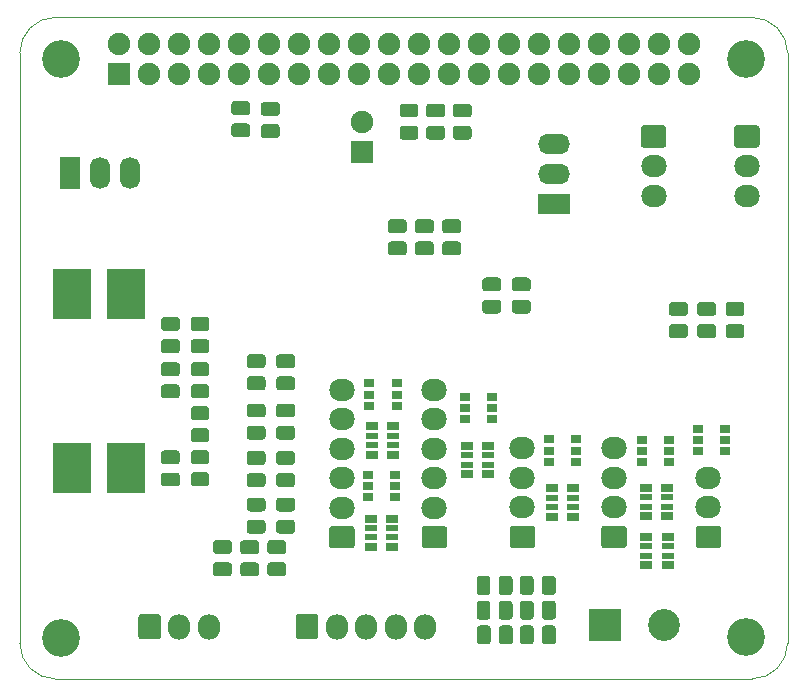
<source format=gbr>
G04 #@! TF.GenerationSoftware,KiCad,Pcbnew,5.1.5-52549c5~84~ubuntu19.10.1*
G04 #@! TF.CreationDate,2020-01-07T17:32:54+01:00*
G04 #@! TF.ProjectId,pi-hat,70692d68-6174-42e6-9b69-6361645f7063,rev?*
G04 #@! TF.SameCoordinates,Original*
G04 #@! TF.FileFunction,Soldermask,Bot*
G04 #@! TF.FilePolarity,Negative*
%FSLAX46Y46*%
G04 Gerber Fmt 4.6, Leading zero omitted, Abs format (unit mm)*
G04 Created by KiCad (PCBNEW 5.1.5-52549c5~84~ubuntu19.10.1) date 2020-01-07 17:32:54*
%MOMM*%
%LPD*%
G04 APERTURE LIST*
%ADD10C,0.100000*%
%ADD11C,2.700000*%
%ADD12R,2.700000X2.700000*%
%ADD13O,2.150000X1.900000*%
%ADD14R,3.200000X4.200000*%
%ADD15O,2.700000X1.700000*%
%ADD16R,2.700000X1.700000*%
%ADD17O,1.700000X2.700000*%
%ADD18R,1.700000X2.700000*%
%ADD19R,0.900000X0.710000*%
%ADD20R,1.000000X0.700000*%
%ADD21R,1.000000X0.600000*%
%ADD22O,1.900000X1.900000*%
%ADD23R,1.900000X1.900000*%
%ADD24O,1.900000X2.150000*%
%ADD25C,3.200000*%
G04 APERTURE END LIST*
D10*
X78546356Y-63817611D02*
G75*
G02X81546356Y-60817611I3000000J0D01*
G01*
X78546356Y-63817611D02*
X78546356Y-113817611D01*
X140546356Y-60817611D02*
X81546356Y-60817611D01*
X140546356Y-60817611D02*
G75*
G02X143546356Y-63817611I0J-3000000D01*
G01*
X143546356Y-113817611D02*
X143546356Y-63817611D01*
X81546356Y-116817611D02*
G75*
G02X78546356Y-113817611I0J3000000D01*
G01*
X81546356Y-116817611D02*
X140546356Y-116817611D01*
X143546356Y-113817611D02*
G75*
G02X140546356Y-116817611I-3000000J0D01*
G01*
D11*
X133100000Y-112300000D03*
D12*
X128100000Y-112300000D03*
D13*
X121100000Y-97300000D03*
X121100000Y-99800000D03*
X121100000Y-102300000D03*
D10*
G36*
X121922975Y-103851345D02*
G01*
X121950099Y-103855369D01*
X121976697Y-103862031D01*
X122002514Y-103871269D01*
X122027302Y-103882993D01*
X122050821Y-103897089D01*
X122072845Y-103913424D01*
X122093162Y-103931838D01*
X122111576Y-103952155D01*
X122127911Y-103974179D01*
X122142007Y-103997698D01*
X122153731Y-104022486D01*
X122162969Y-104048303D01*
X122169631Y-104074901D01*
X122173655Y-104102025D01*
X122175000Y-104129412D01*
X122175000Y-105470588D01*
X122173655Y-105497975D01*
X122169631Y-105525099D01*
X122162969Y-105551697D01*
X122153731Y-105577514D01*
X122142007Y-105602302D01*
X122127911Y-105625821D01*
X122111576Y-105647845D01*
X122093162Y-105668162D01*
X122072845Y-105686576D01*
X122050821Y-105702911D01*
X122027302Y-105717007D01*
X122002514Y-105728731D01*
X121976697Y-105737969D01*
X121950099Y-105744631D01*
X121922975Y-105748655D01*
X121895588Y-105750000D01*
X120304412Y-105750000D01*
X120277025Y-105748655D01*
X120249901Y-105744631D01*
X120223303Y-105737969D01*
X120197486Y-105728731D01*
X120172698Y-105717007D01*
X120149179Y-105702911D01*
X120127155Y-105686576D01*
X120106838Y-105668162D01*
X120088424Y-105647845D01*
X120072089Y-105625821D01*
X120057993Y-105602302D01*
X120046269Y-105577514D01*
X120037031Y-105551697D01*
X120030369Y-105525099D01*
X120026345Y-105497975D01*
X120025000Y-105470588D01*
X120025000Y-104129412D01*
X120026345Y-104102025D01*
X120030369Y-104074901D01*
X120037031Y-104048303D01*
X120046269Y-104022486D01*
X120057993Y-103997698D01*
X120072089Y-103974179D01*
X120088424Y-103952155D01*
X120106838Y-103931838D01*
X120127155Y-103913424D01*
X120149179Y-103897089D01*
X120172698Y-103882993D01*
X120197486Y-103871269D01*
X120223303Y-103862031D01*
X120249901Y-103855369D01*
X120277025Y-103851345D01*
X120304412Y-103850000D01*
X121895588Y-103850000D01*
X121922975Y-103851345D01*
G37*
D14*
X87500000Y-99000000D03*
X83000000Y-99000000D03*
D15*
X123800000Y-71520000D03*
X123800000Y-74060000D03*
D16*
X123800000Y-76600000D03*
D17*
X87880000Y-74000000D03*
X85340000Y-74000000D03*
D18*
X82800000Y-74000000D03*
D10*
G36*
X121535043Y-84713914D02*
G01*
X121563558Y-84718144D01*
X121591521Y-84725149D01*
X121618663Y-84734860D01*
X121644723Y-84747186D01*
X121669449Y-84762006D01*
X121692603Y-84779178D01*
X121713963Y-84798537D01*
X121733322Y-84819897D01*
X121750494Y-84843051D01*
X121765314Y-84867777D01*
X121777640Y-84893837D01*
X121787351Y-84920979D01*
X121794356Y-84948942D01*
X121798586Y-84977457D01*
X121800000Y-85006250D01*
X121800000Y-85593750D01*
X121798586Y-85622543D01*
X121794356Y-85651058D01*
X121787351Y-85679021D01*
X121777640Y-85706163D01*
X121765314Y-85732223D01*
X121750494Y-85756949D01*
X121733322Y-85780103D01*
X121713963Y-85801463D01*
X121692603Y-85820822D01*
X121669449Y-85837994D01*
X121644723Y-85852814D01*
X121618663Y-85865140D01*
X121591521Y-85874851D01*
X121563558Y-85881856D01*
X121535043Y-85886086D01*
X121506250Y-85887500D01*
X120493750Y-85887500D01*
X120464957Y-85886086D01*
X120436442Y-85881856D01*
X120408479Y-85874851D01*
X120381337Y-85865140D01*
X120355277Y-85852814D01*
X120330551Y-85837994D01*
X120307397Y-85820822D01*
X120286037Y-85801463D01*
X120266678Y-85780103D01*
X120249506Y-85756949D01*
X120234686Y-85732223D01*
X120222360Y-85706163D01*
X120212649Y-85679021D01*
X120205644Y-85651058D01*
X120201414Y-85622543D01*
X120200000Y-85593750D01*
X120200000Y-85006250D01*
X120201414Y-84977457D01*
X120205644Y-84948942D01*
X120212649Y-84920979D01*
X120222360Y-84893837D01*
X120234686Y-84867777D01*
X120249506Y-84843051D01*
X120266678Y-84819897D01*
X120286037Y-84798537D01*
X120307397Y-84779178D01*
X120330551Y-84762006D01*
X120355277Y-84747186D01*
X120381337Y-84734860D01*
X120408479Y-84725149D01*
X120436442Y-84718144D01*
X120464957Y-84713914D01*
X120493750Y-84712500D01*
X121506250Y-84712500D01*
X121535043Y-84713914D01*
G37*
G36*
X121535043Y-82838914D02*
G01*
X121563558Y-82843144D01*
X121591521Y-82850149D01*
X121618663Y-82859860D01*
X121644723Y-82872186D01*
X121669449Y-82887006D01*
X121692603Y-82904178D01*
X121713963Y-82923537D01*
X121733322Y-82944897D01*
X121750494Y-82968051D01*
X121765314Y-82992777D01*
X121777640Y-83018837D01*
X121787351Y-83045979D01*
X121794356Y-83073942D01*
X121798586Y-83102457D01*
X121800000Y-83131250D01*
X121800000Y-83718750D01*
X121798586Y-83747543D01*
X121794356Y-83776058D01*
X121787351Y-83804021D01*
X121777640Y-83831163D01*
X121765314Y-83857223D01*
X121750494Y-83881949D01*
X121733322Y-83905103D01*
X121713963Y-83926463D01*
X121692603Y-83945822D01*
X121669449Y-83962994D01*
X121644723Y-83977814D01*
X121618663Y-83990140D01*
X121591521Y-83999851D01*
X121563558Y-84006856D01*
X121535043Y-84011086D01*
X121506250Y-84012500D01*
X120493750Y-84012500D01*
X120464957Y-84011086D01*
X120436442Y-84006856D01*
X120408479Y-83999851D01*
X120381337Y-83990140D01*
X120355277Y-83977814D01*
X120330551Y-83962994D01*
X120307397Y-83945822D01*
X120286037Y-83926463D01*
X120266678Y-83905103D01*
X120249506Y-83881949D01*
X120234686Y-83857223D01*
X120222360Y-83831163D01*
X120212649Y-83804021D01*
X120205644Y-83776058D01*
X120201414Y-83747543D01*
X120200000Y-83718750D01*
X120200000Y-83131250D01*
X120201414Y-83102457D01*
X120205644Y-83073942D01*
X120212649Y-83045979D01*
X120222360Y-83018837D01*
X120234686Y-82992777D01*
X120249506Y-82968051D01*
X120266678Y-82944897D01*
X120286037Y-82923537D01*
X120307397Y-82904178D01*
X120330551Y-82887006D01*
X120355277Y-82872186D01*
X120381337Y-82859860D01*
X120408479Y-82850149D01*
X120436442Y-82843144D01*
X120464957Y-82838914D01*
X120493750Y-82837500D01*
X121506250Y-82837500D01*
X121535043Y-82838914D01*
G37*
G36*
X121785043Y-112301414D02*
G01*
X121813558Y-112305644D01*
X121841521Y-112312649D01*
X121868663Y-112322360D01*
X121894723Y-112334686D01*
X121919449Y-112349506D01*
X121942603Y-112366678D01*
X121963963Y-112386037D01*
X121983322Y-112407397D01*
X122000494Y-112430551D01*
X122015314Y-112455277D01*
X122027640Y-112481337D01*
X122037351Y-112508479D01*
X122044356Y-112536442D01*
X122048586Y-112564957D01*
X122050000Y-112593750D01*
X122050000Y-113606250D01*
X122048586Y-113635043D01*
X122044356Y-113663558D01*
X122037351Y-113691521D01*
X122027640Y-113718663D01*
X122015314Y-113744723D01*
X122000494Y-113769449D01*
X121983322Y-113792603D01*
X121963963Y-113813963D01*
X121942603Y-113833322D01*
X121919449Y-113850494D01*
X121894723Y-113865314D01*
X121868663Y-113877640D01*
X121841521Y-113887351D01*
X121813558Y-113894356D01*
X121785043Y-113898586D01*
X121756250Y-113900000D01*
X121168750Y-113900000D01*
X121139957Y-113898586D01*
X121111442Y-113894356D01*
X121083479Y-113887351D01*
X121056337Y-113877640D01*
X121030277Y-113865314D01*
X121005551Y-113850494D01*
X120982397Y-113833322D01*
X120961037Y-113813963D01*
X120941678Y-113792603D01*
X120924506Y-113769449D01*
X120909686Y-113744723D01*
X120897360Y-113718663D01*
X120887649Y-113691521D01*
X120880644Y-113663558D01*
X120876414Y-113635043D01*
X120875000Y-113606250D01*
X120875000Y-112593750D01*
X120876414Y-112564957D01*
X120880644Y-112536442D01*
X120887649Y-112508479D01*
X120897360Y-112481337D01*
X120909686Y-112455277D01*
X120924506Y-112430551D01*
X120941678Y-112407397D01*
X120961037Y-112386037D01*
X120982397Y-112366678D01*
X121005551Y-112349506D01*
X121030277Y-112334686D01*
X121056337Y-112322360D01*
X121083479Y-112312649D01*
X121111442Y-112305644D01*
X121139957Y-112301414D01*
X121168750Y-112300000D01*
X121756250Y-112300000D01*
X121785043Y-112301414D01*
G37*
G36*
X123660043Y-112301414D02*
G01*
X123688558Y-112305644D01*
X123716521Y-112312649D01*
X123743663Y-112322360D01*
X123769723Y-112334686D01*
X123794449Y-112349506D01*
X123817603Y-112366678D01*
X123838963Y-112386037D01*
X123858322Y-112407397D01*
X123875494Y-112430551D01*
X123890314Y-112455277D01*
X123902640Y-112481337D01*
X123912351Y-112508479D01*
X123919356Y-112536442D01*
X123923586Y-112564957D01*
X123925000Y-112593750D01*
X123925000Y-113606250D01*
X123923586Y-113635043D01*
X123919356Y-113663558D01*
X123912351Y-113691521D01*
X123902640Y-113718663D01*
X123890314Y-113744723D01*
X123875494Y-113769449D01*
X123858322Y-113792603D01*
X123838963Y-113813963D01*
X123817603Y-113833322D01*
X123794449Y-113850494D01*
X123769723Y-113865314D01*
X123743663Y-113877640D01*
X123716521Y-113887351D01*
X123688558Y-113894356D01*
X123660043Y-113898586D01*
X123631250Y-113900000D01*
X123043750Y-113900000D01*
X123014957Y-113898586D01*
X122986442Y-113894356D01*
X122958479Y-113887351D01*
X122931337Y-113877640D01*
X122905277Y-113865314D01*
X122880551Y-113850494D01*
X122857397Y-113833322D01*
X122836037Y-113813963D01*
X122816678Y-113792603D01*
X122799506Y-113769449D01*
X122784686Y-113744723D01*
X122772360Y-113718663D01*
X122762649Y-113691521D01*
X122755644Y-113663558D01*
X122751414Y-113635043D01*
X122750000Y-113606250D01*
X122750000Y-112593750D01*
X122751414Y-112564957D01*
X122755644Y-112536442D01*
X122762649Y-112508479D01*
X122772360Y-112481337D01*
X122784686Y-112455277D01*
X122799506Y-112430551D01*
X122816678Y-112407397D01*
X122836037Y-112386037D01*
X122857397Y-112366678D01*
X122880551Y-112349506D01*
X122905277Y-112334686D01*
X122931337Y-112322360D01*
X122958479Y-112312649D01*
X122986442Y-112305644D01*
X123014957Y-112301414D01*
X123043750Y-112300000D01*
X123631250Y-112300000D01*
X123660043Y-112301414D01*
G37*
G36*
X96235043Y-105076414D02*
G01*
X96263558Y-105080644D01*
X96291521Y-105087649D01*
X96318663Y-105097360D01*
X96344723Y-105109686D01*
X96369449Y-105124506D01*
X96392603Y-105141678D01*
X96413963Y-105161037D01*
X96433322Y-105182397D01*
X96450494Y-105205551D01*
X96465314Y-105230277D01*
X96477640Y-105256337D01*
X96487351Y-105283479D01*
X96494356Y-105311442D01*
X96498586Y-105339957D01*
X96500000Y-105368750D01*
X96500000Y-105956250D01*
X96498586Y-105985043D01*
X96494356Y-106013558D01*
X96487351Y-106041521D01*
X96477640Y-106068663D01*
X96465314Y-106094723D01*
X96450494Y-106119449D01*
X96433322Y-106142603D01*
X96413963Y-106163963D01*
X96392603Y-106183322D01*
X96369449Y-106200494D01*
X96344723Y-106215314D01*
X96318663Y-106227640D01*
X96291521Y-106237351D01*
X96263558Y-106244356D01*
X96235043Y-106248586D01*
X96206250Y-106250000D01*
X95193750Y-106250000D01*
X95164957Y-106248586D01*
X95136442Y-106244356D01*
X95108479Y-106237351D01*
X95081337Y-106227640D01*
X95055277Y-106215314D01*
X95030551Y-106200494D01*
X95007397Y-106183322D01*
X94986037Y-106163963D01*
X94966678Y-106142603D01*
X94949506Y-106119449D01*
X94934686Y-106094723D01*
X94922360Y-106068663D01*
X94912649Y-106041521D01*
X94905644Y-106013558D01*
X94901414Y-105985043D01*
X94900000Y-105956250D01*
X94900000Y-105368750D01*
X94901414Y-105339957D01*
X94905644Y-105311442D01*
X94912649Y-105283479D01*
X94922360Y-105256337D01*
X94934686Y-105230277D01*
X94949506Y-105205551D01*
X94966678Y-105182397D01*
X94986037Y-105161037D01*
X95007397Y-105141678D01*
X95030551Y-105124506D01*
X95055277Y-105109686D01*
X95081337Y-105097360D01*
X95108479Y-105087649D01*
X95136442Y-105080644D01*
X95164957Y-105076414D01*
X95193750Y-105075000D01*
X96206250Y-105075000D01*
X96235043Y-105076414D01*
G37*
G36*
X96235043Y-106951414D02*
G01*
X96263558Y-106955644D01*
X96291521Y-106962649D01*
X96318663Y-106972360D01*
X96344723Y-106984686D01*
X96369449Y-106999506D01*
X96392603Y-107016678D01*
X96413963Y-107036037D01*
X96433322Y-107057397D01*
X96450494Y-107080551D01*
X96465314Y-107105277D01*
X96477640Y-107131337D01*
X96487351Y-107158479D01*
X96494356Y-107186442D01*
X96498586Y-107214957D01*
X96500000Y-107243750D01*
X96500000Y-107831250D01*
X96498586Y-107860043D01*
X96494356Y-107888558D01*
X96487351Y-107916521D01*
X96477640Y-107943663D01*
X96465314Y-107969723D01*
X96450494Y-107994449D01*
X96433322Y-108017603D01*
X96413963Y-108038963D01*
X96392603Y-108058322D01*
X96369449Y-108075494D01*
X96344723Y-108090314D01*
X96318663Y-108102640D01*
X96291521Y-108112351D01*
X96263558Y-108119356D01*
X96235043Y-108123586D01*
X96206250Y-108125000D01*
X95193750Y-108125000D01*
X95164957Y-108123586D01*
X95136442Y-108119356D01*
X95108479Y-108112351D01*
X95081337Y-108102640D01*
X95055277Y-108090314D01*
X95030551Y-108075494D01*
X95007397Y-108058322D01*
X94986037Y-108038963D01*
X94966678Y-108017603D01*
X94949506Y-107994449D01*
X94934686Y-107969723D01*
X94922360Y-107943663D01*
X94912649Y-107916521D01*
X94905644Y-107888558D01*
X94901414Y-107860043D01*
X94900000Y-107831250D01*
X94900000Y-107243750D01*
X94901414Y-107214957D01*
X94905644Y-107186442D01*
X94912649Y-107158479D01*
X94922360Y-107131337D01*
X94934686Y-107105277D01*
X94949506Y-107080551D01*
X94966678Y-107057397D01*
X94986037Y-107036037D01*
X95007397Y-107016678D01*
X95030551Y-106999506D01*
X95055277Y-106984686D01*
X95081337Y-106972360D01*
X95108479Y-106962649D01*
X95136442Y-106955644D01*
X95164957Y-106951414D01*
X95193750Y-106950000D01*
X96206250Y-106950000D01*
X96235043Y-106951414D01*
G37*
G36*
X134835043Y-86788914D02*
G01*
X134863558Y-86793144D01*
X134891521Y-86800149D01*
X134918663Y-86809860D01*
X134944723Y-86822186D01*
X134969449Y-86837006D01*
X134992603Y-86854178D01*
X135013963Y-86873537D01*
X135033322Y-86894897D01*
X135050494Y-86918051D01*
X135065314Y-86942777D01*
X135077640Y-86968837D01*
X135087351Y-86995979D01*
X135094356Y-87023942D01*
X135098586Y-87052457D01*
X135100000Y-87081250D01*
X135100000Y-87668750D01*
X135098586Y-87697543D01*
X135094356Y-87726058D01*
X135087351Y-87754021D01*
X135077640Y-87781163D01*
X135065314Y-87807223D01*
X135050494Y-87831949D01*
X135033322Y-87855103D01*
X135013963Y-87876463D01*
X134992603Y-87895822D01*
X134969449Y-87912994D01*
X134944723Y-87927814D01*
X134918663Y-87940140D01*
X134891521Y-87949851D01*
X134863558Y-87956856D01*
X134835043Y-87961086D01*
X134806250Y-87962500D01*
X133793750Y-87962500D01*
X133764957Y-87961086D01*
X133736442Y-87956856D01*
X133708479Y-87949851D01*
X133681337Y-87940140D01*
X133655277Y-87927814D01*
X133630551Y-87912994D01*
X133607397Y-87895822D01*
X133586037Y-87876463D01*
X133566678Y-87855103D01*
X133549506Y-87831949D01*
X133534686Y-87807223D01*
X133522360Y-87781163D01*
X133512649Y-87754021D01*
X133505644Y-87726058D01*
X133501414Y-87697543D01*
X133500000Y-87668750D01*
X133500000Y-87081250D01*
X133501414Y-87052457D01*
X133505644Y-87023942D01*
X133512649Y-86995979D01*
X133522360Y-86968837D01*
X133534686Y-86942777D01*
X133549506Y-86918051D01*
X133566678Y-86894897D01*
X133586037Y-86873537D01*
X133607397Y-86854178D01*
X133630551Y-86837006D01*
X133655277Y-86822186D01*
X133681337Y-86809860D01*
X133708479Y-86800149D01*
X133736442Y-86793144D01*
X133764957Y-86788914D01*
X133793750Y-86787500D01*
X134806250Y-86787500D01*
X134835043Y-86788914D01*
G37*
G36*
X134835043Y-84913914D02*
G01*
X134863558Y-84918144D01*
X134891521Y-84925149D01*
X134918663Y-84934860D01*
X134944723Y-84947186D01*
X134969449Y-84962006D01*
X134992603Y-84979178D01*
X135013963Y-84998537D01*
X135033322Y-85019897D01*
X135050494Y-85043051D01*
X135065314Y-85067777D01*
X135077640Y-85093837D01*
X135087351Y-85120979D01*
X135094356Y-85148942D01*
X135098586Y-85177457D01*
X135100000Y-85206250D01*
X135100000Y-85793750D01*
X135098586Y-85822543D01*
X135094356Y-85851058D01*
X135087351Y-85879021D01*
X135077640Y-85906163D01*
X135065314Y-85932223D01*
X135050494Y-85956949D01*
X135033322Y-85980103D01*
X135013963Y-86001463D01*
X134992603Y-86020822D01*
X134969449Y-86037994D01*
X134944723Y-86052814D01*
X134918663Y-86065140D01*
X134891521Y-86074851D01*
X134863558Y-86081856D01*
X134835043Y-86086086D01*
X134806250Y-86087500D01*
X133793750Y-86087500D01*
X133764957Y-86086086D01*
X133736442Y-86081856D01*
X133708479Y-86074851D01*
X133681337Y-86065140D01*
X133655277Y-86052814D01*
X133630551Y-86037994D01*
X133607397Y-86020822D01*
X133586037Y-86001463D01*
X133566678Y-85980103D01*
X133549506Y-85956949D01*
X133534686Y-85932223D01*
X133522360Y-85906163D01*
X133512649Y-85879021D01*
X133505644Y-85851058D01*
X133501414Y-85822543D01*
X133500000Y-85793750D01*
X133500000Y-85206250D01*
X133501414Y-85177457D01*
X133505644Y-85148942D01*
X133512649Y-85120979D01*
X133522360Y-85093837D01*
X133534686Y-85067777D01*
X133549506Y-85043051D01*
X133566678Y-85019897D01*
X133586037Y-84998537D01*
X133607397Y-84979178D01*
X133630551Y-84962006D01*
X133655277Y-84947186D01*
X133681337Y-84934860D01*
X133708479Y-84925149D01*
X133736442Y-84918144D01*
X133764957Y-84913914D01*
X133793750Y-84912500D01*
X134806250Y-84912500D01*
X134835043Y-84913914D01*
G37*
G36*
X119997543Y-108101414D02*
G01*
X120026058Y-108105644D01*
X120054021Y-108112649D01*
X120081163Y-108122360D01*
X120107223Y-108134686D01*
X120131949Y-108149506D01*
X120155103Y-108166678D01*
X120176463Y-108186037D01*
X120195822Y-108207397D01*
X120212994Y-108230551D01*
X120227814Y-108255277D01*
X120240140Y-108281337D01*
X120249851Y-108308479D01*
X120256856Y-108336442D01*
X120261086Y-108364957D01*
X120262500Y-108393750D01*
X120262500Y-109406250D01*
X120261086Y-109435043D01*
X120256856Y-109463558D01*
X120249851Y-109491521D01*
X120240140Y-109518663D01*
X120227814Y-109544723D01*
X120212994Y-109569449D01*
X120195822Y-109592603D01*
X120176463Y-109613963D01*
X120155103Y-109633322D01*
X120131949Y-109650494D01*
X120107223Y-109665314D01*
X120081163Y-109677640D01*
X120054021Y-109687351D01*
X120026058Y-109694356D01*
X119997543Y-109698586D01*
X119968750Y-109700000D01*
X119381250Y-109700000D01*
X119352457Y-109698586D01*
X119323942Y-109694356D01*
X119295979Y-109687351D01*
X119268837Y-109677640D01*
X119242777Y-109665314D01*
X119218051Y-109650494D01*
X119194897Y-109633322D01*
X119173537Y-109613963D01*
X119154178Y-109592603D01*
X119137006Y-109569449D01*
X119122186Y-109544723D01*
X119109860Y-109518663D01*
X119100149Y-109491521D01*
X119093144Y-109463558D01*
X119088914Y-109435043D01*
X119087500Y-109406250D01*
X119087500Y-108393750D01*
X119088914Y-108364957D01*
X119093144Y-108336442D01*
X119100149Y-108308479D01*
X119109860Y-108281337D01*
X119122186Y-108255277D01*
X119137006Y-108230551D01*
X119154178Y-108207397D01*
X119173537Y-108186037D01*
X119194897Y-108166678D01*
X119218051Y-108149506D01*
X119242777Y-108134686D01*
X119268837Y-108122360D01*
X119295979Y-108112649D01*
X119323942Y-108105644D01*
X119352457Y-108101414D01*
X119381250Y-108100000D01*
X119968750Y-108100000D01*
X119997543Y-108101414D01*
G37*
G36*
X118122543Y-108101414D02*
G01*
X118151058Y-108105644D01*
X118179021Y-108112649D01*
X118206163Y-108122360D01*
X118232223Y-108134686D01*
X118256949Y-108149506D01*
X118280103Y-108166678D01*
X118301463Y-108186037D01*
X118320822Y-108207397D01*
X118337994Y-108230551D01*
X118352814Y-108255277D01*
X118365140Y-108281337D01*
X118374851Y-108308479D01*
X118381856Y-108336442D01*
X118386086Y-108364957D01*
X118387500Y-108393750D01*
X118387500Y-109406250D01*
X118386086Y-109435043D01*
X118381856Y-109463558D01*
X118374851Y-109491521D01*
X118365140Y-109518663D01*
X118352814Y-109544723D01*
X118337994Y-109569449D01*
X118320822Y-109592603D01*
X118301463Y-109613963D01*
X118280103Y-109633322D01*
X118256949Y-109650494D01*
X118232223Y-109665314D01*
X118206163Y-109677640D01*
X118179021Y-109687351D01*
X118151058Y-109694356D01*
X118122543Y-109698586D01*
X118093750Y-109700000D01*
X117506250Y-109700000D01*
X117477457Y-109698586D01*
X117448942Y-109694356D01*
X117420979Y-109687351D01*
X117393837Y-109677640D01*
X117367777Y-109665314D01*
X117343051Y-109650494D01*
X117319897Y-109633322D01*
X117298537Y-109613963D01*
X117279178Y-109592603D01*
X117262006Y-109569449D01*
X117247186Y-109544723D01*
X117234860Y-109518663D01*
X117225149Y-109491521D01*
X117218144Y-109463558D01*
X117213914Y-109435043D01*
X117212500Y-109406250D01*
X117212500Y-108393750D01*
X117213914Y-108364957D01*
X117218144Y-108336442D01*
X117225149Y-108308479D01*
X117234860Y-108281337D01*
X117247186Y-108255277D01*
X117262006Y-108230551D01*
X117279178Y-108207397D01*
X117298537Y-108186037D01*
X117319897Y-108166678D01*
X117343051Y-108149506D01*
X117367777Y-108134686D01*
X117393837Y-108122360D01*
X117420979Y-108112649D01*
X117448942Y-108105644D01*
X117477457Y-108101414D01*
X117506250Y-108100000D01*
X118093750Y-108100000D01*
X118122543Y-108101414D01*
G37*
G36*
X120022543Y-112301414D02*
G01*
X120051058Y-112305644D01*
X120079021Y-112312649D01*
X120106163Y-112322360D01*
X120132223Y-112334686D01*
X120156949Y-112349506D01*
X120180103Y-112366678D01*
X120201463Y-112386037D01*
X120220822Y-112407397D01*
X120237994Y-112430551D01*
X120252814Y-112455277D01*
X120265140Y-112481337D01*
X120274851Y-112508479D01*
X120281856Y-112536442D01*
X120286086Y-112564957D01*
X120287500Y-112593750D01*
X120287500Y-113606250D01*
X120286086Y-113635043D01*
X120281856Y-113663558D01*
X120274851Y-113691521D01*
X120265140Y-113718663D01*
X120252814Y-113744723D01*
X120237994Y-113769449D01*
X120220822Y-113792603D01*
X120201463Y-113813963D01*
X120180103Y-113833322D01*
X120156949Y-113850494D01*
X120132223Y-113865314D01*
X120106163Y-113877640D01*
X120079021Y-113887351D01*
X120051058Y-113894356D01*
X120022543Y-113898586D01*
X119993750Y-113900000D01*
X119406250Y-113900000D01*
X119377457Y-113898586D01*
X119348942Y-113894356D01*
X119320979Y-113887351D01*
X119293837Y-113877640D01*
X119267777Y-113865314D01*
X119243051Y-113850494D01*
X119219897Y-113833322D01*
X119198537Y-113813963D01*
X119179178Y-113792603D01*
X119162006Y-113769449D01*
X119147186Y-113744723D01*
X119134860Y-113718663D01*
X119125149Y-113691521D01*
X119118144Y-113663558D01*
X119113914Y-113635043D01*
X119112500Y-113606250D01*
X119112500Y-112593750D01*
X119113914Y-112564957D01*
X119118144Y-112536442D01*
X119125149Y-112508479D01*
X119134860Y-112481337D01*
X119147186Y-112455277D01*
X119162006Y-112430551D01*
X119179178Y-112407397D01*
X119198537Y-112386037D01*
X119219897Y-112366678D01*
X119243051Y-112349506D01*
X119267777Y-112334686D01*
X119293837Y-112322360D01*
X119320979Y-112312649D01*
X119348942Y-112305644D01*
X119377457Y-112301414D01*
X119406250Y-112300000D01*
X119993750Y-112300000D01*
X120022543Y-112301414D01*
G37*
G36*
X118147543Y-112301414D02*
G01*
X118176058Y-112305644D01*
X118204021Y-112312649D01*
X118231163Y-112322360D01*
X118257223Y-112334686D01*
X118281949Y-112349506D01*
X118305103Y-112366678D01*
X118326463Y-112386037D01*
X118345822Y-112407397D01*
X118362994Y-112430551D01*
X118377814Y-112455277D01*
X118390140Y-112481337D01*
X118399851Y-112508479D01*
X118406856Y-112536442D01*
X118411086Y-112564957D01*
X118412500Y-112593750D01*
X118412500Y-113606250D01*
X118411086Y-113635043D01*
X118406856Y-113663558D01*
X118399851Y-113691521D01*
X118390140Y-113718663D01*
X118377814Y-113744723D01*
X118362994Y-113769449D01*
X118345822Y-113792603D01*
X118326463Y-113813963D01*
X118305103Y-113833322D01*
X118281949Y-113850494D01*
X118257223Y-113865314D01*
X118231163Y-113877640D01*
X118204021Y-113887351D01*
X118176058Y-113894356D01*
X118147543Y-113898586D01*
X118118750Y-113900000D01*
X117531250Y-113900000D01*
X117502457Y-113898586D01*
X117473942Y-113894356D01*
X117445979Y-113887351D01*
X117418837Y-113877640D01*
X117392777Y-113865314D01*
X117368051Y-113850494D01*
X117344897Y-113833322D01*
X117323537Y-113813963D01*
X117304178Y-113792603D01*
X117287006Y-113769449D01*
X117272186Y-113744723D01*
X117259860Y-113718663D01*
X117250149Y-113691521D01*
X117243144Y-113663558D01*
X117238914Y-113635043D01*
X117237500Y-113606250D01*
X117237500Y-112593750D01*
X117238914Y-112564957D01*
X117243144Y-112536442D01*
X117250149Y-112508479D01*
X117259860Y-112481337D01*
X117272186Y-112455277D01*
X117287006Y-112430551D01*
X117304178Y-112407397D01*
X117323537Y-112386037D01*
X117344897Y-112366678D01*
X117368051Y-112349506D01*
X117392777Y-112334686D01*
X117418837Y-112322360D01*
X117445979Y-112312649D01*
X117473942Y-112305644D01*
X117502457Y-112301414D01*
X117531250Y-112300000D01*
X118118750Y-112300000D01*
X118147543Y-112301414D01*
G37*
G36*
X123660043Y-110201414D02*
G01*
X123688558Y-110205644D01*
X123716521Y-110212649D01*
X123743663Y-110222360D01*
X123769723Y-110234686D01*
X123794449Y-110249506D01*
X123817603Y-110266678D01*
X123838963Y-110286037D01*
X123858322Y-110307397D01*
X123875494Y-110330551D01*
X123890314Y-110355277D01*
X123902640Y-110381337D01*
X123912351Y-110408479D01*
X123919356Y-110436442D01*
X123923586Y-110464957D01*
X123925000Y-110493750D01*
X123925000Y-111506250D01*
X123923586Y-111535043D01*
X123919356Y-111563558D01*
X123912351Y-111591521D01*
X123902640Y-111618663D01*
X123890314Y-111644723D01*
X123875494Y-111669449D01*
X123858322Y-111692603D01*
X123838963Y-111713963D01*
X123817603Y-111733322D01*
X123794449Y-111750494D01*
X123769723Y-111765314D01*
X123743663Y-111777640D01*
X123716521Y-111787351D01*
X123688558Y-111794356D01*
X123660043Y-111798586D01*
X123631250Y-111800000D01*
X123043750Y-111800000D01*
X123014957Y-111798586D01*
X122986442Y-111794356D01*
X122958479Y-111787351D01*
X122931337Y-111777640D01*
X122905277Y-111765314D01*
X122880551Y-111750494D01*
X122857397Y-111733322D01*
X122836037Y-111713963D01*
X122816678Y-111692603D01*
X122799506Y-111669449D01*
X122784686Y-111644723D01*
X122772360Y-111618663D01*
X122762649Y-111591521D01*
X122755644Y-111563558D01*
X122751414Y-111535043D01*
X122750000Y-111506250D01*
X122750000Y-110493750D01*
X122751414Y-110464957D01*
X122755644Y-110436442D01*
X122762649Y-110408479D01*
X122772360Y-110381337D01*
X122784686Y-110355277D01*
X122799506Y-110330551D01*
X122816678Y-110307397D01*
X122836037Y-110286037D01*
X122857397Y-110266678D01*
X122880551Y-110249506D01*
X122905277Y-110234686D01*
X122931337Y-110222360D01*
X122958479Y-110212649D01*
X122986442Y-110205644D01*
X123014957Y-110201414D01*
X123043750Y-110200000D01*
X123631250Y-110200000D01*
X123660043Y-110201414D01*
G37*
G36*
X121785043Y-110201414D02*
G01*
X121813558Y-110205644D01*
X121841521Y-110212649D01*
X121868663Y-110222360D01*
X121894723Y-110234686D01*
X121919449Y-110249506D01*
X121942603Y-110266678D01*
X121963963Y-110286037D01*
X121983322Y-110307397D01*
X122000494Y-110330551D01*
X122015314Y-110355277D01*
X122027640Y-110381337D01*
X122037351Y-110408479D01*
X122044356Y-110436442D01*
X122048586Y-110464957D01*
X122050000Y-110493750D01*
X122050000Y-111506250D01*
X122048586Y-111535043D01*
X122044356Y-111563558D01*
X122037351Y-111591521D01*
X122027640Y-111618663D01*
X122015314Y-111644723D01*
X122000494Y-111669449D01*
X121983322Y-111692603D01*
X121963963Y-111713963D01*
X121942603Y-111733322D01*
X121919449Y-111750494D01*
X121894723Y-111765314D01*
X121868663Y-111777640D01*
X121841521Y-111787351D01*
X121813558Y-111794356D01*
X121785043Y-111798586D01*
X121756250Y-111800000D01*
X121168750Y-111800000D01*
X121139957Y-111798586D01*
X121111442Y-111794356D01*
X121083479Y-111787351D01*
X121056337Y-111777640D01*
X121030277Y-111765314D01*
X121005551Y-111750494D01*
X120982397Y-111733322D01*
X120961037Y-111713963D01*
X120941678Y-111692603D01*
X120924506Y-111669449D01*
X120909686Y-111644723D01*
X120897360Y-111618663D01*
X120887649Y-111591521D01*
X120880644Y-111563558D01*
X120876414Y-111535043D01*
X120875000Y-111506250D01*
X120875000Y-110493750D01*
X120876414Y-110464957D01*
X120880644Y-110436442D01*
X120887649Y-110408479D01*
X120897360Y-110381337D01*
X120909686Y-110355277D01*
X120924506Y-110330551D01*
X120941678Y-110307397D01*
X120961037Y-110286037D01*
X120982397Y-110266678D01*
X121005551Y-110249506D01*
X121030277Y-110234686D01*
X121056337Y-110222360D01*
X121083479Y-110212649D01*
X121111442Y-110205644D01*
X121139957Y-110201414D01*
X121168750Y-110200000D01*
X121756250Y-110200000D01*
X121785043Y-110201414D01*
G37*
D13*
X140100000Y-75900000D03*
X140100000Y-73400000D03*
D10*
G36*
X140922975Y-69951345D02*
G01*
X140950099Y-69955369D01*
X140976697Y-69962031D01*
X141002514Y-69971269D01*
X141027302Y-69982993D01*
X141050821Y-69997089D01*
X141072845Y-70013424D01*
X141093162Y-70031838D01*
X141111576Y-70052155D01*
X141127911Y-70074179D01*
X141142007Y-70097698D01*
X141153731Y-70122486D01*
X141162969Y-70148303D01*
X141169631Y-70174901D01*
X141173655Y-70202025D01*
X141175000Y-70229412D01*
X141175000Y-71570588D01*
X141173655Y-71597975D01*
X141169631Y-71625099D01*
X141162969Y-71651697D01*
X141153731Y-71677514D01*
X141142007Y-71702302D01*
X141127911Y-71725821D01*
X141111576Y-71747845D01*
X141093162Y-71768162D01*
X141072845Y-71786576D01*
X141050821Y-71802911D01*
X141027302Y-71817007D01*
X141002514Y-71828731D01*
X140976697Y-71837969D01*
X140950099Y-71844631D01*
X140922975Y-71848655D01*
X140895588Y-71850000D01*
X139304412Y-71850000D01*
X139277025Y-71848655D01*
X139249901Y-71844631D01*
X139223303Y-71837969D01*
X139197486Y-71828731D01*
X139172698Y-71817007D01*
X139149179Y-71802911D01*
X139127155Y-71786576D01*
X139106838Y-71768162D01*
X139088424Y-71747845D01*
X139072089Y-71725821D01*
X139057993Y-71702302D01*
X139046269Y-71677514D01*
X139037031Y-71651697D01*
X139030369Y-71625099D01*
X139026345Y-71597975D01*
X139025000Y-71570588D01*
X139025000Y-70229412D01*
X139026345Y-70202025D01*
X139030369Y-70174901D01*
X139037031Y-70148303D01*
X139046269Y-70122486D01*
X139057993Y-70097698D01*
X139072089Y-70074179D01*
X139088424Y-70052155D01*
X139106838Y-70031838D01*
X139127155Y-70013424D01*
X139149179Y-69997089D01*
X139172698Y-69982993D01*
X139197486Y-69971269D01*
X139223303Y-69962031D01*
X139249901Y-69955369D01*
X139277025Y-69951345D01*
X139304412Y-69950000D01*
X140895588Y-69950000D01*
X140922975Y-69951345D01*
G37*
D13*
X132200000Y-75900000D03*
X132200000Y-73400000D03*
D10*
G36*
X133022975Y-69951345D02*
G01*
X133050099Y-69955369D01*
X133076697Y-69962031D01*
X133102514Y-69971269D01*
X133127302Y-69982993D01*
X133150821Y-69997089D01*
X133172845Y-70013424D01*
X133193162Y-70031838D01*
X133211576Y-70052155D01*
X133227911Y-70074179D01*
X133242007Y-70097698D01*
X133253731Y-70122486D01*
X133262969Y-70148303D01*
X133269631Y-70174901D01*
X133273655Y-70202025D01*
X133275000Y-70229412D01*
X133275000Y-71570588D01*
X133273655Y-71597975D01*
X133269631Y-71625099D01*
X133262969Y-71651697D01*
X133253731Y-71677514D01*
X133242007Y-71702302D01*
X133227911Y-71725821D01*
X133211576Y-71747845D01*
X133193162Y-71768162D01*
X133172845Y-71786576D01*
X133150821Y-71802911D01*
X133127302Y-71817007D01*
X133102514Y-71828731D01*
X133076697Y-71837969D01*
X133050099Y-71844631D01*
X133022975Y-71848655D01*
X132995588Y-71850000D01*
X131404412Y-71850000D01*
X131377025Y-71848655D01*
X131349901Y-71844631D01*
X131323303Y-71837969D01*
X131297486Y-71828731D01*
X131272698Y-71817007D01*
X131249179Y-71802911D01*
X131227155Y-71786576D01*
X131206838Y-71768162D01*
X131188424Y-71747845D01*
X131172089Y-71725821D01*
X131157993Y-71702302D01*
X131146269Y-71677514D01*
X131137031Y-71651697D01*
X131130369Y-71625099D01*
X131126345Y-71597975D01*
X131125000Y-71570588D01*
X131125000Y-70229412D01*
X131126345Y-70202025D01*
X131130369Y-70174901D01*
X131137031Y-70148303D01*
X131146269Y-70122486D01*
X131157993Y-70097698D01*
X131172089Y-70074179D01*
X131188424Y-70052155D01*
X131206838Y-70031838D01*
X131227155Y-70013424D01*
X131249179Y-69997089D01*
X131272698Y-69982993D01*
X131297486Y-69971269D01*
X131323303Y-69962031D01*
X131349901Y-69955369D01*
X131377025Y-69951345D01*
X131404412Y-69950000D01*
X132995588Y-69950000D01*
X133022975Y-69951345D01*
G37*
G36*
X121785043Y-108101414D02*
G01*
X121813558Y-108105644D01*
X121841521Y-108112649D01*
X121868663Y-108122360D01*
X121894723Y-108134686D01*
X121919449Y-108149506D01*
X121942603Y-108166678D01*
X121963963Y-108186037D01*
X121983322Y-108207397D01*
X122000494Y-108230551D01*
X122015314Y-108255277D01*
X122027640Y-108281337D01*
X122037351Y-108308479D01*
X122044356Y-108336442D01*
X122048586Y-108364957D01*
X122050000Y-108393750D01*
X122050000Y-109406250D01*
X122048586Y-109435043D01*
X122044356Y-109463558D01*
X122037351Y-109491521D01*
X122027640Y-109518663D01*
X122015314Y-109544723D01*
X122000494Y-109569449D01*
X121983322Y-109592603D01*
X121963963Y-109613963D01*
X121942603Y-109633322D01*
X121919449Y-109650494D01*
X121894723Y-109665314D01*
X121868663Y-109677640D01*
X121841521Y-109687351D01*
X121813558Y-109694356D01*
X121785043Y-109698586D01*
X121756250Y-109700000D01*
X121168750Y-109700000D01*
X121139957Y-109698586D01*
X121111442Y-109694356D01*
X121083479Y-109687351D01*
X121056337Y-109677640D01*
X121030277Y-109665314D01*
X121005551Y-109650494D01*
X120982397Y-109633322D01*
X120961037Y-109613963D01*
X120941678Y-109592603D01*
X120924506Y-109569449D01*
X120909686Y-109544723D01*
X120897360Y-109518663D01*
X120887649Y-109491521D01*
X120880644Y-109463558D01*
X120876414Y-109435043D01*
X120875000Y-109406250D01*
X120875000Y-108393750D01*
X120876414Y-108364957D01*
X120880644Y-108336442D01*
X120887649Y-108308479D01*
X120897360Y-108281337D01*
X120909686Y-108255277D01*
X120924506Y-108230551D01*
X120941678Y-108207397D01*
X120961037Y-108186037D01*
X120982397Y-108166678D01*
X121005551Y-108149506D01*
X121030277Y-108134686D01*
X121056337Y-108122360D01*
X121083479Y-108112649D01*
X121111442Y-108105644D01*
X121139957Y-108101414D01*
X121168750Y-108100000D01*
X121756250Y-108100000D01*
X121785043Y-108101414D01*
G37*
G36*
X123660043Y-108101414D02*
G01*
X123688558Y-108105644D01*
X123716521Y-108112649D01*
X123743663Y-108122360D01*
X123769723Y-108134686D01*
X123794449Y-108149506D01*
X123817603Y-108166678D01*
X123838963Y-108186037D01*
X123858322Y-108207397D01*
X123875494Y-108230551D01*
X123890314Y-108255277D01*
X123902640Y-108281337D01*
X123912351Y-108308479D01*
X123919356Y-108336442D01*
X123923586Y-108364957D01*
X123925000Y-108393750D01*
X123925000Y-109406250D01*
X123923586Y-109435043D01*
X123919356Y-109463558D01*
X123912351Y-109491521D01*
X123902640Y-109518663D01*
X123890314Y-109544723D01*
X123875494Y-109569449D01*
X123858322Y-109592603D01*
X123838963Y-109613963D01*
X123817603Y-109633322D01*
X123794449Y-109650494D01*
X123769723Y-109665314D01*
X123743663Y-109677640D01*
X123716521Y-109687351D01*
X123688558Y-109694356D01*
X123660043Y-109698586D01*
X123631250Y-109700000D01*
X123043750Y-109700000D01*
X123014957Y-109698586D01*
X122986442Y-109694356D01*
X122958479Y-109687351D01*
X122931337Y-109677640D01*
X122905277Y-109665314D01*
X122880551Y-109650494D01*
X122857397Y-109633322D01*
X122836037Y-109613963D01*
X122816678Y-109592603D01*
X122799506Y-109569449D01*
X122784686Y-109544723D01*
X122772360Y-109518663D01*
X122762649Y-109491521D01*
X122755644Y-109463558D01*
X122751414Y-109435043D01*
X122750000Y-109406250D01*
X122750000Y-108393750D01*
X122751414Y-108364957D01*
X122755644Y-108336442D01*
X122762649Y-108308479D01*
X122772360Y-108281337D01*
X122784686Y-108255277D01*
X122799506Y-108230551D01*
X122816678Y-108207397D01*
X122836037Y-108186037D01*
X122857397Y-108166678D01*
X122880551Y-108149506D01*
X122905277Y-108134686D01*
X122931337Y-108122360D01*
X122958479Y-108112649D01*
X122986442Y-108105644D01*
X123014957Y-108101414D01*
X123043750Y-108100000D01*
X123631250Y-108100000D01*
X123660043Y-108101414D01*
G37*
G36*
X119035043Y-82838914D02*
G01*
X119063558Y-82843144D01*
X119091521Y-82850149D01*
X119118663Y-82859860D01*
X119144723Y-82872186D01*
X119169449Y-82887006D01*
X119192603Y-82904178D01*
X119213963Y-82923537D01*
X119233322Y-82944897D01*
X119250494Y-82968051D01*
X119265314Y-82992777D01*
X119277640Y-83018837D01*
X119287351Y-83045979D01*
X119294356Y-83073942D01*
X119298586Y-83102457D01*
X119300000Y-83131250D01*
X119300000Y-83718750D01*
X119298586Y-83747543D01*
X119294356Y-83776058D01*
X119287351Y-83804021D01*
X119277640Y-83831163D01*
X119265314Y-83857223D01*
X119250494Y-83881949D01*
X119233322Y-83905103D01*
X119213963Y-83926463D01*
X119192603Y-83945822D01*
X119169449Y-83962994D01*
X119144723Y-83977814D01*
X119118663Y-83990140D01*
X119091521Y-83999851D01*
X119063558Y-84006856D01*
X119035043Y-84011086D01*
X119006250Y-84012500D01*
X117993750Y-84012500D01*
X117964957Y-84011086D01*
X117936442Y-84006856D01*
X117908479Y-83999851D01*
X117881337Y-83990140D01*
X117855277Y-83977814D01*
X117830551Y-83962994D01*
X117807397Y-83945822D01*
X117786037Y-83926463D01*
X117766678Y-83905103D01*
X117749506Y-83881949D01*
X117734686Y-83857223D01*
X117722360Y-83831163D01*
X117712649Y-83804021D01*
X117705644Y-83776058D01*
X117701414Y-83747543D01*
X117700000Y-83718750D01*
X117700000Y-83131250D01*
X117701414Y-83102457D01*
X117705644Y-83073942D01*
X117712649Y-83045979D01*
X117722360Y-83018837D01*
X117734686Y-82992777D01*
X117749506Y-82968051D01*
X117766678Y-82944897D01*
X117786037Y-82923537D01*
X117807397Y-82904178D01*
X117830551Y-82887006D01*
X117855277Y-82872186D01*
X117881337Y-82859860D01*
X117908479Y-82850149D01*
X117936442Y-82843144D01*
X117964957Y-82838914D01*
X117993750Y-82837500D01*
X119006250Y-82837500D01*
X119035043Y-82838914D01*
G37*
G36*
X119035043Y-84713914D02*
G01*
X119063558Y-84718144D01*
X119091521Y-84725149D01*
X119118663Y-84734860D01*
X119144723Y-84747186D01*
X119169449Y-84762006D01*
X119192603Y-84779178D01*
X119213963Y-84798537D01*
X119233322Y-84819897D01*
X119250494Y-84843051D01*
X119265314Y-84867777D01*
X119277640Y-84893837D01*
X119287351Y-84920979D01*
X119294356Y-84948942D01*
X119298586Y-84977457D01*
X119300000Y-85006250D01*
X119300000Y-85593750D01*
X119298586Y-85622543D01*
X119294356Y-85651058D01*
X119287351Y-85679021D01*
X119277640Y-85706163D01*
X119265314Y-85732223D01*
X119250494Y-85756949D01*
X119233322Y-85780103D01*
X119213963Y-85801463D01*
X119192603Y-85820822D01*
X119169449Y-85837994D01*
X119144723Y-85852814D01*
X119118663Y-85865140D01*
X119091521Y-85874851D01*
X119063558Y-85881856D01*
X119035043Y-85886086D01*
X119006250Y-85887500D01*
X117993750Y-85887500D01*
X117964957Y-85886086D01*
X117936442Y-85881856D01*
X117908479Y-85874851D01*
X117881337Y-85865140D01*
X117855277Y-85852814D01*
X117830551Y-85837994D01*
X117807397Y-85820822D01*
X117786037Y-85801463D01*
X117766678Y-85780103D01*
X117749506Y-85756949D01*
X117734686Y-85732223D01*
X117722360Y-85706163D01*
X117712649Y-85679021D01*
X117705644Y-85651058D01*
X117701414Y-85622543D01*
X117700000Y-85593750D01*
X117700000Y-85006250D01*
X117701414Y-84977457D01*
X117705644Y-84948942D01*
X117712649Y-84920979D01*
X117722360Y-84893837D01*
X117734686Y-84867777D01*
X117749506Y-84843051D01*
X117766678Y-84819897D01*
X117786037Y-84798537D01*
X117807397Y-84779178D01*
X117830551Y-84762006D01*
X117855277Y-84747186D01*
X117881337Y-84734860D01*
X117908479Y-84725149D01*
X117936442Y-84718144D01*
X117964957Y-84713914D01*
X117993750Y-84712500D01*
X119006250Y-84712500D01*
X119035043Y-84713914D01*
G37*
G36*
X94335043Y-88063914D02*
G01*
X94363558Y-88068144D01*
X94391521Y-88075149D01*
X94418663Y-88084860D01*
X94444723Y-88097186D01*
X94469449Y-88112006D01*
X94492603Y-88129178D01*
X94513963Y-88148537D01*
X94533322Y-88169897D01*
X94550494Y-88193051D01*
X94565314Y-88217777D01*
X94577640Y-88243837D01*
X94587351Y-88270979D01*
X94594356Y-88298942D01*
X94598586Y-88327457D01*
X94600000Y-88356250D01*
X94600000Y-88943750D01*
X94598586Y-88972543D01*
X94594356Y-89001058D01*
X94587351Y-89029021D01*
X94577640Y-89056163D01*
X94565314Y-89082223D01*
X94550494Y-89106949D01*
X94533322Y-89130103D01*
X94513963Y-89151463D01*
X94492603Y-89170822D01*
X94469449Y-89187994D01*
X94444723Y-89202814D01*
X94418663Y-89215140D01*
X94391521Y-89224851D01*
X94363558Y-89231856D01*
X94335043Y-89236086D01*
X94306250Y-89237500D01*
X93293750Y-89237500D01*
X93264957Y-89236086D01*
X93236442Y-89231856D01*
X93208479Y-89224851D01*
X93181337Y-89215140D01*
X93155277Y-89202814D01*
X93130551Y-89187994D01*
X93107397Y-89170822D01*
X93086037Y-89151463D01*
X93066678Y-89130103D01*
X93049506Y-89106949D01*
X93034686Y-89082223D01*
X93022360Y-89056163D01*
X93012649Y-89029021D01*
X93005644Y-89001058D01*
X93001414Y-88972543D01*
X93000000Y-88943750D01*
X93000000Y-88356250D01*
X93001414Y-88327457D01*
X93005644Y-88298942D01*
X93012649Y-88270979D01*
X93022360Y-88243837D01*
X93034686Y-88217777D01*
X93049506Y-88193051D01*
X93066678Y-88169897D01*
X93086037Y-88148537D01*
X93107397Y-88129178D01*
X93130551Y-88112006D01*
X93155277Y-88097186D01*
X93181337Y-88084860D01*
X93208479Y-88075149D01*
X93236442Y-88068144D01*
X93264957Y-88063914D01*
X93293750Y-88062500D01*
X94306250Y-88062500D01*
X94335043Y-88063914D01*
G37*
G36*
X94335043Y-86188914D02*
G01*
X94363558Y-86193144D01*
X94391521Y-86200149D01*
X94418663Y-86209860D01*
X94444723Y-86222186D01*
X94469449Y-86237006D01*
X94492603Y-86254178D01*
X94513963Y-86273537D01*
X94533322Y-86294897D01*
X94550494Y-86318051D01*
X94565314Y-86342777D01*
X94577640Y-86368837D01*
X94587351Y-86395979D01*
X94594356Y-86423942D01*
X94598586Y-86452457D01*
X94600000Y-86481250D01*
X94600000Y-87068750D01*
X94598586Y-87097543D01*
X94594356Y-87126058D01*
X94587351Y-87154021D01*
X94577640Y-87181163D01*
X94565314Y-87207223D01*
X94550494Y-87231949D01*
X94533322Y-87255103D01*
X94513963Y-87276463D01*
X94492603Y-87295822D01*
X94469449Y-87312994D01*
X94444723Y-87327814D01*
X94418663Y-87340140D01*
X94391521Y-87349851D01*
X94363558Y-87356856D01*
X94335043Y-87361086D01*
X94306250Y-87362500D01*
X93293750Y-87362500D01*
X93264957Y-87361086D01*
X93236442Y-87356856D01*
X93208479Y-87349851D01*
X93181337Y-87340140D01*
X93155277Y-87327814D01*
X93130551Y-87312994D01*
X93107397Y-87295822D01*
X93086037Y-87276463D01*
X93066678Y-87255103D01*
X93049506Y-87231949D01*
X93034686Y-87207223D01*
X93022360Y-87181163D01*
X93012649Y-87154021D01*
X93005644Y-87126058D01*
X93001414Y-87097543D01*
X93000000Y-87068750D01*
X93000000Y-86481250D01*
X93001414Y-86452457D01*
X93005644Y-86423942D01*
X93012649Y-86395979D01*
X93022360Y-86368837D01*
X93034686Y-86342777D01*
X93049506Y-86318051D01*
X93066678Y-86294897D01*
X93086037Y-86273537D01*
X93107397Y-86254178D01*
X93130551Y-86237006D01*
X93155277Y-86222186D01*
X93181337Y-86209860D01*
X93208479Y-86200149D01*
X93236442Y-86193144D01*
X93264957Y-86188914D01*
X93293750Y-86187500D01*
X94306250Y-86187500D01*
X94335043Y-86188914D01*
G37*
D13*
X105815000Y-92325000D03*
X105815000Y-94825000D03*
X105815000Y-97325000D03*
X105815000Y-99825000D03*
X105815000Y-102325000D03*
D10*
G36*
X106637975Y-103876345D02*
G01*
X106665099Y-103880369D01*
X106691697Y-103887031D01*
X106717514Y-103896269D01*
X106742302Y-103907993D01*
X106765821Y-103922089D01*
X106787845Y-103938424D01*
X106808162Y-103956838D01*
X106826576Y-103977155D01*
X106842911Y-103999179D01*
X106857007Y-104022698D01*
X106868731Y-104047486D01*
X106877969Y-104073303D01*
X106884631Y-104099901D01*
X106888655Y-104127025D01*
X106890000Y-104154412D01*
X106890000Y-105495588D01*
X106888655Y-105522975D01*
X106884631Y-105550099D01*
X106877969Y-105576697D01*
X106868731Y-105602514D01*
X106857007Y-105627302D01*
X106842911Y-105650821D01*
X106826576Y-105672845D01*
X106808162Y-105693162D01*
X106787845Y-105711576D01*
X106765821Y-105727911D01*
X106742302Y-105742007D01*
X106717514Y-105753731D01*
X106691697Y-105762969D01*
X106665099Y-105769631D01*
X106637975Y-105773655D01*
X106610588Y-105775000D01*
X105019412Y-105775000D01*
X104992025Y-105773655D01*
X104964901Y-105769631D01*
X104938303Y-105762969D01*
X104912486Y-105753731D01*
X104887698Y-105742007D01*
X104864179Y-105727911D01*
X104842155Y-105711576D01*
X104821838Y-105693162D01*
X104803424Y-105672845D01*
X104787089Y-105650821D01*
X104772993Y-105627302D01*
X104761269Y-105602514D01*
X104752031Y-105576697D01*
X104745369Y-105550099D01*
X104741345Y-105522975D01*
X104740000Y-105495588D01*
X104740000Y-104154412D01*
X104741345Y-104127025D01*
X104745369Y-104099901D01*
X104752031Y-104073303D01*
X104761269Y-104047486D01*
X104772993Y-104022698D01*
X104787089Y-103999179D01*
X104803424Y-103977155D01*
X104821838Y-103956838D01*
X104842155Y-103938424D01*
X104864179Y-103922089D01*
X104887698Y-103907993D01*
X104912486Y-103896269D01*
X104938303Y-103887031D01*
X104964901Y-103880369D01*
X104992025Y-103876345D01*
X105019412Y-103875000D01*
X106610588Y-103875000D01*
X106637975Y-103876345D01*
G37*
D13*
X113650000Y-92325000D03*
X113650000Y-94825000D03*
X113650000Y-97325000D03*
X113650000Y-99825000D03*
X113650000Y-102325000D03*
D10*
G36*
X114472975Y-103876345D02*
G01*
X114500099Y-103880369D01*
X114526697Y-103887031D01*
X114552514Y-103896269D01*
X114577302Y-103907993D01*
X114600821Y-103922089D01*
X114622845Y-103938424D01*
X114643162Y-103956838D01*
X114661576Y-103977155D01*
X114677911Y-103999179D01*
X114692007Y-104022698D01*
X114703731Y-104047486D01*
X114712969Y-104073303D01*
X114719631Y-104099901D01*
X114723655Y-104127025D01*
X114725000Y-104154412D01*
X114725000Y-105495588D01*
X114723655Y-105522975D01*
X114719631Y-105550099D01*
X114712969Y-105576697D01*
X114703731Y-105602514D01*
X114692007Y-105627302D01*
X114677911Y-105650821D01*
X114661576Y-105672845D01*
X114643162Y-105693162D01*
X114622845Y-105711576D01*
X114600821Y-105727911D01*
X114577302Y-105742007D01*
X114552514Y-105753731D01*
X114526697Y-105762969D01*
X114500099Y-105769631D01*
X114472975Y-105773655D01*
X114445588Y-105775000D01*
X112854412Y-105775000D01*
X112827025Y-105773655D01*
X112799901Y-105769631D01*
X112773303Y-105762969D01*
X112747486Y-105753731D01*
X112722698Y-105742007D01*
X112699179Y-105727911D01*
X112677155Y-105711576D01*
X112656838Y-105693162D01*
X112638424Y-105672845D01*
X112622089Y-105650821D01*
X112607993Y-105627302D01*
X112596269Y-105602514D01*
X112587031Y-105576697D01*
X112580369Y-105550099D01*
X112576345Y-105522975D01*
X112575000Y-105495588D01*
X112575000Y-104154412D01*
X112576345Y-104127025D01*
X112580369Y-104099901D01*
X112587031Y-104073303D01*
X112596269Y-104047486D01*
X112607993Y-104022698D01*
X112622089Y-103999179D01*
X112638424Y-103977155D01*
X112656838Y-103956838D01*
X112677155Y-103938424D01*
X112699179Y-103922089D01*
X112722698Y-103907993D01*
X112747486Y-103896269D01*
X112773303Y-103887031D01*
X112799901Y-103880369D01*
X112827025Y-103876345D01*
X112854412Y-103875000D01*
X114445588Y-103875000D01*
X114472975Y-103876345D01*
G37*
D19*
X110310000Y-101450000D03*
X110310000Y-100500000D03*
X110310000Y-99550000D03*
X107990000Y-99550000D03*
X107990000Y-100500000D03*
X107990000Y-101450000D03*
X110470000Y-93700000D03*
X110470000Y-92750000D03*
X110470000Y-91800000D03*
X108150000Y-91800000D03*
X108150000Y-92750000D03*
X108150000Y-93700000D03*
D14*
X87500000Y-84250000D03*
X83000000Y-84250000D03*
D10*
G36*
X101585043Y-97526414D02*
G01*
X101613558Y-97530644D01*
X101641521Y-97537649D01*
X101668663Y-97547360D01*
X101694723Y-97559686D01*
X101719449Y-97574506D01*
X101742603Y-97591678D01*
X101763963Y-97611037D01*
X101783322Y-97632397D01*
X101800494Y-97655551D01*
X101815314Y-97680277D01*
X101827640Y-97706337D01*
X101837351Y-97733479D01*
X101844356Y-97761442D01*
X101848586Y-97789957D01*
X101850000Y-97818750D01*
X101850000Y-98406250D01*
X101848586Y-98435043D01*
X101844356Y-98463558D01*
X101837351Y-98491521D01*
X101827640Y-98518663D01*
X101815314Y-98544723D01*
X101800494Y-98569449D01*
X101783322Y-98592603D01*
X101763963Y-98613963D01*
X101742603Y-98633322D01*
X101719449Y-98650494D01*
X101694723Y-98665314D01*
X101668663Y-98677640D01*
X101641521Y-98687351D01*
X101613558Y-98694356D01*
X101585043Y-98698586D01*
X101556250Y-98700000D01*
X100543750Y-98700000D01*
X100514957Y-98698586D01*
X100486442Y-98694356D01*
X100458479Y-98687351D01*
X100431337Y-98677640D01*
X100405277Y-98665314D01*
X100380551Y-98650494D01*
X100357397Y-98633322D01*
X100336037Y-98613963D01*
X100316678Y-98592603D01*
X100299506Y-98569449D01*
X100284686Y-98544723D01*
X100272360Y-98518663D01*
X100262649Y-98491521D01*
X100255644Y-98463558D01*
X100251414Y-98435043D01*
X100250000Y-98406250D01*
X100250000Y-97818750D01*
X100251414Y-97789957D01*
X100255644Y-97761442D01*
X100262649Y-97733479D01*
X100272360Y-97706337D01*
X100284686Y-97680277D01*
X100299506Y-97655551D01*
X100316678Y-97632397D01*
X100336037Y-97611037D01*
X100357397Y-97591678D01*
X100380551Y-97574506D01*
X100405277Y-97559686D01*
X100431337Y-97547360D01*
X100458479Y-97537649D01*
X100486442Y-97530644D01*
X100514957Y-97526414D01*
X100543750Y-97525000D01*
X101556250Y-97525000D01*
X101585043Y-97526414D01*
G37*
G36*
X101585043Y-99401414D02*
G01*
X101613558Y-99405644D01*
X101641521Y-99412649D01*
X101668663Y-99422360D01*
X101694723Y-99434686D01*
X101719449Y-99449506D01*
X101742603Y-99466678D01*
X101763963Y-99486037D01*
X101783322Y-99507397D01*
X101800494Y-99530551D01*
X101815314Y-99555277D01*
X101827640Y-99581337D01*
X101837351Y-99608479D01*
X101844356Y-99636442D01*
X101848586Y-99664957D01*
X101850000Y-99693750D01*
X101850000Y-100281250D01*
X101848586Y-100310043D01*
X101844356Y-100338558D01*
X101837351Y-100366521D01*
X101827640Y-100393663D01*
X101815314Y-100419723D01*
X101800494Y-100444449D01*
X101783322Y-100467603D01*
X101763963Y-100488963D01*
X101742603Y-100508322D01*
X101719449Y-100525494D01*
X101694723Y-100540314D01*
X101668663Y-100552640D01*
X101641521Y-100562351D01*
X101613558Y-100569356D01*
X101585043Y-100573586D01*
X101556250Y-100575000D01*
X100543750Y-100575000D01*
X100514957Y-100573586D01*
X100486442Y-100569356D01*
X100458479Y-100562351D01*
X100431337Y-100552640D01*
X100405277Y-100540314D01*
X100380551Y-100525494D01*
X100357397Y-100508322D01*
X100336037Y-100488963D01*
X100316678Y-100467603D01*
X100299506Y-100444449D01*
X100284686Y-100419723D01*
X100272360Y-100393663D01*
X100262649Y-100366521D01*
X100255644Y-100338558D01*
X100251414Y-100310043D01*
X100250000Y-100281250D01*
X100250000Y-99693750D01*
X100251414Y-99664957D01*
X100255644Y-99636442D01*
X100262649Y-99608479D01*
X100272360Y-99581337D01*
X100284686Y-99555277D01*
X100299506Y-99530551D01*
X100316678Y-99507397D01*
X100336037Y-99486037D01*
X100357397Y-99466678D01*
X100380551Y-99449506D01*
X100405277Y-99434686D01*
X100431337Y-99422360D01*
X100458479Y-99412649D01*
X100486442Y-99405644D01*
X100514957Y-99401414D01*
X100543750Y-99400000D01*
X101556250Y-99400000D01*
X101585043Y-99401414D01*
G37*
G36*
X99085043Y-99401414D02*
G01*
X99113558Y-99405644D01*
X99141521Y-99412649D01*
X99168663Y-99422360D01*
X99194723Y-99434686D01*
X99219449Y-99449506D01*
X99242603Y-99466678D01*
X99263963Y-99486037D01*
X99283322Y-99507397D01*
X99300494Y-99530551D01*
X99315314Y-99555277D01*
X99327640Y-99581337D01*
X99337351Y-99608479D01*
X99344356Y-99636442D01*
X99348586Y-99664957D01*
X99350000Y-99693750D01*
X99350000Y-100281250D01*
X99348586Y-100310043D01*
X99344356Y-100338558D01*
X99337351Y-100366521D01*
X99327640Y-100393663D01*
X99315314Y-100419723D01*
X99300494Y-100444449D01*
X99283322Y-100467603D01*
X99263963Y-100488963D01*
X99242603Y-100508322D01*
X99219449Y-100525494D01*
X99194723Y-100540314D01*
X99168663Y-100552640D01*
X99141521Y-100562351D01*
X99113558Y-100569356D01*
X99085043Y-100573586D01*
X99056250Y-100575000D01*
X98043750Y-100575000D01*
X98014957Y-100573586D01*
X97986442Y-100569356D01*
X97958479Y-100562351D01*
X97931337Y-100552640D01*
X97905277Y-100540314D01*
X97880551Y-100525494D01*
X97857397Y-100508322D01*
X97836037Y-100488963D01*
X97816678Y-100467603D01*
X97799506Y-100444449D01*
X97784686Y-100419723D01*
X97772360Y-100393663D01*
X97762649Y-100366521D01*
X97755644Y-100338558D01*
X97751414Y-100310043D01*
X97750000Y-100281250D01*
X97750000Y-99693750D01*
X97751414Y-99664957D01*
X97755644Y-99636442D01*
X97762649Y-99608479D01*
X97772360Y-99581337D01*
X97784686Y-99555277D01*
X97799506Y-99530551D01*
X97816678Y-99507397D01*
X97836037Y-99486037D01*
X97857397Y-99466678D01*
X97880551Y-99449506D01*
X97905277Y-99434686D01*
X97931337Y-99422360D01*
X97958479Y-99412649D01*
X97986442Y-99405644D01*
X98014957Y-99401414D01*
X98043750Y-99400000D01*
X99056250Y-99400000D01*
X99085043Y-99401414D01*
G37*
G36*
X99085043Y-97526414D02*
G01*
X99113558Y-97530644D01*
X99141521Y-97537649D01*
X99168663Y-97547360D01*
X99194723Y-97559686D01*
X99219449Y-97574506D01*
X99242603Y-97591678D01*
X99263963Y-97611037D01*
X99283322Y-97632397D01*
X99300494Y-97655551D01*
X99315314Y-97680277D01*
X99327640Y-97706337D01*
X99337351Y-97733479D01*
X99344356Y-97761442D01*
X99348586Y-97789957D01*
X99350000Y-97818750D01*
X99350000Y-98406250D01*
X99348586Y-98435043D01*
X99344356Y-98463558D01*
X99337351Y-98491521D01*
X99327640Y-98518663D01*
X99315314Y-98544723D01*
X99300494Y-98569449D01*
X99283322Y-98592603D01*
X99263963Y-98613963D01*
X99242603Y-98633322D01*
X99219449Y-98650494D01*
X99194723Y-98665314D01*
X99168663Y-98677640D01*
X99141521Y-98687351D01*
X99113558Y-98694356D01*
X99085043Y-98698586D01*
X99056250Y-98700000D01*
X98043750Y-98700000D01*
X98014957Y-98698586D01*
X97986442Y-98694356D01*
X97958479Y-98687351D01*
X97931337Y-98677640D01*
X97905277Y-98665314D01*
X97880551Y-98650494D01*
X97857397Y-98633322D01*
X97836037Y-98613963D01*
X97816678Y-98592603D01*
X97799506Y-98569449D01*
X97784686Y-98544723D01*
X97772360Y-98518663D01*
X97762649Y-98491521D01*
X97755644Y-98463558D01*
X97751414Y-98435043D01*
X97750000Y-98406250D01*
X97750000Y-97818750D01*
X97751414Y-97789957D01*
X97755644Y-97761442D01*
X97762649Y-97733479D01*
X97772360Y-97706337D01*
X97784686Y-97680277D01*
X97799506Y-97655551D01*
X97816678Y-97632397D01*
X97836037Y-97611037D01*
X97857397Y-97591678D01*
X97880551Y-97574506D01*
X97905277Y-97559686D01*
X97931337Y-97547360D01*
X97958479Y-97537649D01*
X97986442Y-97530644D01*
X98014957Y-97526414D01*
X98043750Y-97525000D01*
X99056250Y-97525000D01*
X99085043Y-97526414D01*
G37*
G36*
X101585043Y-101476414D02*
G01*
X101613558Y-101480644D01*
X101641521Y-101487649D01*
X101668663Y-101497360D01*
X101694723Y-101509686D01*
X101719449Y-101524506D01*
X101742603Y-101541678D01*
X101763963Y-101561037D01*
X101783322Y-101582397D01*
X101800494Y-101605551D01*
X101815314Y-101630277D01*
X101827640Y-101656337D01*
X101837351Y-101683479D01*
X101844356Y-101711442D01*
X101848586Y-101739957D01*
X101850000Y-101768750D01*
X101850000Y-102356250D01*
X101848586Y-102385043D01*
X101844356Y-102413558D01*
X101837351Y-102441521D01*
X101827640Y-102468663D01*
X101815314Y-102494723D01*
X101800494Y-102519449D01*
X101783322Y-102542603D01*
X101763963Y-102563963D01*
X101742603Y-102583322D01*
X101719449Y-102600494D01*
X101694723Y-102615314D01*
X101668663Y-102627640D01*
X101641521Y-102637351D01*
X101613558Y-102644356D01*
X101585043Y-102648586D01*
X101556250Y-102650000D01*
X100543750Y-102650000D01*
X100514957Y-102648586D01*
X100486442Y-102644356D01*
X100458479Y-102637351D01*
X100431337Y-102627640D01*
X100405277Y-102615314D01*
X100380551Y-102600494D01*
X100357397Y-102583322D01*
X100336037Y-102563963D01*
X100316678Y-102542603D01*
X100299506Y-102519449D01*
X100284686Y-102494723D01*
X100272360Y-102468663D01*
X100262649Y-102441521D01*
X100255644Y-102413558D01*
X100251414Y-102385043D01*
X100250000Y-102356250D01*
X100250000Y-101768750D01*
X100251414Y-101739957D01*
X100255644Y-101711442D01*
X100262649Y-101683479D01*
X100272360Y-101656337D01*
X100284686Y-101630277D01*
X100299506Y-101605551D01*
X100316678Y-101582397D01*
X100336037Y-101561037D01*
X100357397Y-101541678D01*
X100380551Y-101524506D01*
X100405277Y-101509686D01*
X100431337Y-101497360D01*
X100458479Y-101487649D01*
X100486442Y-101480644D01*
X100514957Y-101476414D01*
X100543750Y-101475000D01*
X101556250Y-101475000D01*
X101585043Y-101476414D01*
G37*
G36*
X101585043Y-103351414D02*
G01*
X101613558Y-103355644D01*
X101641521Y-103362649D01*
X101668663Y-103372360D01*
X101694723Y-103384686D01*
X101719449Y-103399506D01*
X101742603Y-103416678D01*
X101763963Y-103436037D01*
X101783322Y-103457397D01*
X101800494Y-103480551D01*
X101815314Y-103505277D01*
X101827640Y-103531337D01*
X101837351Y-103558479D01*
X101844356Y-103586442D01*
X101848586Y-103614957D01*
X101850000Y-103643750D01*
X101850000Y-104231250D01*
X101848586Y-104260043D01*
X101844356Y-104288558D01*
X101837351Y-104316521D01*
X101827640Y-104343663D01*
X101815314Y-104369723D01*
X101800494Y-104394449D01*
X101783322Y-104417603D01*
X101763963Y-104438963D01*
X101742603Y-104458322D01*
X101719449Y-104475494D01*
X101694723Y-104490314D01*
X101668663Y-104502640D01*
X101641521Y-104512351D01*
X101613558Y-104519356D01*
X101585043Y-104523586D01*
X101556250Y-104525000D01*
X100543750Y-104525000D01*
X100514957Y-104523586D01*
X100486442Y-104519356D01*
X100458479Y-104512351D01*
X100431337Y-104502640D01*
X100405277Y-104490314D01*
X100380551Y-104475494D01*
X100357397Y-104458322D01*
X100336037Y-104438963D01*
X100316678Y-104417603D01*
X100299506Y-104394449D01*
X100284686Y-104369723D01*
X100272360Y-104343663D01*
X100262649Y-104316521D01*
X100255644Y-104288558D01*
X100251414Y-104260043D01*
X100250000Y-104231250D01*
X100250000Y-103643750D01*
X100251414Y-103614957D01*
X100255644Y-103586442D01*
X100262649Y-103558479D01*
X100272360Y-103531337D01*
X100284686Y-103505277D01*
X100299506Y-103480551D01*
X100316678Y-103457397D01*
X100336037Y-103436037D01*
X100357397Y-103416678D01*
X100380551Y-103399506D01*
X100405277Y-103384686D01*
X100431337Y-103372360D01*
X100458479Y-103362649D01*
X100486442Y-103355644D01*
X100514957Y-103351414D01*
X100543750Y-103350000D01*
X101556250Y-103350000D01*
X101585043Y-103351414D01*
G37*
G36*
X99085043Y-101476414D02*
G01*
X99113558Y-101480644D01*
X99141521Y-101487649D01*
X99168663Y-101497360D01*
X99194723Y-101509686D01*
X99219449Y-101524506D01*
X99242603Y-101541678D01*
X99263963Y-101561037D01*
X99283322Y-101582397D01*
X99300494Y-101605551D01*
X99315314Y-101630277D01*
X99327640Y-101656337D01*
X99337351Y-101683479D01*
X99344356Y-101711442D01*
X99348586Y-101739957D01*
X99350000Y-101768750D01*
X99350000Y-102356250D01*
X99348586Y-102385043D01*
X99344356Y-102413558D01*
X99337351Y-102441521D01*
X99327640Y-102468663D01*
X99315314Y-102494723D01*
X99300494Y-102519449D01*
X99283322Y-102542603D01*
X99263963Y-102563963D01*
X99242603Y-102583322D01*
X99219449Y-102600494D01*
X99194723Y-102615314D01*
X99168663Y-102627640D01*
X99141521Y-102637351D01*
X99113558Y-102644356D01*
X99085043Y-102648586D01*
X99056250Y-102650000D01*
X98043750Y-102650000D01*
X98014957Y-102648586D01*
X97986442Y-102644356D01*
X97958479Y-102637351D01*
X97931337Y-102627640D01*
X97905277Y-102615314D01*
X97880551Y-102600494D01*
X97857397Y-102583322D01*
X97836037Y-102563963D01*
X97816678Y-102542603D01*
X97799506Y-102519449D01*
X97784686Y-102494723D01*
X97772360Y-102468663D01*
X97762649Y-102441521D01*
X97755644Y-102413558D01*
X97751414Y-102385043D01*
X97750000Y-102356250D01*
X97750000Y-101768750D01*
X97751414Y-101739957D01*
X97755644Y-101711442D01*
X97762649Y-101683479D01*
X97772360Y-101656337D01*
X97784686Y-101630277D01*
X97799506Y-101605551D01*
X97816678Y-101582397D01*
X97836037Y-101561037D01*
X97857397Y-101541678D01*
X97880551Y-101524506D01*
X97905277Y-101509686D01*
X97931337Y-101497360D01*
X97958479Y-101487649D01*
X97986442Y-101480644D01*
X98014957Y-101476414D01*
X98043750Y-101475000D01*
X99056250Y-101475000D01*
X99085043Y-101476414D01*
G37*
G36*
X99085043Y-103351414D02*
G01*
X99113558Y-103355644D01*
X99141521Y-103362649D01*
X99168663Y-103372360D01*
X99194723Y-103384686D01*
X99219449Y-103399506D01*
X99242603Y-103416678D01*
X99263963Y-103436037D01*
X99283322Y-103457397D01*
X99300494Y-103480551D01*
X99315314Y-103505277D01*
X99327640Y-103531337D01*
X99337351Y-103558479D01*
X99344356Y-103586442D01*
X99348586Y-103614957D01*
X99350000Y-103643750D01*
X99350000Y-104231250D01*
X99348586Y-104260043D01*
X99344356Y-104288558D01*
X99337351Y-104316521D01*
X99327640Y-104343663D01*
X99315314Y-104369723D01*
X99300494Y-104394449D01*
X99283322Y-104417603D01*
X99263963Y-104438963D01*
X99242603Y-104458322D01*
X99219449Y-104475494D01*
X99194723Y-104490314D01*
X99168663Y-104502640D01*
X99141521Y-104512351D01*
X99113558Y-104519356D01*
X99085043Y-104523586D01*
X99056250Y-104525000D01*
X98043750Y-104525000D01*
X98014957Y-104523586D01*
X97986442Y-104519356D01*
X97958479Y-104512351D01*
X97931337Y-104502640D01*
X97905277Y-104490314D01*
X97880551Y-104475494D01*
X97857397Y-104458322D01*
X97836037Y-104438963D01*
X97816678Y-104417603D01*
X97799506Y-104394449D01*
X97784686Y-104369723D01*
X97772360Y-104343663D01*
X97762649Y-104316521D01*
X97755644Y-104288558D01*
X97751414Y-104260043D01*
X97750000Y-104231250D01*
X97750000Y-103643750D01*
X97751414Y-103614957D01*
X97755644Y-103586442D01*
X97762649Y-103558479D01*
X97772360Y-103531337D01*
X97784686Y-103505277D01*
X97799506Y-103480551D01*
X97816678Y-103457397D01*
X97836037Y-103436037D01*
X97857397Y-103416678D01*
X97880551Y-103399506D01*
X97905277Y-103384686D01*
X97931337Y-103372360D01*
X97958479Y-103362649D01*
X97986442Y-103355644D01*
X98014957Y-103351414D01*
X98043750Y-103350000D01*
X99056250Y-103350000D01*
X99085043Y-103351414D01*
G37*
G36*
X139635043Y-86788914D02*
G01*
X139663558Y-86793144D01*
X139691521Y-86800149D01*
X139718663Y-86809860D01*
X139744723Y-86822186D01*
X139769449Y-86837006D01*
X139792603Y-86854178D01*
X139813963Y-86873537D01*
X139833322Y-86894897D01*
X139850494Y-86918051D01*
X139865314Y-86942777D01*
X139877640Y-86968837D01*
X139887351Y-86995979D01*
X139894356Y-87023942D01*
X139898586Y-87052457D01*
X139900000Y-87081250D01*
X139900000Y-87668750D01*
X139898586Y-87697543D01*
X139894356Y-87726058D01*
X139887351Y-87754021D01*
X139877640Y-87781163D01*
X139865314Y-87807223D01*
X139850494Y-87831949D01*
X139833322Y-87855103D01*
X139813963Y-87876463D01*
X139792603Y-87895822D01*
X139769449Y-87912994D01*
X139744723Y-87927814D01*
X139718663Y-87940140D01*
X139691521Y-87949851D01*
X139663558Y-87956856D01*
X139635043Y-87961086D01*
X139606250Y-87962500D01*
X138593750Y-87962500D01*
X138564957Y-87961086D01*
X138536442Y-87956856D01*
X138508479Y-87949851D01*
X138481337Y-87940140D01*
X138455277Y-87927814D01*
X138430551Y-87912994D01*
X138407397Y-87895822D01*
X138386037Y-87876463D01*
X138366678Y-87855103D01*
X138349506Y-87831949D01*
X138334686Y-87807223D01*
X138322360Y-87781163D01*
X138312649Y-87754021D01*
X138305644Y-87726058D01*
X138301414Y-87697543D01*
X138300000Y-87668750D01*
X138300000Y-87081250D01*
X138301414Y-87052457D01*
X138305644Y-87023942D01*
X138312649Y-86995979D01*
X138322360Y-86968837D01*
X138334686Y-86942777D01*
X138349506Y-86918051D01*
X138366678Y-86894897D01*
X138386037Y-86873537D01*
X138407397Y-86854178D01*
X138430551Y-86837006D01*
X138455277Y-86822186D01*
X138481337Y-86809860D01*
X138508479Y-86800149D01*
X138536442Y-86793144D01*
X138564957Y-86788914D01*
X138593750Y-86787500D01*
X139606250Y-86787500D01*
X139635043Y-86788914D01*
G37*
G36*
X139635043Y-84913914D02*
G01*
X139663558Y-84918144D01*
X139691521Y-84925149D01*
X139718663Y-84934860D01*
X139744723Y-84947186D01*
X139769449Y-84962006D01*
X139792603Y-84979178D01*
X139813963Y-84998537D01*
X139833322Y-85019897D01*
X139850494Y-85043051D01*
X139865314Y-85067777D01*
X139877640Y-85093837D01*
X139887351Y-85120979D01*
X139894356Y-85148942D01*
X139898586Y-85177457D01*
X139900000Y-85206250D01*
X139900000Y-85793750D01*
X139898586Y-85822543D01*
X139894356Y-85851058D01*
X139887351Y-85879021D01*
X139877640Y-85906163D01*
X139865314Y-85932223D01*
X139850494Y-85956949D01*
X139833322Y-85980103D01*
X139813963Y-86001463D01*
X139792603Y-86020822D01*
X139769449Y-86037994D01*
X139744723Y-86052814D01*
X139718663Y-86065140D01*
X139691521Y-86074851D01*
X139663558Y-86081856D01*
X139635043Y-86086086D01*
X139606250Y-86087500D01*
X138593750Y-86087500D01*
X138564957Y-86086086D01*
X138536442Y-86081856D01*
X138508479Y-86074851D01*
X138481337Y-86065140D01*
X138455277Y-86052814D01*
X138430551Y-86037994D01*
X138407397Y-86020822D01*
X138386037Y-86001463D01*
X138366678Y-85980103D01*
X138349506Y-85956949D01*
X138334686Y-85932223D01*
X138322360Y-85906163D01*
X138312649Y-85879021D01*
X138305644Y-85851058D01*
X138301414Y-85822543D01*
X138300000Y-85793750D01*
X138300000Y-85206250D01*
X138301414Y-85177457D01*
X138305644Y-85148942D01*
X138312649Y-85120979D01*
X138322360Y-85093837D01*
X138334686Y-85067777D01*
X138349506Y-85043051D01*
X138366678Y-85019897D01*
X138386037Y-84998537D01*
X138407397Y-84979178D01*
X138430551Y-84962006D01*
X138455277Y-84947186D01*
X138481337Y-84934860D01*
X138508479Y-84925149D01*
X138536442Y-84918144D01*
X138564957Y-84913914D01*
X138593750Y-84912500D01*
X139606250Y-84912500D01*
X139635043Y-84913914D01*
G37*
G36*
X137235043Y-86788914D02*
G01*
X137263558Y-86793144D01*
X137291521Y-86800149D01*
X137318663Y-86809860D01*
X137344723Y-86822186D01*
X137369449Y-86837006D01*
X137392603Y-86854178D01*
X137413963Y-86873537D01*
X137433322Y-86894897D01*
X137450494Y-86918051D01*
X137465314Y-86942777D01*
X137477640Y-86968837D01*
X137487351Y-86995979D01*
X137494356Y-87023942D01*
X137498586Y-87052457D01*
X137500000Y-87081250D01*
X137500000Y-87668750D01*
X137498586Y-87697543D01*
X137494356Y-87726058D01*
X137487351Y-87754021D01*
X137477640Y-87781163D01*
X137465314Y-87807223D01*
X137450494Y-87831949D01*
X137433322Y-87855103D01*
X137413963Y-87876463D01*
X137392603Y-87895822D01*
X137369449Y-87912994D01*
X137344723Y-87927814D01*
X137318663Y-87940140D01*
X137291521Y-87949851D01*
X137263558Y-87956856D01*
X137235043Y-87961086D01*
X137206250Y-87962500D01*
X136193750Y-87962500D01*
X136164957Y-87961086D01*
X136136442Y-87956856D01*
X136108479Y-87949851D01*
X136081337Y-87940140D01*
X136055277Y-87927814D01*
X136030551Y-87912994D01*
X136007397Y-87895822D01*
X135986037Y-87876463D01*
X135966678Y-87855103D01*
X135949506Y-87831949D01*
X135934686Y-87807223D01*
X135922360Y-87781163D01*
X135912649Y-87754021D01*
X135905644Y-87726058D01*
X135901414Y-87697543D01*
X135900000Y-87668750D01*
X135900000Y-87081250D01*
X135901414Y-87052457D01*
X135905644Y-87023942D01*
X135912649Y-86995979D01*
X135922360Y-86968837D01*
X135934686Y-86942777D01*
X135949506Y-86918051D01*
X135966678Y-86894897D01*
X135986037Y-86873537D01*
X136007397Y-86854178D01*
X136030551Y-86837006D01*
X136055277Y-86822186D01*
X136081337Y-86809860D01*
X136108479Y-86800149D01*
X136136442Y-86793144D01*
X136164957Y-86788914D01*
X136193750Y-86787500D01*
X137206250Y-86787500D01*
X137235043Y-86788914D01*
G37*
G36*
X137235043Y-84913914D02*
G01*
X137263558Y-84918144D01*
X137291521Y-84925149D01*
X137318663Y-84934860D01*
X137344723Y-84947186D01*
X137369449Y-84962006D01*
X137392603Y-84979178D01*
X137413963Y-84998537D01*
X137433322Y-85019897D01*
X137450494Y-85043051D01*
X137465314Y-85067777D01*
X137477640Y-85093837D01*
X137487351Y-85120979D01*
X137494356Y-85148942D01*
X137498586Y-85177457D01*
X137500000Y-85206250D01*
X137500000Y-85793750D01*
X137498586Y-85822543D01*
X137494356Y-85851058D01*
X137487351Y-85879021D01*
X137477640Y-85906163D01*
X137465314Y-85932223D01*
X137450494Y-85956949D01*
X137433322Y-85980103D01*
X137413963Y-86001463D01*
X137392603Y-86020822D01*
X137369449Y-86037994D01*
X137344723Y-86052814D01*
X137318663Y-86065140D01*
X137291521Y-86074851D01*
X137263558Y-86081856D01*
X137235043Y-86086086D01*
X137206250Y-86087500D01*
X136193750Y-86087500D01*
X136164957Y-86086086D01*
X136136442Y-86081856D01*
X136108479Y-86074851D01*
X136081337Y-86065140D01*
X136055277Y-86052814D01*
X136030551Y-86037994D01*
X136007397Y-86020822D01*
X135986037Y-86001463D01*
X135966678Y-85980103D01*
X135949506Y-85956949D01*
X135934686Y-85932223D01*
X135922360Y-85906163D01*
X135912649Y-85879021D01*
X135905644Y-85851058D01*
X135901414Y-85822543D01*
X135900000Y-85793750D01*
X135900000Y-85206250D01*
X135901414Y-85177457D01*
X135905644Y-85148942D01*
X135912649Y-85120979D01*
X135922360Y-85093837D01*
X135934686Y-85067777D01*
X135949506Y-85043051D01*
X135966678Y-85019897D01*
X135986037Y-84998537D01*
X136007397Y-84979178D01*
X136030551Y-84962006D01*
X136055277Y-84947186D01*
X136081337Y-84934860D01*
X136108479Y-84925149D01*
X136136442Y-84918144D01*
X136164957Y-84913914D01*
X136193750Y-84912500D01*
X137206250Y-84912500D01*
X137235043Y-84913914D01*
G37*
G36*
X113335043Y-79788914D02*
G01*
X113363558Y-79793144D01*
X113391521Y-79800149D01*
X113418663Y-79809860D01*
X113444723Y-79822186D01*
X113469449Y-79837006D01*
X113492603Y-79854178D01*
X113513963Y-79873537D01*
X113533322Y-79894897D01*
X113550494Y-79918051D01*
X113565314Y-79942777D01*
X113577640Y-79968837D01*
X113587351Y-79995979D01*
X113594356Y-80023942D01*
X113598586Y-80052457D01*
X113600000Y-80081250D01*
X113600000Y-80668750D01*
X113598586Y-80697543D01*
X113594356Y-80726058D01*
X113587351Y-80754021D01*
X113577640Y-80781163D01*
X113565314Y-80807223D01*
X113550494Y-80831949D01*
X113533322Y-80855103D01*
X113513963Y-80876463D01*
X113492603Y-80895822D01*
X113469449Y-80912994D01*
X113444723Y-80927814D01*
X113418663Y-80940140D01*
X113391521Y-80949851D01*
X113363558Y-80956856D01*
X113335043Y-80961086D01*
X113306250Y-80962500D01*
X112293750Y-80962500D01*
X112264957Y-80961086D01*
X112236442Y-80956856D01*
X112208479Y-80949851D01*
X112181337Y-80940140D01*
X112155277Y-80927814D01*
X112130551Y-80912994D01*
X112107397Y-80895822D01*
X112086037Y-80876463D01*
X112066678Y-80855103D01*
X112049506Y-80831949D01*
X112034686Y-80807223D01*
X112022360Y-80781163D01*
X112012649Y-80754021D01*
X112005644Y-80726058D01*
X112001414Y-80697543D01*
X112000000Y-80668750D01*
X112000000Y-80081250D01*
X112001414Y-80052457D01*
X112005644Y-80023942D01*
X112012649Y-79995979D01*
X112022360Y-79968837D01*
X112034686Y-79942777D01*
X112049506Y-79918051D01*
X112066678Y-79894897D01*
X112086037Y-79873537D01*
X112107397Y-79854178D01*
X112130551Y-79837006D01*
X112155277Y-79822186D01*
X112181337Y-79809860D01*
X112208479Y-79800149D01*
X112236442Y-79793144D01*
X112264957Y-79788914D01*
X112293750Y-79787500D01*
X113306250Y-79787500D01*
X113335043Y-79788914D01*
G37*
G36*
X113335043Y-77913914D02*
G01*
X113363558Y-77918144D01*
X113391521Y-77925149D01*
X113418663Y-77934860D01*
X113444723Y-77947186D01*
X113469449Y-77962006D01*
X113492603Y-77979178D01*
X113513963Y-77998537D01*
X113533322Y-78019897D01*
X113550494Y-78043051D01*
X113565314Y-78067777D01*
X113577640Y-78093837D01*
X113587351Y-78120979D01*
X113594356Y-78148942D01*
X113598586Y-78177457D01*
X113600000Y-78206250D01*
X113600000Y-78793750D01*
X113598586Y-78822543D01*
X113594356Y-78851058D01*
X113587351Y-78879021D01*
X113577640Y-78906163D01*
X113565314Y-78932223D01*
X113550494Y-78956949D01*
X113533322Y-78980103D01*
X113513963Y-79001463D01*
X113492603Y-79020822D01*
X113469449Y-79037994D01*
X113444723Y-79052814D01*
X113418663Y-79065140D01*
X113391521Y-79074851D01*
X113363558Y-79081856D01*
X113335043Y-79086086D01*
X113306250Y-79087500D01*
X112293750Y-79087500D01*
X112264957Y-79086086D01*
X112236442Y-79081856D01*
X112208479Y-79074851D01*
X112181337Y-79065140D01*
X112155277Y-79052814D01*
X112130551Y-79037994D01*
X112107397Y-79020822D01*
X112086037Y-79001463D01*
X112066678Y-78980103D01*
X112049506Y-78956949D01*
X112034686Y-78932223D01*
X112022360Y-78906163D01*
X112012649Y-78879021D01*
X112005644Y-78851058D01*
X112001414Y-78822543D01*
X112000000Y-78793750D01*
X112000000Y-78206250D01*
X112001414Y-78177457D01*
X112005644Y-78148942D01*
X112012649Y-78120979D01*
X112022360Y-78093837D01*
X112034686Y-78067777D01*
X112049506Y-78043051D01*
X112066678Y-78019897D01*
X112086037Y-77998537D01*
X112107397Y-77979178D01*
X112130551Y-77962006D01*
X112155277Y-77947186D01*
X112181337Y-77934860D01*
X112208479Y-77925149D01*
X112236442Y-77918144D01*
X112264957Y-77913914D01*
X112293750Y-77912500D01*
X113306250Y-77912500D01*
X113335043Y-77913914D01*
G37*
G36*
X111035043Y-79788914D02*
G01*
X111063558Y-79793144D01*
X111091521Y-79800149D01*
X111118663Y-79809860D01*
X111144723Y-79822186D01*
X111169449Y-79837006D01*
X111192603Y-79854178D01*
X111213963Y-79873537D01*
X111233322Y-79894897D01*
X111250494Y-79918051D01*
X111265314Y-79942777D01*
X111277640Y-79968837D01*
X111287351Y-79995979D01*
X111294356Y-80023942D01*
X111298586Y-80052457D01*
X111300000Y-80081250D01*
X111300000Y-80668750D01*
X111298586Y-80697543D01*
X111294356Y-80726058D01*
X111287351Y-80754021D01*
X111277640Y-80781163D01*
X111265314Y-80807223D01*
X111250494Y-80831949D01*
X111233322Y-80855103D01*
X111213963Y-80876463D01*
X111192603Y-80895822D01*
X111169449Y-80912994D01*
X111144723Y-80927814D01*
X111118663Y-80940140D01*
X111091521Y-80949851D01*
X111063558Y-80956856D01*
X111035043Y-80961086D01*
X111006250Y-80962500D01*
X109993750Y-80962500D01*
X109964957Y-80961086D01*
X109936442Y-80956856D01*
X109908479Y-80949851D01*
X109881337Y-80940140D01*
X109855277Y-80927814D01*
X109830551Y-80912994D01*
X109807397Y-80895822D01*
X109786037Y-80876463D01*
X109766678Y-80855103D01*
X109749506Y-80831949D01*
X109734686Y-80807223D01*
X109722360Y-80781163D01*
X109712649Y-80754021D01*
X109705644Y-80726058D01*
X109701414Y-80697543D01*
X109700000Y-80668750D01*
X109700000Y-80081250D01*
X109701414Y-80052457D01*
X109705644Y-80023942D01*
X109712649Y-79995979D01*
X109722360Y-79968837D01*
X109734686Y-79942777D01*
X109749506Y-79918051D01*
X109766678Y-79894897D01*
X109786037Y-79873537D01*
X109807397Y-79854178D01*
X109830551Y-79837006D01*
X109855277Y-79822186D01*
X109881337Y-79809860D01*
X109908479Y-79800149D01*
X109936442Y-79793144D01*
X109964957Y-79788914D01*
X109993750Y-79787500D01*
X111006250Y-79787500D01*
X111035043Y-79788914D01*
G37*
G36*
X111035043Y-77913914D02*
G01*
X111063558Y-77918144D01*
X111091521Y-77925149D01*
X111118663Y-77934860D01*
X111144723Y-77947186D01*
X111169449Y-77962006D01*
X111192603Y-77979178D01*
X111213963Y-77998537D01*
X111233322Y-78019897D01*
X111250494Y-78043051D01*
X111265314Y-78067777D01*
X111277640Y-78093837D01*
X111287351Y-78120979D01*
X111294356Y-78148942D01*
X111298586Y-78177457D01*
X111300000Y-78206250D01*
X111300000Y-78793750D01*
X111298586Y-78822543D01*
X111294356Y-78851058D01*
X111287351Y-78879021D01*
X111277640Y-78906163D01*
X111265314Y-78932223D01*
X111250494Y-78956949D01*
X111233322Y-78980103D01*
X111213963Y-79001463D01*
X111192603Y-79020822D01*
X111169449Y-79037994D01*
X111144723Y-79052814D01*
X111118663Y-79065140D01*
X111091521Y-79074851D01*
X111063558Y-79081856D01*
X111035043Y-79086086D01*
X111006250Y-79087500D01*
X109993750Y-79087500D01*
X109964957Y-79086086D01*
X109936442Y-79081856D01*
X109908479Y-79074851D01*
X109881337Y-79065140D01*
X109855277Y-79052814D01*
X109830551Y-79037994D01*
X109807397Y-79020822D01*
X109786037Y-79001463D01*
X109766678Y-78980103D01*
X109749506Y-78956949D01*
X109734686Y-78932223D01*
X109722360Y-78906163D01*
X109712649Y-78879021D01*
X109705644Y-78851058D01*
X109701414Y-78822543D01*
X109700000Y-78793750D01*
X109700000Y-78206250D01*
X109701414Y-78177457D01*
X109705644Y-78148942D01*
X109712649Y-78120979D01*
X109722360Y-78093837D01*
X109734686Y-78067777D01*
X109749506Y-78043051D01*
X109766678Y-78019897D01*
X109786037Y-77998537D01*
X109807397Y-77979178D01*
X109830551Y-77962006D01*
X109855277Y-77947186D01*
X109881337Y-77934860D01*
X109908479Y-77925149D01*
X109936442Y-77918144D01*
X109964957Y-77913914D01*
X109993750Y-77912500D01*
X111006250Y-77912500D01*
X111035043Y-77913914D01*
G37*
G36*
X94335043Y-99338914D02*
G01*
X94363558Y-99343144D01*
X94391521Y-99350149D01*
X94418663Y-99359860D01*
X94444723Y-99372186D01*
X94469449Y-99387006D01*
X94492603Y-99404178D01*
X94513963Y-99423537D01*
X94533322Y-99444897D01*
X94550494Y-99468051D01*
X94565314Y-99492777D01*
X94577640Y-99518837D01*
X94587351Y-99545979D01*
X94594356Y-99573942D01*
X94598586Y-99602457D01*
X94600000Y-99631250D01*
X94600000Y-100218750D01*
X94598586Y-100247543D01*
X94594356Y-100276058D01*
X94587351Y-100304021D01*
X94577640Y-100331163D01*
X94565314Y-100357223D01*
X94550494Y-100381949D01*
X94533322Y-100405103D01*
X94513963Y-100426463D01*
X94492603Y-100445822D01*
X94469449Y-100462994D01*
X94444723Y-100477814D01*
X94418663Y-100490140D01*
X94391521Y-100499851D01*
X94363558Y-100506856D01*
X94335043Y-100511086D01*
X94306250Y-100512500D01*
X93293750Y-100512500D01*
X93264957Y-100511086D01*
X93236442Y-100506856D01*
X93208479Y-100499851D01*
X93181337Y-100490140D01*
X93155277Y-100477814D01*
X93130551Y-100462994D01*
X93107397Y-100445822D01*
X93086037Y-100426463D01*
X93066678Y-100405103D01*
X93049506Y-100381949D01*
X93034686Y-100357223D01*
X93022360Y-100331163D01*
X93012649Y-100304021D01*
X93005644Y-100276058D01*
X93001414Y-100247543D01*
X93000000Y-100218750D01*
X93000000Y-99631250D01*
X93001414Y-99602457D01*
X93005644Y-99573942D01*
X93012649Y-99545979D01*
X93022360Y-99518837D01*
X93034686Y-99492777D01*
X93049506Y-99468051D01*
X93066678Y-99444897D01*
X93086037Y-99423537D01*
X93107397Y-99404178D01*
X93130551Y-99387006D01*
X93155277Y-99372186D01*
X93181337Y-99359860D01*
X93208479Y-99350149D01*
X93236442Y-99343144D01*
X93264957Y-99338914D01*
X93293750Y-99337500D01*
X94306250Y-99337500D01*
X94335043Y-99338914D01*
G37*
G36*
X94335043Y-97463914D02*
G01*
X94363558Y-97468144D01*
X94391521Y-97475149D01*
X94418663Y-97484860D01*
X94444723Y-97497186D01*
X94469449Y-97512006D01*
X94492603Y-97529178D01*
X94513963Y-97548537D01*
X94533322Y-97569897D01*
X94550494Y-97593051D01*
X94565314Y-97617777D01*
X94577640Y-97643837D01*
X94587351Y-97670979D01*
X94594356Y-97698942D01*
X94598586Y-97727457D01*
X94600000Y-97756250D01*
X94600000Y-98343750D01*
X94598586Y-98372543D01*
X94594356Y-98401058D01*
X94587351Y-98429021D01*
X94577640Y-98456163D01*
X94565314Y-98482223D01*
X94550494Y-98506949D01*
X94533322Y-98530103D01*
X94513963Y-98551463D01*
X94492603Y-98570822D01*
X94469449Y-98587994D01*
X94444723Y-98602814D01*
X94418663Y-98615140D01*
X94391521Y-98624851D01*
X94363558Y-98631856D01*
X94335043Y-98636086D01*
X94306250Y-98637500D01*
X93293750Y-98637500D01*
X93264957Y-98636086D01*
X93236442Y-98631856D01*
X93208479Y-98624851D01*
X93181337Y-98615140D01*
X93155277Y-98602814D01*
X93130551Y-98587994D01*
X93107397Y-98570822D01*
X93086037Y-98551463D01*
X93066678Y-98530103D01*
X93049506Y-98506949D01*
X93034686Y-98482223D01*
X93022360Y-98456163D01*
X93012649Y-98429021D01*
X93005644Y-98401058D01*
X93001414Y-98372543D01*
X93000000Y-98343750D01*
X93000000Y-97756250D01*
X93001414Y-97727457D01*
X93005644Y-97698942D01*
X93012649Y-97670979D01*
X93022360Y-97643837D01*
X93034686Y-97617777D01*
X93049506Y-97593051D01*
X93066678Y-97569897D01*
X93086037Y-97548537D01*
X93107397Y-97529178D01*
X93130551Y-97512006D01*
X93155277Y-97497186D01*
X93181337Y-97484860D01*
X93208479Y-97475149D01*
X93236442Y-97468144D01*
X93264957Y-97463914D01*
X93293750Y-97462500D01*
X94306250Y-97462500D01*
X94335043Y-97463914D01*
G37*
G36*
X91835043Y-99351414D02*
G01*
X91863558Y-99355644D01*
X91891521Y-99362649D01*
X91918663Y-99372360D01*
X91944723Y-99384686D01*
X91969449Y-99399506D01*
X91992603Y-99416678D01*
X92013963Y-99436037D01*
X92033322Y-99457397D01*
X92050494Y-99480551D01*
X92065314Y-99505277D01*
X92077640Y-99531337D01*
X92087351Y-99558479D01*
X92094356Y-99586442D01*
X92098586Y-99614957D01*
X92100000Y-99643750D01*
X92100000Y-100231250D01*
X92098586Y-100260043D01*
X92094356Y-100288558D01*
X92087351Y-100316521D01*
X92077640Y-100343663D01*
X92065314Y-100369723D01*
X92050494Y-100394449D01*
X92033322Y-100417603D01*
X92013963Y-100438963D01*
X91992603Y-100458322D01*
X91969449Y-100475494D01*
X91944723Y-100490314D01*
X91918663Y-100502640D01*
X91891521Y-100512351D01*
X91863558Y-100519356D01*
X91835043Y-100523586D01*
X91806250Y-100525000D01*
X90793750Y-100525000D01*
X90764957Y-100523586D01*
X90736442Y-100519356D01*
X90708479Y-100512351D01*
X90681337Y-100502640D01*
X90655277Y-100490314D01*
X90630551Y-100475494D01*
X90607397Y-100458322D01*
X90586037Y-100438963D01*
X90566678Y-100417603D01*
X90549506Y-100394449D01*
X90534686Y-100369723D01*
X90522360Y-100343663D01*
X90512649Y-100316521D01*
X90505644Y-100288558D01*
X90501414Y-100260043D01*
X90500000Y-100231250D01*
X90500000Y-99643750D01*
X90501414Y-99614957D01*
X90505644Y-99586442D01*
X90512649Y-99558479D01*
X90522360Y-99531337D01*
X90534686Y-99505277D01*
X90549506Y-99480551D01*
X90566678Y-99457397D01*
X90586037Y-99436037D01*
X90607397Y-99416678D01*
X90630551Y-99399506D01*
X90655277Y-99384686D01*
X90681337Y-99372360D01*
X90708479Y-99362649D01*
X90736442Y-99355644D01*
X90764957Y-99351414D01*
X90793750Y-99350000D01*
X91806250Y-99350000D01*
X91835043Y-99351414D01*
G37*
G36*
X91835043Y-97476414D02*
G01*
X91863558Y-97480644D01*
X91891521Y-97487649D01*
X91918663Y-97497360D01*
X91944723Y-97509686D01*
X91969449Y-97524506D01*
X91992603Y-97541678D01*
X92013963Y-97561037D01*
X92033322Y-97582397D01*
X92050494Y-97605551D01*
X92065314Y-97630277D01*
X92077640Y-97656337D01*
X92087351Y-97683479D01*
X92094356Y-97711442D01*
X92098586Y-97739957D01*
X92100000Y-97768750D01*
X92100000Y-98356250D01*
X92098586Y-98385043D01*
X92094356Y-98413558D01*
X92087351Y-98441521D01*
X92077640Y-98468663D01*
X92065314Y-98494723D01*
X92050494Y-98519449D01*
X92033322Y-98542603D01*
X92013963Y-98563963D01*
X91992603Y-98583322D01*
X91969449Y-98600494D01*
X91944723Y-98615314D01*
X91918663Y-98627640D01*
X91891521Y-98637351D01*
X91863558Y-98644356D01*
X91835043Y-98648586D01*
X91806250Y-98650000D01*
X90793750Y-98650000D01*
X90764957Y-98648586D01*
X90736442Y-98644356D01*
X90708479Y-98637351D01*
X90681337Y-98627640D01*
X90655277Y-98615314D01*
X90630551Y-98600494D01*
X90607397Y-98583322D01*
X90586037Y-98563963D01*
X90566678Y-98542603D01*
X90549506Y-98519449D01*
X90534686Y-98494723D01*
X90522360Y-98468663D01*
X90512649Y-98441521D01*
X90505644Y-98413558D01*
X90501414Y-98385043D01*
X90500000Y-98356250D01*
X90500000Y-97768750D01*
X90501414Y-97739957D01*
X90505644Y-97711442D01*
X90512649Y-97683479D01*
X90522360Y-97656337D01*
X90534686Y-97630277D01*
X90549506Y-97605551D01*
X90566678Y-97582397D01*
X90586037Y-97561037D01*
X90607397Y-97541678D01*
X90630551Y-97524506D01*
X90655277Y-97509686D01*
X90681337Y-97497360D01*
X90708479Y-97487649D01*
X90736442Y-97480644D01*
X90764957Y-97476414D01*
X90793750Y-97475000D01*
X91806250Y-97475000D01*
X91835043Y-97476414D01*
G37*
G36*
X94335043Y-93738914D02*
G01*
X94363558Y-93743144D01*
X94391521Y-93750149D01*
X94418663Y-93759860D01*
X94444723Y-93772186D01*
X94469449Y-93787006D01*
X94492603Y-93804178D01*
X94513963Y-93823537D01*
X94533322Y-93844897D01*
X94550494Y-93868051D01*
X94565314Y-93892777D01*
X94577640Y-93918837D01*
X94587351Y-93945979D01*
X94594356Y-93973942D01*
X94598586Y-94002457D01*
X94600000Y-94031250D01*
X94600000Y-94618750D01*
X94598586Y-94647543D01*
X94594356Y-94676058D01*
X94587351Y-94704021D01*
X94577640Y-94731163D01*
X94565314Y-94757223D01*
X94550494Y-94781949D01*
X94533322Y-94805103D01*
X94513963Y-94826463D01*
X94492603Y-94845822D01*
X94469449Y-94862994D01*
X94444723Y-94877814D01*
X94418663Y-94890140D01*
X94391521Y-94899851D01*
X94363558Y-94906856D01*
X94335043Y-94911086D01*
X94306250Y-94912500D01*
X93293750Y-94912500D01*
X93264957Y-94911086D01*
X93236442Y-94906856D01*
X93208479Y-94899851D01*
X93181337Y-94890140D01*
X93155277Y-94877814D01*
X93130551Y-94862994D01*
X93107397Y-94845822D01*
X93086037Y-94826463D01*
X93066678Y-94805103D01*
X93049506Y-94781949D01*
X93034686Y-94757223D01*
X93022360Y-94731163D01*
X93012649Y-94704021D01*
X93005644Y-94676058D01*
X93001414Y-94647543D01*
X93000000Y-94618750D01*
X93000000Y-94031250D01*
X93001414Y-94002457D01*
X93005644Y-93973942D01*
X93012649Y-93945979D01*
X93022360Y-93918837D01*
X93034686Y-93892777D01*
X93049506Y-93868051D01*
X93066678Y-93844897D01*
X93086037Y-93823537D01*
X93107397Y-93804178D01*
X93130551Y-93787006D01*
X93155277Y-93772186D01*
X93181337Y-93759860D01*
X93208479Y-93750149D01*
X93236442Y-93743144D01*
X93264957Y-93738914D01*
X93293750Y-93737500D01*
X94306250Y-93737500D01*
X94335043Y-93738914D01*
G37*
G36*
X94335043Y-95613914D02*
G01*
X94363558Y-95618144D01*
X94391521Y-95625149D01*
X94418663Y-95634860D01*
X94444723Y-95647186D01*
X94469449Y-95662006D01*
X94492603Y-95679178D01*
X94513963Y-95698537D01*
X94533322Y-95719897D01*
X94550494Y-95743051D01*
X94565314Y-95767777D01*
X94577640Y-95793837D01*
X94587351Y-95820979D01*
X94594356Y-95848942D01*
X94598586Y-95877457D01*
X94600000Y-95906250D01*
X94600000Y-96493750D01*
X94598586Y-96522543D01*
X94594356Y-96551058D01*
X94587351Y-96579021D01*
X94577640Y-96606163D01*
X94565314Y-96632223D01*
X94550494Y-96656949D01*
X94533322Y-96680103D01*
X94513963Y-96701463D01*
X94492603Y-96720822D01*
X94469449Y-96737994D01*
X94444723Y-96752814D01*
X94418663Y-96765140D01*
X94391521Y-96774851D01*
X94363558Y-96781856D01*
X94335043Y-96786086D01*
X94306250Y-96787500D01*
X93293750Y-96787500D01*
X93264957Y-96786086D01*
X93236442Y-96781856D01*
X93208479Y-96774851D01*
X93181337Y-96765140D01*
X93155277Y-96752814D01*
X93130551Y-96737994D01*
X93107397Y-96720822D01*
X93086037Y-96701463D01*
X93066678Y-96680103D01*
X93049506Y-96656949D01*
X93034686Y-96632223D01*
X93022360Y-96606163D01*
X93012649Y-96579021D01*
X93005644Y-96551058D01*
X93001414Y-96522543D01*
X93000000Y-96493750D01*
X93000000Y-95906250D01*
X93001414Y-95877457D01*
X93005644Y-95848942D01*
X93012649Y-95820979D01*
X93022360Y-95793837D01*
X93034686Y-95767777D01*
X93049506Y-95743051D01*
X93066678Y-95719897D01*
X93086037Y-95698537D01*
X93107397Y-95679178D01*
X93130551Y-95662006D01*
X93155277Y-95647186D01*
X93181337Y-95634860D01*
X93208479Y-95625149D01*
X93236442Y-95618144D01*
X93264957Y-95613914D01*
X93293750Y-95612500D01*
X94306250Y-95612500D01*
X94335043Y-95613914D01*
G37*
G36*
X91835043Y-90013914D02*
G01*
X91863558Y-90018144D01*
X91891521Y-90025149D01*
X91918663Y-90034860D01*
X91944723Y-90047186D01*
X91969449Y-90062006D01*
X91992603Y-90079178D01*
X92013963Y-90098537D01*
X92033322Y-90119897D01*
X92050494Y-90143051D01*
X92065314Y-90167777D01*
X92077640Y-90193837D01*
X92087351Y-90220979D01*
X92094356Y-90248942D01*
X92098586Y-90277457D01*
X92100000Y-90306250D01*
X92100000Y-90893750D01*
X92098586Y-90922543D01*
X92094356Y-90951058D01*
X92087351Y-90979021D01*
X92077640Y-91006163D01*
X92065314Y-91032223D01*
X92050494Y-91056949D01*
X92033322Y-91080103D01*
X92013963Y-91101463D01*
X91992603Y-91120822D01*
X91969449Y-91137994D01*
X91944723Y-91152814D01*
X91918663Y-91165140D01*
X91891521Y-91174851D01*
X91863558Y-91181856D01*
X91835043Y-91186086D01*
X91806250Y-91187500D01*
X90793750Y-91187500D01*
X90764957Y-91186086D01*
X90736442Y-91181856D01*
X90708479Y-91174851D01*
X90681337Y-91165140D01*
X90655277Y-91152814D01*
X90630551Y-91137994D01*
X90607397Y-91120822D01*
X90586037Y-91101463D01*
X90566678Y-91080103D01*
X90549506Y-91056949D01*
X90534686Y-91032223D01*
X90522360Y-91006163D01*
X90512649Y-90979021D01*
X90505644Y-90951058D01*
X90501414Y-90922543D01*
X90500000Y-90893750D01*
X90500000Y-90306250D01*
X90501414Y-90277457D01*
X90505644Y-90248942D01*
X90512649Y-90220979D01*
X90522360Y-90193837D01*
X90534686Y-90167777D01*
X90549506Y-90143051D01*
X90566678Y-90119897D01*
X90586037Y-90098537D01*
X90607397Y-90079178D01*
X90630551Y-90062006D01*
X90655277Y-90047186D01*
X90681337Y-90034860D01*
X90708479Y-90025149D01*
X90736442Y-90018144D01*
X90764957Y-90013914D01*
X90793750Y-90012500D01*
X91806250Y-90012500D01*
X91835043Y-90013914D01*
G37*
G36*
X91835043Y-91888914D02*
G01*
X91863558Y-91893144D01*
X91891521Y-91900149D01*
X91918663Y-91909860D01*
X91944723Y-91922186D01*
X91969449Y-91937006D01*
X91992603Y-91954178D01*
X92013963Y-91973537D01*
X92033322Y-91994897D01*
X92050494Y-92018051D01*
X92065314Y-92042777D01*
X92077640Y-92068837D01*
X92087351Y-92095979D01*
X92094356Y-92123942D01*
X92098586Y-92152457D01*
X92100000Y-92181250D01*
X92100000Y-92768750D01*
X92098586Y-92797543D01*
X92094356Y-92826058D01*
X92087351Y-92854021D01*
X92077640Y-92881163D01*
X92065314Y-92907223D01*
X92050494Y-92931949D01*
X92033322Y-92955103D01*
X92013963Y-92976463D01*
X91992603Y-92995822D01*
X91969449Y-93012994D01*
X91944723Y-93027814D01*
X91918663Y-93040140D01*
X91891521Y-93049851D01*
X91863558Y-93056856D01*
X91835043Y-93061086D01*
X91806250Y-93062500D01*
X90793750Y-93062500D01*
X90764957Y-93061086D01*
X90736442Y-93056856D01*
X90708479Y-93049851D01*
X90681337Y-93040140D01*
X90655277Y-93027814D01*
X90630551Y-93012994D01*
X90607397Y-92995822D01*
X90586037Y-92976463D01*
X90566678Y-92955103D01*
X90549506Y-92931949D01*
X90534686Y-92907223D01*
X90522360Y-92881163D01*
X90512649Y-92854021D01*
X90505644Y-92826058D01*
X90501414Y-92797543D01*
X90500000Y-92768750D01*
X90500000Y-92181250D01*
X90501414Y-92152457D01*
X90505644Y-92123942D01*
X90512649Y-92095979D01*
X90522360Y-92068837D01*
X90534686Y-92042777D01*
X90549506Y-92018051D01*
X90566678Y-91994897D01*
X90586037Y-91973537D01*
X90607397Y-91954178D01*
X90630551Y-91937006D01*
X90655277Y-91922186D01*
X90681337Y-91909860D01*
X90708479Y-91900149D01*
X90736442Y-91893144D01*
X90764957Y-91888914D01*
X90793750Y-91887500D01*
X91806250Y-91887500D01*
X91835043Y-91888914D01*
G37*
G36*
X94335043Y-91888914D02*
G01*
X94363558Y-91893144D01*
X94391521Y-91900149D01*
X94418663Y-91909860D01*
X94444723Y-91922186D01*
X94469449Y-91937006D01*
X94492603Y-91954178D01*
X94513963Y-91973537D01*
X94533322Y-91994897D01*
X94550494Y-92018051D01*
X94565314Y-92042777D01*
X94577640Y-92068837D01*
X94587351Y-92095979D01*
X94594356Y-92123942D01*
X94598586Y-92152457D01*
X94600000Y-92181250D01*
X94600000Y-92768750D01*
X94598586Y-92797543D01*
X94594356Y-92826058D01*
X94587351Y-92854021D01*
X94577640Y-92881163D01*
X94565314Y-92907223D01*
X94550494Y-92931949D01*
X94533322Y-92955103D01*
X94513963Y-92976463D01*
X94492603Y-92995822D01*
X94469449Y-93012994D01*
X94444723Y-93027814D01*
X94418663Y-93040140D01*
X94391521Y-93049851D01*
X94363558Y-93056856D01*
X94335043Y-93061086D01*
X94306250Y-93062500D01*
X93293750Y-93062500D01*
X93264957Y-93061086D01*
X93236442Y-93056856D01*
X93208479Y-93049851D01*
X93181337Y-93040140D01*
X93155277Y-93027814D01*
X93130551Y-93012994D01*
X93107397Y-92995822D01*
X93086037Y-92976463D01*
X93066678Y-92955103D01*
X93049506Y-92931949D01*
X93034686Y-92907223D01*
X93022360Y-92881163D01*
X93012649Y-92854021D01*
X93005644Y-92826058D01*
X93001414Y-92797543D01*
X93000000Y-92768750D01*
X93000000Y-92181250D01*
X93001414Y-92152457D01*
X93005644Y-92123942D01*
X93012649Y-92095979D01*
X93022360Y-92068837D01*
X93034686Y-92042777D01*
X93049506Y-92018051D01*
X93066678Y-91994897D01*
X93086037Y-91973537D01*
X93107397Y-91954178D01*
X93130551Y-91937006D01*
X93155277Y-91922186D01*
X93181337Y-91909860D01*
X93208479Y-91900149D01*
X93236442Y-91893144D01*
X93264957Y-91888914D01*
X93293750Y-91887500D01*
X94306250Y-91887500D01*
X94335043Y-91888914D01*
G37*
G36*
X94335043Y-90013914D02*
G01*
X94363558Y-90018144D01*
X94391521Y-90025149D01*
X94418663Y-90034860D01*
X94444723Y-90047186D01*
X94469449Y-90062006D01*
X94492603Y-90079178D01*
X94513963Y-90098537D01*
X94533322Y-90119897D01*
X94550494Y-90143051D01*
X94565314Y-90167777D01*
X94577640Y-90193837D01*
X94587351Y-90220979D01*
X94594356Y-90248942D01*
X94598586Y-90277457D01*
X94600000Y-90306250D01*
X94600000Y-90893750D01*
X94598586Y-90922543D01*
X94594356Y-90951058D01*
X94587351Y-90979021D01*
X94577640Y-91006163D01*
X94565314Y-91032223D01*
X94550494Y-91056949D01*
X94533322Y-91080103D01*
X94513963Y-91101463D01*
X94492603Y-91120822D01*
X94469449Y-91137994D01*
X94444723Y-91152814D01*
X94418663Y-91165140D01*
X94391521Y-91174851D01*
X94363558Y-91181856D01*
X94335043Y-91186086D01*
X94306250Y-91187500D01*
X93293750Y-91187500D01*
X93264957Y-91186086D01*
X93236442Y-91181856D01*
X93208479Y-91174851D01*
X93181337Y-91165140D01*
X93155277Y-91152814D01*
X93130551Y-91137994D01*
X93107397Y-91120822D01*
X93086037Y-91101463D01*
X93066678Y-91080103D01*
X93049506Y-91056949D01*
X93034686Y-91032223D01*
X93022360Y-91006163D01*
X93012649Y-90979021D01*
X93005644Y-90951058D01*
X93001414Y-90922543D01*
X93000000Y-90893750D01*
X93000000Y-90306250D01*
X93001414Y-90277457D01*
X93005644Y-90248942D01*
X93012649Y-90220979D01*
X93022360Y-90193837D01*
X93034686Y-90167777D01*
X93049506Y-90143051D01*
X93066678Y-90119897D01*
X93086037Y-90098537D01*
X93107397Y-90079178D01*
X93130551Y-90062006D01*
X93155277Y-90047186D01*
X93181337Y-90034860D01*
X93208479Y-90025149D01*
X93236442Y-90018144D01*
X93264957Y-90013914D01*
X93293750Y-90012500D01*
X94306250Y-90012500D01*
X94335043Y-90013914D01*
G37*
G36*
X99085043Y-95388914D02*
G01*
X99113558Y-95393144D01*
X99141521Y-95400149D01*
X99168663Y-95409860D01*
X99194723Y-95422186D01*
X99219449Y-95437006D01*
X99242603Y-95454178D01*
X99263963Y-95473537D01*
X99283322Y-95494897D01*
X99300494Y-95518051D01*
X99315314Y-95542777D01*
X99327640Y-95568837D01*
X99337351Y-95595979D01*
X99344356Y-95623942D01*
X99348586Y-95652457D01*
X99350000Y-95681250D01*
X99350000Y-96268750D01*
X99348586Y-96297543D01*
X99344356Y-96326058D01*
X99337351Y-96354021D01*
X99327640Y-96381163D01*
X99315314Y-96407223D01*
X99300494Y-96431949D01*
X99283322Y-96455103D01*
X99263963Y-96476463D01*
X99242603Y-96495822D01*
X99219449Y-96512994D01*
X99194723Y-96527814D01*
X99168663Y-96540140D01*
X99141521Y-96549851D01*
X99113558Y-96556856D01*
X99085043Y-96561086D01*
X99056250Y-96562500D01*
X98043750Y-96562500D01*
X98014957Y-96561086D01*
X97986442Y-96556856D01*
X97958479Y-96549851D01*
X97931337Y-96540140D01*
X97905277Y-96527814D01*
X97880551Y-96512994D01*
X97857397Y-96495822D01*
X97836037Y-96476463D01*
X97816678Y-96455103D01*
X97799506Y-96431949D01*
X97784686Y-96407223D01*
X97772360Y-96381163D01*
X97762649Y-96354021D01*
X97755644Y-96326058D01*
X97751414Y-96297543D01*
X97750000Y-96268750D01*
X97750000Y-95681250D01*
X97751414Y-95652457D01*
X97755644Y-95623942D01*
X97762649Y-95595979D01*
X97772360Y-95568837D01*
X97784686Y-95542777D01*
X97799506Y-95518051D01*
X97816678Y-95494897D01*
X97836037Y-95473537D01*
X97857397Y-95454178D01*
X97880551Y-95437006D01*
X97905277Y-95422186D01*
X97931337Y-95409860D01*
X97958479Y-95400149D01*
X97986442Y-95393144D01*
X98014957Y-95388914D01*
X98043750Y-95387500D01*
X99056250Y-95387500D01*
X99085043Y-95388914D01*
G37*
G36*
X99085043Y-93513914D02*
G01*
X99113558Y-93518144D01*
X99141521Y-93525149D01*
X99168663Y-93534860D01*
X99194723Y-93547186D01*
X99219449Y-93562006D01*
X99242603Y-93579178D01*
X99263963Y-93598537D01*
X99283322Y-93619897D01*
X99300494Y-93643051D01*
X99315314Y-93667777D01*
X99327640Y-93693837D01*
X99337351Y-93720979D01*
X99344356Y-93748942D01*
X99348586Y-93777457D01*
X99350000Y-93806250D01*
X99350000Y-94393750D01*
X99348586Y-94422543D01*
X99344356Y-94451058D01*
X99337351Y-94479021D01*
X99327640Y-94506163D01*
X99315314Y-94532223D01*
X99300494Y-94556949D01*
X99283322Y-94580103D01*
X99263963Y-94601463D01*
X99242603Y-94620822D01*
X99219449Y-94637994D01*
X99194723Y-94652814D01*
X99168663Y-94665140D01*
X99141521Y-94674851D01*
X99113558Y-94681856D01*
X99085043Y-94686086D01*
X99056250Y-94687500D01*
X98043750Y-94687500D01*
X98014957Y-94686086D01*
X97986442Y-94681856D01*
X97958479Y-94674851D01*
X97931337Y-94665140D01*
X97905277Y-94652814D01*
X97880551Y-94637994D01*
X97857397Y-94620822D01*
X97836037Y-94601463D01*
X97816678Y-94580103D01*
X97799506Y-94556949D01*
X97784686Y-94532223D01*
X97772360Y-94506163D01*
X97762649Y-94479021D01*
X97755644Y-94451058D01*
X97751414Y-94422543D01*
X97750000Y-94393750D01*
X97750000Y-93806250D01*
X97751414Y-93777457D01*
X97755644Y-93748942D01*
X97762649Y-93720979D01*
X97772360Y-93693837D01*
X97784686Y-93667777D01*
X97799506Y-93643051D01*
X97816678Y-93619897D01*
X97836037Y-93598537D01*
X97857397Y-93579178D01*
X97880551Y-93562006D01*
X97905277Y-93547186D01*
X97931337Y-93534860D01*
X97958479Y-93525149D01*
X97986442Y-93518144D01*
X98014957Y-93513914D01*
X98043750Y-93512500D01*
X99056250Y-93512500D01*
X99085043Y-93513914D01*
G37*
G36*
X101585043Y-95388914D02*
G01*
X101613558Y-95393144D01*
X101641521Y-95400149D01*
X101668663Y-95409860D01*
X101694723Y-95422186D01*
X101719449Y-95437006D01*
X101742603Y-95454178D01*
X101763963Y-95473537D01*
X101783322Y-95494897D01*
X101800494Y-95518051D01*
X101815314Y-95542777D01*
X101827640Y-95568837D01*
X101837351Y-95595979D01*
X101844356Y-95623942D01*
X101848586Y-95652457D01*
X101850000Y-95681250D01*
X101850000Y-96268750D01*
X101848586Y-96297543D01*
X101844356Y-96326058D01*
X101837351Y-96354021D01*
X101827640Y-96381163D01*
X101815314Y-96407223D01*
X101800494Y-96431949D01*
X101783322Y-96455103D01*
X101763963Y-96476463D01*
X101742603Y-96495822D01*
X101719449Y-96512994D01*
X101694723Y-96527814D01*
X101668663Y-96540140D01*
X101641521Y-96549851D01*
X101613558Y-96556856D01*
X101585043Y-96561086D01*
X101556250Y-96562500D01*
X100543750Y-96562500D01*
X100514957Y-96561086D01*
X100486442Y-96556856D01*
X100458479Y-96549851D01*
X100431337Y-96540140D01*
X100405277Y-96527814D01*
X100380551Y-96512994D01*
X100357397Y-96495822D01*
X100336037Y-96476463D01*
X100316678Y-96455103D01*
X100299506Y-96431949D01*
X100284686Y-96407223D01*
X100272360Y-96381163D01*
X100262649Y-96354021D01*
X100255644Y-96326058D01*
X100251414Y-96297543D01*
X100250000Y-96268750D01*
X100250000Y-95681250D01*
X100251414Y-95652457D01*
X100255644Y-95623942D01*
X100262649Y-95595979D01*
X100272360Y-95568837D01*
X100284686Y-95542777D01*
X100299506Y-95518051D01*
X100316678Y-95494897D01*
X100336037Y-95473537D01*
X100357397Y-95454178D01*
X100380551Y-95437006D01*
X100405277Y-95422186D01*
X100431337Y-95409860D01*
X100458479Y-95400149D01*
X100486442Y-95393144D01*
X100514957Y-95388914D01*
X100543750Y-95387500D01*
X101556250Y-95387500D01*
X101585043Y-95388914D01*
G37*
G36*
X101585043Y-93513914D02*
G01*
X101613558Y-93518144D01*
X101641521Y-93525149D01*
X101668663Y-93534860D01*
X101694723Y-93547186D01*
X101719449Y-93562006D01*
X101742603Y-93579178D01*
X101763963Y-93598537D01*
X101783322Y-93619897D01*
X101800494Y-93643051D01*
X101815314Y-93667777D01*
X101827640Y-93693837D01*
X101837351Y-93720979D01*
X101844356Y-93748942D01*
X101848586Y-93777457D01*
X101850000Y-93806250D01*
X101850000Y-94393750D01*
X101848586Y-94422543D01*
X101844356Y-94451058D01*
X101837351Y-94479021D01*
X101827640Y-94506163D01*
X101815314Y-94532223D01*
X101800494Y-94556949D01*
X101783322Y-94580103D01*
X101763963Y-94601463D01*
X101742603Y-94620822D01*
X101719449Y-94637994D01*
X101694723Y-94652814D01*
X101668663Y-94665140D01*
X101641521Y-94674851D01*
X101613558Y-94681856D01*
X101585043Y-94686086D01*
X101556250Y-94687500D01*
X100543750Y-94687500D01*
X100514957Y-94686086D01*
X100486442Y-94681856D01*
X100458479Y-94674851D01*
X100431337Y-94665140D01*
X100405277Y-94652814D01*
X100380551Y-94637994D01*
X100357397Y-94620822D01*
X100336037Y-94601463D01*
X100316678Y-94580103D01*
X100299506Y-94556949D01*
X100284686Y-94532223D01*
X100272360Y-94506163D01*
X100262649Y-94479021D01*
X100255644Y-94451058D01*
X100251414Y-94422543D01*
X100250000Y-94393750D01*
X100250000Y-93806250D01*
X100251414Y-93777457D01*
X100255644Y-93748942D01*
X100262649Y-93720979D01*
X100272360Y-93693837D01*
X100284686Y-93667777D01*
X100299506Y-93643051D01*
X100316678Y-93619897D01*
X100336037Y-93598537D01*
X100357397Y-93579178D01*
X100380551Y-93562006D01*
X100405277Y-93547186D01*
X100431337Y-93534860D01*
X100458479Y-93525149D01*
X100486442Y-93518144D01*
X100514957Y-93513914D01*
X100543750Y-93512500D01*
X101556250Y-93512500D01*
X101585043Y-93513914D01*
G37*
G36*
X99085043Y-89338914D02*
G01*
X99113558Y-89343144D01*
X99141521Y-89350149D01*
X99168663Y-89359860D01*
X99194723Y-89372186D01*
X99219449Y-89387006D01*
X99242603Y-89404178D01*
X99263963Y-89423537D01*
X99283322Y-89444897D01*
X99300494Y-89468051D01*
X99315314Y-89492777D01*
X99327640Y-89518837D01*
X99337351Y-89545979D01*
X99344356Y-89573942D01*
X99348586Y-89602457D01*
X99350000Y-89631250D01*
X99350000Y-90218750D01*
X99348586Y-90247543D01*
X99344356Y-90276058D01*
X99337351Y-90304021D01*
X99327640Y-90331163D01*
X99315314Y-90357223D01*
X99300494Y-90381949D01*
X99283322Y-90405103D01*
X99263963Y-90426463D01*
X99242603Y-90445822D01*
X99219449Y-90462994D01*
X99194723Y-90477814D01*
X99168663Y-90490140D01*
X99141521Y-90499851D01*
X99113558Y-90506856D01*
X99085043Y-90511086D01*
X99056250Y-90512500D01*
X98043750Y-90512500D01*
X98014957Y-90511086D01*
X97986442Y-90506856D01*
X97958479Y-90499851D01*
X97931337Y-90490140D01*
X97905277Y-90477814D01*
X97880551Y-90462994D01*
X97857397Y-90445822D01*
X97836037Y-90426463D01*
X97816678Y-90405103D01*
X97799506Y-90381949D01*
X97784686Y-90357223D01*
X97772360Y-90331163D01*
X97762649Y-90304021D01*
X97755644Y-90276058D01*
X97751414Y-90247543D01*
X97750000Y-90218750D01*
X97750000Y-89631250D01*
X97751414Y-89602457D01*
X97755644Y-89573942D01*
X97762649Y-89545979D01*
X97772360Y-89518837D01*
X97784686Y-89492777D01*
X97799506Y-89468051D01*
X97816678Y-89444897D01*
X97836037Y-89423537D01*
X97857397Y-89404178D01*
X97880551Y-89387006D01*
X97905277Y-89372186D01*
X97931337Y-89359860D01*
X97958479Y-89350149D01*
X97986442Y-89343144D01*
X98014957Y-89338914D01*
X98043750Y-89337500D01*
X99056250Y-89337500D01*
X99085043Y-89338914D01*
G37*
G36*
X99085043Y-91213914D02*
G01*
X99113558Y-91218144D01*
X99141521Y-91225149D01*
X99168663Y-91234860D01*
X99194723Y-91247186D01*
X99219449Y-91262006D01*
X99242603Y-91279178D01*
X99263963Y-91298537D01*
X99283322Y-91319897D01*
X99300494Y-91343051D01*
X99315314Y-91367777D01*
X99327640Y-91393837D01*
X99337351Y-91420979D01*
X99344356Y-91448942D01*
X99348586Y-91477457D01*
X99350000Y-91506250D01*
X99350000Y-92093750D01*
X99348586Y-92122543D01*
X99344356Y-92151058D01*
X99337351Y-92179021D01*
X99327640Y-92206163D01*
X99315314Y-92232223D01*
X99300494Y-92256949D01*
X99283322Y-92280103D01*
X99263963Y-92301463D01*
X99242603Y-92320822D01*
X99219449Y-92337994D01*
X99194723Y-92352814D01*
X99168663Y-92365140D01*
X99141521Y-92374851D01*
X99113558Y-92381856D01*
X99085043Y-92386086D01*
X99056250Y-92387500D01*
X98043750Y-92387500D01*
X98014957Y-92386086D01*
X97986442Y-92381856D01*
X97958479Y-92374851D01*
X97931337Y-92365140D01*
X97905277Y-92352814D01*
X97880551Y-92337994D01*
X97857397Y-92320822D01*
X97836037Y-92301463D01*
X97816678Y-92280103D01*
X97799506Y-92256949D01*
X97784686Y-92232223D01*
X97772360Y-92206163D01*
X97762649Y-92179021D01*
X97755644Y-92151058D01*
X97751414Y-92122543D01*
X97750000Y-92093750D01*
X97750000Y-91506250D01*
X97751414Y-91477457D01*
X97755644Y-91448942D01*
X97762649Y-91420979D01*
X97772360Y-91393837D01*
X97784686Y-91367777D01*
X97799506Y-91343051D01*
X97816678Y-91319897D01*
X97836037Y-91298537D01*
X97857397Y-91279178D01*
X97880551Y-91262006D01*
X97905277Y-91247186D01*
X97931337Y-91234860D01*
X97958479Y-91225149D01*
X97986442Y-91218144D01*
X98014957Y-91213914D01*
X98043750Y-91212500D01*
X99056250Y-91212500D01*
X99085043Y-91213914D01*
G37*
G36*
X101585043Y-89338914D02*
G01*
X101613558Y-89343144D01*
X101641521Y-89350149D01*
X101668663Y-89359860D01*
X101694723Y-89372186D01*
X101719449Y-89387006D01*
X101742603Y-89404178D01*
X101763963Y-89423537D01*
X101783322Y-89444897D01*
X101800494Y-89468051D01*
X101815314Y-89492777D01*
X101827640Y-89518837D01*
X101837351Y-89545979D01*
X101844356Y-89573942D01*
X101848586Y-89602457D01*
X101850000Y-89631250D01*
X101850000Y-90218750D01*
X101848586Y-90247543D01*
X101844356Y-90276058D01*
X101837351Y-90304021D01*
X101827640Y-90331163D01*
X101815314Y-90357223D01*
X101800494Y-90381949D01*
X101783322Y-90405103D01*
X101763963Y-90426463D01*
X101742603Y-90445822D01*
X101719449Y-90462994D01*
X101694723Y-90477814D01*
X101668663Y-90490140D01*
X101641521Y-90499851D01*
X101613558Y-90506856D01*
X101585043Y-90511086D01*
X101556250Y-90512500D01*
X100543750Y-90512500D01*
X100514957Y-90511086D01*
X100486442Y-90506856D01*
X100458479Y-90499851D01*
X100431337Y-90490140D01*
X100405277Y-90477814D01*
X100380551Y-90462994D01*
X100357397Y-90445822D01*
X100336037Y-90426463D01*
X100316678Y-90405103D01*
X100299506Y-90381949D01*
X100284686Y-90357223D01*
X100272360Y-90331163D01*
X100262649Y-90304021D01*
X100255644Y-90276058D01*
X100251414Y-90247543D01*
X100250000Y-90218750D01*
X100250000Y-89631250D01*
X100251414Y-89602457D01*
X100255644Y-89573942D01*
X100262649Y-89545979D01*
X100272360Y-89518837D01*
X100284686Y-89492777D01*
X100299506Y-89468051D01*
X100316678Y-89444897D01*
X100336037Y-89423537D01*
X100357397Y-89404178D01*
X100380551Y-89387006D01*
X100405277Y-89372186D01*
X100431337Y-89359860D01*
X100458479Y-89350149D01*
X100486442Y-89343144D01*
X100514957Y-89338914D01*
X100543750Y-89337500D01*
X101556250Y-89337500D01*
X101585043Y-89338914D01*
G37*
G36*
X101585043Y-91213914D02*
G01*
X101613558Y-91218144D01*
X101641521Y-91225149D01*
X101668663Y-91234860D01*
X101694723Y-91247186D01*
X101719449Y-91262006D01*
X101742603Y-91279178D01*
X101763963Y-91298537D01*
X101783322Y-91319897D01*
X101800494Y-91343051D01*
X101815314Y-91367777D01*
X101827640Y-91393837D01*
X101837351Y-91420979D01*
X101844356Y-91448942D01*
X101848586Y-91477457D01*
X101850000Y-91506250D01*
X101850000Y-92093750D01*
X101848586Y-92122543D01*
X101844356Y-92151058D01*
X101837351Y-92179021D01*
X101827640Y-92206163D01*
X101815314Y-92232223D01*
X101800494Y-92256949D01*
X101783322Y-92280103D01*
X101763963Y-92301463D01*
X101742603Y-92320822D01*
X101719449Y-92337994D01*
X101694723Y-92352814D01*
X101668663Y-92365140D01*
X101641521Y-92374851D01*
X101613558Y-92381856D01*
X101585043Y-92386086D01*
X101556250Y-92387500D01*
X100543750Y-92387500D01*
X100514957Y-92386086D01*
X100486442Y-92381856D01*
X100458479Y-92374851D01*
X100431337Y-92365140D01*
X100405277Y-92352814D01*
X100380551Y-92337994D01*
X100357397Y-92320822D01*
X100336037Y-92301463D01*
X100316678Y-92280103D01*
X100299506Y-92256949D01*
X100284686Y-92232223D01*
X100272360Y-92206163D01*
X100262649Y-92179021D01*
X100255644Y-92151058D01*
X100251414Y-92122543D01*
X100250000Y-92093750D01*
X100250000Y-91506250D01*
X100251414Y-91477457D01*
X100255644Y-91448942D01*
X100262649Y-91420979D01*
X100272360Y-91393837D01*
X100284686Y-91367777D01*
X100299506Y-91343051D01*
X100316678Y-91319897D01*
X100336037Y-91298537D01*
X100357397Y-91279178D01*
X100380551Y-91262006D01*
X100405277Y-91247186D01*
X100431337Y-91234860D01*
X100458479Y-91225149D01*
X100486442Y-91218144D01*
X100514957Y-91213914D01*
X100543750Y-91212500D01*
X101556250Y-91212500D01*
X101585043Y-91213914D01*
G37*
G36*
X91835043Y-88063914D02*
G01*
X91863558Y-88068144D01*
X91891521Y-88075149D01*
X91918663Y-88084860D01*
X91944723Y-88097186D01*
X91969449Y-88112006D01*
X91992603Y-88129178D01*
X92013963Y-88148537D01*
X92033322Y-88169897D01*
X92050494Y-88193051D01*
X92065314Y-88217777D01*
X92077640Y-88243837D01*
X92087351Y-88270979D01*
X92094356Y-88298942D01*
X92098586Y-88327457D01*
X92100000Y-88356250D01*
X92100000Y-88943750D01*
X92098586Y-88972543D01*
X92094356Y-89001058D01*
X92087351Y-89029021D01*
X92077640Y-89056163D01*
X92065314Y-89082223D01*
X92050494Y-89106949D01*
X92033322Y-89130103D01*
X92013963Y-89151463D01*
X91992603Y-89170822D01*
X91969449Y-89187994D01*
X91944723Y-89202814D01*
X91918663Y-89215140D01*
X91891521Y-89224851D01*
X91863558Y-89231856D01*
X91835043Y-89236086D01*
X91806250Y-89237500D01*
X90793750Y-89237500D01*
X90764957Y-89236086D01*
X90736442Y-89231856D01*
X90708479Y-89224851D01*
X90681337Y-89215140D01*
X90655277Y-89202814D01*
X90630551Y-89187994D01*
X90607397Y-89170822D01*
X90586037Y-89151463D01*
X90566678Y-89130103D01*
X90549506Y-89106949D01*
X90534686Y-89082223D01*
X90522360Y-89056163D01*
X90512649Y-89029021D01*
X90505644Y-89001058D01*
X90501414Y-88972543D01*
X90500000Y-88943750D01*
X90500000Y-88356250D01*
X90501414Y-88327457D01*
X90505644Y-88298942D01*
X90512649Y-88270979D01*
X90522360Y-88243837D01*
X90534686Y-88217777D01*
X90549506Y-88193051D01*
X90566678Y-88169897D01*
X90586037Y-88148537D01*
X90607397Y-88129178D01*
X90630551Y-88112006D01*
X90655277Y-88097186D01*
X90681337Y-88084860D01*
X90708479Y-88075149D01*
X90736442Y-88068144D01*
X90764957Y-88063914D01*
X90793750Y-88062500D01*
X91806250Y-88062500D01*
X91835043Y-88063914D01*
G37*
G36*
X91835043Y-86188914D02*
G01*
X91863558Y-86193144D01*
X91891521Y-86200149D01*
X91918663Y-86209860D01*
X91944723Y-86222186D01*
X91969449Y-86237006D01*
X91992603Y-86254178D01*
X92013963Y-86273537D01*
X92033322Y-86294897D01*
X92050494Y-86318051D01*
X92065314Y-86342777D01*
X92077640Y-86368837D01*
X92087351Y-86395979D01*
X92094356Y-86423942D01*
X92098586Y-86452457D01*
X92100000Y-86481250D01*
X92100000Y-87068750D01*
X92098586Y-87097543D01*
X92094356Y-87126058D01*
X92087351Y-87154021D01*
X92077640Y-87181163D01*
X92065314Y-87207223D01*
X92050494Y-87231949D01*
X92033322Y-87255103D01*
X92013963Y-87276463D01*
X91992603Y-87295822D01*
X91969449Y-87312994D01*
X91944723Y-87327814D01*
X91918663Y-87340140D01*
X91891521Y-87349851D01*
X91863558Y-87356856D01*
X91835043Y-87361086D01*
X91806250Y-87362500D01*
X90793750Y-87362500D01*
X90764957Y-87361086D01*
X90736442Y-87356856D01*
X90708479Y-87349851D01*
X90681337Y-87340140D01*
X90655277Y-87327814D01*
X90630551Y-87312994D01*
X90607397Y-87295822D01*
X90586037Y-87276463D01*
X90566678Y-87255103D01*
X90549506Y-87231949D01*
X90534686Y-87207223D01*
X90522360Y-87181163D01*
X90512649Y-87154021D01*
X90505644Y-87126058D01*
X90501414Y-87097543D01*
X90500000Y-87068750D01*
X90500000Y-86481250D01*
X90501414Y-86452457D01*
X90505644Y-86423942D01*
X90512649Y-86395979D01*
X90522360Y-86368837D01*
X90534686Y-86342777D01*
X90549506Y-86318051D01*
X90566678Y-86294897D01*
X90586037Y-86273537D01*
X90607397Y-86254178D01*
X90630551Y-86237006D01*
X90655277Y-86222186D01*
X90681337Y-86209860D01*
X90708479Y-86200149D01*
X90736442Y-86193144D01*
X90764957Y-86188914D01*
X90793750Y-86187500D01*
X91806250Y-86187500D01*
X91835043Y-86188914D01*
G37*
G36*
X112035043Y-69988914D02*
G01*
X112063558Y-69993144D01*
X112091521Y-70000149D01*
X112118663Y-70009860D01*
X112144723Y-70022186D01*
X112169449Y-70037006D01*
X112192603Y-70054178D01*
X112213963Y-70073537D01*
X112233322Y-70094897D01*
X112250494Y-70118051D01*
X112265314Y-70142777D01*
X112277640Y-70168837D01*
X112287351Y-70195979D01*
X112294356Y-70223942D01*
X112298586Y-70252457D01*
X112300000Y-70281250D01*
X112300000Y-70868750D01*
X112298586Y-70897543D01*
X112294356Y-70926058D01*
X112287351Y-70954021D01*
X112277640Y-70981163D01*
X112265314Y-71007223D01*
X112250494Y-71031949D01*
X112233322Y-71055103D01*
X112213963Y-71076463D01*
X112192603Y-71095822D01*
X112169449Y-71112994D01*
X112144723Y-71127814D01*
X112118663Y-71140140D01*
X112091521Y-71149851D01*
X112063558Y-71156856D01*
X112035043Y-71161086D01*
X112006250Y-71162500D01*
X110993750Y-71162500D01*
X110964957Y-71161086D01*
X110936442Y-71156856D01*
X110908479Y-71149851D01*
X110881337Y-71140140D01*
X110855277Y-71127814D01*
X110830551Y-71112994D01*
X110807397Y-71095822D01*
X110786037Y-71076463D01*
X110766678Y-71055103D01*
X110749506Y-71031949D01*
X110734686Y-71007223D01*
X110722360Y-70981163D01*
X110712649Y-70954021D01*
X110705644Y-70926058D01*
X110701414Y-70897543D01*
X110700000Y-70868750D01*
X110700000Y-70281250D01*
X110701414Y-70252457D01*
X110705644Y-70223942D01*
X110712649Y-70195979D01*
X110722360Y-70168837D01*
X110734686Y-70142777D01*
X110749506Y-70118051D01*
X110766678Y-70094897D01*
X110786037Y-70073537D01*
X110807397Y-70054178D01*
X110830551Y-70037006D01*
X110855277Y-70022186D01*
X110881337Y-70009860D01*
X110908479Y-70000149D01*
X110936442Y-69993144D01*
X110964957Y-69988914D01*
X110993750Y-69987500D01*
X112006250Y-69987500D01*
X112035043Y-69988914D01*
G37*
G36*
X112035043Y-68113914D02*
G01*
X112063558Y-68118144D01*
X112091521Y-68125149D01*
X112118663Y-68134860D01*
X112144723Y-68147186D01*
X112169449Y-68162006D01*
X112192603Y-68179178D01*
X112213963Y-68198537D01*
X112233322Y-68219897D01*
X112250494Y-68243051D01*
X112265314Y-68267777D01*
X112277640Y-68293837D01*
X112287351Y-68320979D01*
X112294356Y-68348942D01*
X112298586Y-68377457D01*
X112300000Y-68406250D01*
X112300000Y-68993750D01*
X112298586Y-69022543D01*
X112294356Y-69051058D01*
X112287351Y-69079021D01*
X112277640Y-69106163D01*
X112265314Y-69132223D01*
X112250494Y-69156949D01*
X112233322Y-69180103D01*
X112213963Y-69201463D01*
X112192603Y-69220822D01*
X112169449Y-69237994D01*
X112144723Y-69252814D01*
X112118663Y-69265140D01*
X112091521Y-69274851D01*
X112063558Y-69281856D01*
X112035043Y-69286086D01*
X112006250Y-69287500D01*
X110993750Y-69287500D01*
X110964957Y-69286086D01*
X110936442Y-69281856D01*
X110908479Y-69274851D01*
X110881337Y-69265140D01*
X110855277Y-69252814D01*
X110830551Y-69237994D01*
X110807397Y-69220822D01*
X110786037Y-69201463D01*
X110766678Y-69180103D01*
X110749506Y-69156949D01*
X110734686Y-69132223D01*
X110722360Y-69106163D01*
X110712649Y-69079021D01*
X110705644Y-69051058D01*
X110701414Y-69022543D01*
X110700000Y-68993750D01*
X110700000Y-68406250D01*
X110701414Y-68377457D01*
X110705644Y-68348942D01*
X110712649Y-68320979D01*
X110722360Y-68293837D01*
X110734686Y-68267777D01*
X110749506Y-68243051D01*
X110766678Y-68219897D01*
X110786037Y-68198537D01*
X110807397Y-68179178D01*
X110830551Y-68162006D01*
X110855277Y-68147186D01*
X110881337Y-68134860D01*
X110908479Y-68125149D01*
X110936442Y-68118144D01*
X110964957Y-68113914D01*
X110993750Y-68112500D01*
X112006250Y-68112500D01*
X112035043Y-68113914D01*
G37*
G36*
X100285043Y-67976414D02*
G01*
X100313558Y-67980644D01*
X100341521Y-67987649D01*
X100368663Y-67997360D01*
X100394723Y-68009686D01*
X100419449Y-68024506D01*
X100442603Y-68041678D01*
X100463963Y-68061037D01*
X100483322Y-68082397D01*
X100500494Y-68105551D01*
X100515314Y-68130277D01*
X100527640Y-68156337D01*
X100537351Y-68183479D01*
X100544356Y-68211442D01*
X100548586Y-68239957D01*
X100550000Y-68268750D01*
X100550000Y-68856250D01*
X100548586Y-68885043D01*
X100544356Y-68913558D01*
X100537351Y-68941521D01*
X100527640Y-68968663D01*
X100515314Y-68994723D01*
X100500494Y-69019449D01*
X100483322Y-69042603D01*
X100463963Y-69063963D01*
X100442603Y-69083322D01*
X100419449Y-69100494D01*
X100394723Y-69115314D01*
X100368663Y-69127640D01*
X100341521Y-69137351D01*
X100313558Y-69144356D01*
X100285043Y-69148586D01*
X100256250Y-69150000D01*
X99243750Y-69150000D01*
X99214957Y-69148586D01*
X99186442Y-69144356D01*
X99158479Y-69137351D01*
X99131337Y-69127640D01*
X99105277Y-69115314D01*
X99080551Y-69100494D01*
X99057397Y-69083322D01*
X99036037Y-69063963D01*
X99016678Y-69042603D01*
X98999506Y-69019449D01*
X98984686Y-68994723D01*
X98972360Y-68968663D01*
X98962649Y-68941521D01*
X98955644Y-68913558D01*
X98951414Y-68885043D01*
X98950000Y-68856250D01*
X98950000Y-68268750D01*
X98951414Y-68239957D01*
X98955644Y-68211442D01*
X98962649Y-68183479D01*
X98972360Y-68156337D01*
X98984686Y-68130277D01*
X98999506Y-68105551D01*
X99016678Y-68082397D01*
X99036037Y-68061037D01*
X99057397Y-68041678D01*
X99080551Y-68024506D01*
X99105277Y-68009686D01*
X99131337Y-67997360D01*
X99158479Y-67987649D01*
X99186442Y-67980644D01*
X99214957Y-67976414D01*
X99243750Y-67975000D01*
X100256250Y-67975000D01*
X100285043Y-67976414D01*
G37*
G36*
X100285043Y-69851414D02*
G01*
X100313558Y-69855644D01*
X100341521Y-69862649D01*
X100368663Y-69872360D01*
X100394723Y-69884686D01*
X100419449Y-69899506D01*
X100442603Y-69916678D01*
X100463963Y-69936037D01*
X100483322Y-69957397D01*
X100500494Y-69980551D01*
X100515314Y-70005277D01*
X100527640Y-70031337D01*
X100537351Y-70058479D01*
X100544356Y-70086442D01*
X100548586Y-70114957D01*
X100550000Y-70143750D01*
X100550000Y-70731250D01*
X100548586Y-70760043D01*
X100544356Y-70788558D01*
X100537351Y-70816521D01*
X100527640Y-70843663D01*
X100515314Y-70869723D01*
X100500494Y-70894449D01*
X100483322Y-70917603D01*
X100463963Y-70938963D01*
X100442603Y-70958322D01*
X100419449Y-70975494D01*
X100394723Y-70990314D01*
X100368663Y-71002640D01*
X100341521Y-71012351D01*
X100313558Y-71019356D01*
X100285043Y-71023586D01*
X100256250Y-71025000D01*
X99243750Y-71025000D01*
X99214957Y-71023586D01*
X99186442Y-71019356D01*
X99158479Y-71012351D01*
X99131337Y-71002640D01*
X99105277Y-70990314D01*
X99080551Y-70975494D01*
X99057397Y-70958322D01*
X99036037Y-70938963D01*
X99016678Y-70917603D01*
X98999506Y-70894449D01*
X98984686Y-70869723D01*
X98972360Y-70843663D01*
X98962649Y-70816521D01*
X98955644Y-70788558D01*
X98951414Y-70760043D01*
X98950000Y-70731250D01*
X98950000Y-70143750D01*
X98951414Y-70114957D01*
X98955644Y-70086442D01*
X98962649Y-70058479D01*
X98972360Y-70031337D01*
X98984686Y-70005277D01*
X98999506Y-69980551D01*
X99016678Y-69957397D01*
X99036037Y-69936037D01*
X99057397Y-69916678D01*
X99080551Y-69899506D01*
X99105277Y-69884686D01*
X99131337Y-69872360D01*
X99158479Y-69862649D01*
X99186442Y-69855644D01*
X99214957Y-69851414D01*
X99243750Y-69850000D01*
X100256250Y-69850000D01*
X100285043Y-69851414D01*
G37*
G36*
X97785043Y-67913914D02*
G01*
X97813558Y-67918144D01*
X97841521Y-67925149D01*
X97868663Y-67934860D01*
X97894723Y-67947186D01*
X97919449Y-67962006D01*
X97942603Y-67979178D01*
X97963963Y-67998537D01*
X97983322Y-68019897D01*
X98000494Y-68043051D01*
X98015314Y-68067777D01*
X98027640Y-68093837D01*
X98037351Y-68120979D01*
X98044356Y-68148942D01*
X98048586Y-68177457D01*
X98050000Y-68206250D01*
X98050000Y-68793750D01*
X98048586Y-68822543D01*
X98044356Y-68851058D01*
X98037351Y-68879021D01*
X98027640Y-68906163D01*
X98015314Y-68932223D01*
X98000494Y-68956949D01*
X97983322Y-68980103D01*
X97963963Y-69001463D01*
X97942603Y-69020822D01*
X97919449Y-69037994D01*
X97894723Y-69052814D01*
X97868663Y-69065140D01*
X97841521Y-69074851D01*
X97813558Y-69081856D01*
X97785043Y-69086086D01*
X97756250Y-69087500D01*
X96743750Y-69087500D01*
X96714957Y-69086086D01*
X96686442Y-69081856D01*
X96658479Y-69074851D01*
X96631337Y-69065140D01*
X96605277Y-69052814D01*
X96580551Y-69037994D01*
X96557397Y-69020822D01*
X96536037Y-69001463D01*
X96516678Y-68980103D01*
X96499506Y-68956949D01*
X96484686Y-68932223D01*
X96472360Y-68906163D01*
X96462649Y-68879021D01*
X96455644Y-68851058D01*
X96451414Y-68822543D01*
X96450000Y-68793750D01*
X96450000Y-68206250D01*
X96451414Y-68177457D01*
X96455644Y-68148942D01*
X96462649Y-68120979D01*
X96472360Y-68093837D01*
X96484686Y-68067777D01*
X96499506Y-68043051D01*
X96516678Y-68019897D01*
X96536037Y-67998537D01*
X96557397Y-67979178D01*
X96580551Y-67962006D01*
X96605277Y-67947186D01*
X96631337Y-67934860D01*
X96658479Y-67925149D01*
X96686442Y-67918144D01*
X96714957Y-67913914D01*
X96743750Y-67912500D01*
X97756250Y-67912500D01*
X97785043Y-67913914D01*
G37*
G36*
X97785043Y-69788914D02*
G01*
X97813558Y-69793144D01*
X97841521Y-69800149D01*
X97868663Y-69809860D01*
X97894723Y-69822186D01*
X97919449Y-69837006D01*
X97942603Y-69854178D01*
X97963963Y-69873537D01*
X97983322Y-69894897D01*
X98000494Y-69918051D01*
X98015314Y-69942777D01*
X98027640Y-69968837D01*
X98037351Y-69995979D01*
X98044356Y-70023942D01*
X98048586Y-70052457D01*
X98050000Y-70081250D01*
X98050000Y-70668750D01*
X98048586Y-70697543D01*
X98044356Y-70726058D01*
X98037351Y-70754021D01*
X98027640Y-70781163D01*
X98015314Y-70807223D01*
X98000494Y-70831949D01*
X97983322Y-70855103D01*
X97963963Y-70876463D01*
X97942603Y-70895822D01*
X97919449Y-70912994D01*
X97894723Y-70927814D01*
X97868663Y-70940140D01*
X97841521Y-70949851D01*
X97813558Y-70956856D01*
X97785043Y-70961086D01*
X97756250Y-70962500D01*
X96743750Y-70962500D01*
X96714957Y-70961086D01*
X96686442Y-70956856D01*
X96658479Y-70949851D01*
X96631337Y-70940140D01*
X96605277Y-70927814D01*
X96580551Y-70912994D01*
X96557397Y-70895822D01*
X96536037Y-70876463D01*
X96516678Y-70855103D01*
X96499506Y-70831949D01*
X96484686Y-70807223D01*
X96472360Y-70781163D01*
X96462649Y-70754021D01*
X96455644Y-70726058D01*
X96451414Y-70697543D01*
X96450000Y-70668750D01*
X96450000Y-70081250D01*
X96451414Y-70052457D01*
X96455644Y-70023942D01*
X96462649Y-69995979D01*
X96472360Y-69968837D01*
X96484686Y-69942777D01*
X96499506Y-69918051D01*
X96516678Y-69894897D01*
X96536037Y-69873537D01*
X96557397Y-69854178D01*
X96580551Y-69837006D01*
X96605277Y-69822186D01*
X96631337Y-69809860D01*
X96658479Y-69800149D01*
X96686442Y-69793144D01*
X96714957Y-69788914D01*
X96743750Y-69787500D01*
X97756250Y-69787500D01*
X97785043Y-69788914D01*
G37*
G36*
X114285043Y-69988914D02*
G01*
X114313558Y-69993144D01*
X114341521Y-70000149D01*
X114368663Y-70009860D01*
X114394723Y-70022186D01*
X114419449Y-70037006D01*
X114442603Y-70054178D01*
X114463963Y-70073537D01*
X114483322Y-70094897D01*
X114500494Y-70118051D01*
X114515314Y-70142777D01*
X114527640Y-70168837D01*
X114537351Y-70195979D01*
X114544356Y-70223942D01*
X114548586Y-70252457D01*
X114550000Y-70281250D01*
X114550000Y-70868750D01*
X114548586Y-70897543D01*
X114544356Y-70926058D01*
X114537351Y-70954021D01*
X114527640Y-70981163D01*
X114515314Y-71007223D01*
X114500494Y-71031949D01*
X114483322Y-71055103D01*
X114463963Y-71076463D01*
X114442603Y-71095822D01*
X114419449Y-71112994D01*
X114394723Y-71127814D01*
X114368663Y-71140140D01*
X114341521Y-71149851D01*
X114313558Y-71156856D01*
X114285043Y-71161086D01*
X114256250Y-71162500D01*
X113243750Y-71162500D01*
X113214957Y-71161086D01*
X113186442Y-71156856D01*
X113158479Y-71149851D01*
X113131337Y-71140140D01*
X113105277Y-71127814D01*
X113080551Y-71112994D01*
X113057397Y-71095822D01*
X113036037Y-71076463D01*
X113016678Y-71055103D01*
X112999506Y-71031949D01*
X112984686Y-71007223D01*
X112972360Y-70981163D01*
X112962649Y-70954021D01*
X112955644Y-70926058D01*
X112951414Y-70897543D01*
X112950000Y-70868750D01*
X112950000Y-70281250D01*
X112951414Y-70252457D01*
X112955644Y-70223942D01*
X112962649Y-70195979D01*
X112972360Y-70168837D01*
X112984686Y-70142777D01*
X112999506Y-70118051D01*
X113016678Y-70094897D01*
X113036037Y-70073537D01*
X113057397Y-70054178D01*
X113080551Y-70037006D01*
X113105277Y-70022186D01*
X113131337Y-70009860D01*
X113158479Y-70000149D01*
X113186442Y-69993144D01*
X113214957Y-69988914D01*
X113243750Y-69987500D01*
X114256250Y-69987500D01*
X114285043Y-69988914D01*
G37*
G36*
X114285043Y-68113914D02*
G01*
X114313558Y-68118144D01*
X114341521Y-68125149D01*
X114368663Y-68134860D01*
X114394723Y-68147186D01*
X114419449Y-68162006D01*
X114442603Y-68179178D01*
X114463963Y-68198537D01*
X114483322Y-68219897D01*
X114500494Y-68243051D01*
X114515314Y-68267777D01*
X114527640Y-68293837D01*
X114537351Y-68320979D01*
X114544356Y-68348942D01*
X114548586Y-68377457D01*
X114550000Y-68406250D01*
X114550000Y-68993750D01*
X114548586Y-69022543D01*
X114544356Y-69051058D01*
X114537351Y-69079021D01*
X114527640Y-69106163D01*
X114515314Y-69132223D01*
X114500494Y-69156949D01*
X114483322Y-69180103D01*
X114463963Y-69201463D01*
X114442603Y-69220822D01*
X114419449Y-69237994D01*
X114394723Y-69252814D01*
X114368663Y-69265140D01*
X114341521Y-69274851D01*
X114313558Y-69281856D01*
X114285043Y-69286086D01*
X114256250Y-69287500D01*
X113243750Y-69287500D01*
X113214957Y-69286086D01*
X113186442Y-69281856D01*
X113158479Y-69274851D01*
X113131337Y-69265140D01*
X113105277Y-69252814D01*
X113080551Y-69237994D01*
X113057397Y-69220822D01*
X113036037Y-69201463D01*
X113016678Y-69180103D01*
X112999506Y-69156949D01*
X112984686Y-69132223D01*
X112972360Y-69106163D01*
X112962649Y-69079021D01*
X112955644Y-69051058D01*
X112951414Y-69022543D01*
X112950000Y-68993750D01*
X112950000Y-68406250D01*
X112951414Y-68377457D01*
X112955644Y-68348942D01*
X112962649Y-68320979D01*
X112972360Y-68293837D01*
X112984686Y-68267777D01*
X112999506Y-68243051D01*
X113016678Y-68219897D01*
X113036037Y-68198537D01*
X113057397Y-68179178D01*
X113080551Y-68162006D01*
X113105277Y-68147186D01*
X113131337Y-68134860D01*
X113158479Y-68125149D01*
X113186442Y-68118144D01*
X113214957Y-68113914D01*
X113243750Y-68112500D01*
X114256250Y-68112500D01*
X114285043Y-68113914D01*
G37*
G36*
X116535043Y-69988914D02*
G01*
X116563558Y-69993144D01*
X116591521Y-70000149D01*
X116618663Y-70009860D01*
X116644723Y-70022186D01*
X116669449Y-70037006D01*
X116692603Y-70054178D01*
X116713963Y-70073537D01*
X116733322Y-70094897D01*
X116750494Y-70118051D01*
X116765314Y-70142777D01*
X116777640Y-70168837D01*
X116787351Y-70195979D01*
X116794356Y-70223942D01*
X116798586Y-70252457D01*
X116800000Y-70281250D01*
X116800000Y-70868750D01*
X116798586Y-70897543D01*
X116794356Y-70926058D01*
X116787351Y-70954021D01*
X116777640Y-70981163D01*
X116765314Y-71007223D01*
X116750494Y-71031949D01*
X116733322Y-71055103D01*
X116713963Y-71076463D01*
X116692603Y-71095822D01*
X116669449Y-71112994D01*
X116644723Y-71127814D01*
X116618663Y-71140140D01*
X116591521Y-71149851D01*
X116563558Y-71156856D01*
X116535043Y-71161086D01*
X116506250Y-71162500D01*
X115493750Y-71162500D01*
X115464957Y-71161086D01*
X115436442Y-71156856D01*
X115408479Y-71149851D01*
X115381337Y-71140140D01*
X115355277Y-71127814D01*
X115330551Y-71112994D01*
X115307397Y-71095822D01*
X115286037Y-71076463D01*
X115266678Y-71055103D01*
X115249506Y-71031949D01*
X115234686Y-71007223D01*
X115222360Y-70981163D01*
X115212649Y-70954021D01*
X115205644Y-70926058D01*
X115201414Y-70897543D01*
X115200000Y-70868750D01*
X115200000Y-70281250D01*
X115201414Y-70252457D01*
X115205644Y-70223942D01*
X115212649Y-70195979D01*
X115222360Y-70168837D01*
X115234686Y-70142777D01*
X115249506Y-70118051D01*
X115266678Y-70094897D01*
X115286037Y-70073537D01*
X115307397Y-70054178D01*
X115330551Y-70037006D01*
X115355277Y-70022186D01*
X115381337Y-70009860D01*
X115408479Y-70000149D01*
X115436442Y-69993144D01*
X115464957Y-69988914D01*
X115493750Y-69987500D01*
X116506250Y-69987500D01*
X116535043Y-69988914D01*
G37*
G36*
X116535043Y-68113914D02*
G01*
X116563558Y-68118144D01*
X116591521Y-68125149D01*
X116618663Y-68134860D01*
X116644723Y-68147186D01*
X116669449Y-68162006D01*
X116692603Y-68179178D01*
X116713963Y-68198537D01*
X116733322Y-68219897D01*
X116750494Y-68243051D01*
X116765314Y-68267777D01*
X116777640Y-68293837D01*
X116787351Y-68320979D01*
X116794356Y-68348942D01*
X116798586Y-68377457D01*
X116800000Y-68406250D01*
X116800000Y-68993750D01*
X116798586Y-69022543D01*
X116794356Y-69051058D01*
X116787351Y-69079021D01*
X116777640Y-69106163D01*
X116765314Y-69132223D01*
X116750494Y-69156949D01*
X116733322Y-69180103D01*
X116713963Y-69201463D01*
X116692603Y-69220822D01*
X116669449Y-69237994D01*
X116644723Y-69252814D01*
X116618663Y-69265140D01*
X116591521Y-69274851D01*
X116563558Y-69281856D01*
X116535043Y-69286086D01*
X116506250Y-69287500D01*
X115493750Y-69287500D01*
X115464957Y-69286086D01*
X115436442Y-69281856D01*
X115408479Y-69274851D01*
X115381337Y-69265140D01*
X115355277Y-69252814D01*
X115330551Y-69237994D01*
X115307397Y-69220822D01*
X115286037Y-69201463D01*
X115266678Y-69180103D01*
X115249506Y-69156949D01*
X115234686Y-69132223D01*
X115222360Y-69106163D01*
X115212649Y-69079021D01*
X115205644Y-69051058D01*
X115201414Y-69022543D01*
X115200000Y-68993750D01*
X115200000Y-68406250D01*
X115201414Y-68377457D01*
X115205644Y-68348942D01*
X115212649Y-68320979D01*
X115222360Y-68293837D01*
X115234686Y-68267777D01*
X115249506Y-68243051D01*
X115266678Y-68219897D01*
X115286037Y-68198537D01*
X115307397Y-68179178D01*
X115330551Y-68162006D01*
X115355277Y-68147186D01*
X115381337Y-68134860D01*
X115408479Y-68125149D01*
X115436442Y-68118144D01*
X115464957Y-68113914D01*
X115493750Y-68112500D01*
X116506250Y-68112500D01*
X116535043Y-68113914D01*
G37*
G36*
X115635043Y-79788914D02*
G01*
X115663558Y-79793144D01*
X115691521Y-79800149D01*
X115718663Y-79809860D01*
X115744723Y-79822186D01*
X115769449Y-79837006D01*
X115792603Y-79854178D01*
X115813963Y-79873537D01*
X115833322Y-79894897D01*
X115850494Y-79918051D01*
X115865314Y-79942777D01*
X115877640Y-79968837D01*
X115887351Y-79995979D01*
X115894356Y-80023942D01*
X115898586Y-80052457D01*
X115900000Y-80081250D01*
X115900000Y-80668750D01*
X115898586Y-80697543D01*
X115894356Y-80726058D01*
X115887351Y-80754021D01*
X115877640Y-80781163D01*
X115865314Y-80807223D01*
X115850494Y-80831949D01*
X115833322Y-80855103D01*
X115813963Y-80876463D01*
X115792603Y-80895822D01*
X115769449Y-80912994D01*
X115744723Y-80927814D01*
X115718663Y-80940140D01*
X115691521Y-80949851D01*
X115663558Y-80956856D01*
X115635043Y-80961086D01*
X115606250Y-80962500D01*
X114593750Y-80962500D01*
X114564957Y-80961086D01*
X114536442Y-80956856D01*
X114508479Y-80949851D01*
X114481337Y-80940140D01*
X114455277Y-80927814D01*
X114430551Y-80912994D01*
X114407397Y-80895822D01*
X114386037Y-80876463D01*
X114366678Y-80855103D01*
X114349506Y-80831949D01*
X114334686Y-80807223D01*
X114322360Y-80781163D01*
X114312649Y-80754021D01*
X114305644Y-80726058D01*
X114301414Y-80697543D01*
X114300000Y-80668750D01*
X114300000Y-80081250D01*
X114301414Y-80052457D01*
X114305644Y-80023942D01*
X114312649Y-79995979D01*
X114322360Y-79968837D01*
X114334686Y-79942777D01*
X114349506Y-79918051D01*
X114366678Y-79894897D01*
X114386037Y-79873537D01*
X114407397Y-79854178D01*
X114430551Y-79837006D01*
X114455277Y-79822186D01*
X114481337Y-79809860D01*
X114508479Y-79800149D01*
X114536442Y-79793144D01*
X114564957Y-79788914D01*
X114593750Y-79787500D01*
X115606250Y-79787500D01*
X115635043Y-79788914D01*
G37*
G36*
X115635043Y-77913914D02*
G01*
X115663558Y-77918144D01*
X115691521Y-77925149D01*
X115718663Y-77934860D01*
X115744723Y-77947186D01*
X115769449Y-77962006D01*
X115792603Y-77979178D01*
X115813963Y-77998537D01*
X115833322Y-78019897D01*
X115850494Y-78043051D01*
X115865314Y-78067777D01*
X115877640Y-78093837D01*
X115887351Y-78120979D01*
X115894356Y-78148942D01*
X115898586Y-78177457D01*
X115900000Y-78206250D01*
X115900000Y-78793750D01*
X115898586Y-78822543D01*
X115894356Y-78851058D01*
X115887351Y-78879021D01*
X115877640Y-78906163D01*
X115865314Y-78932223D01*
X115850494Y-78956949D01*
X115833322Y-78980103D01*
X115813963Y-79001463D01*
X115792603Y-79020822D01*
X115769449Y-79037994D01*
X115744723Y-79052814D01*
X115718663Y-79065140D01*
X115691521Y-79074851D01*
X115663558Y-79081856D01*
X115635043Y-79086086D01*
X115606250Y-79087500D01*
X114593750Y-79087500D01*
X114564957Y-79086086D01*
X114536442Y-79081856D01*
X114508479Y-79074851D01*
X114481337Y-79065140D01*
X114455277Y-79052814D01*
X114430551Y-79037994D01*
X114407397Y-79020822D01*
X114386037Y-79001463D01*
X114366678Y-78980103D01*
X114349506Y-78956949D01*
X114334686Y-78932223D01*
X114322360Y-78906163D01*
X114312649Y-78879021D01*
X114305644Y-78851058D01*
X114301414Y-78822543D01*
X114300000Y-78793750D01*
X114300000Y-78206250D01*
X114301414Y-78177457D01*
X114305644Y-78148942D01*
X114312649Y-78120979D01*
X114322360Y-78093837D01*
X114334686Y-78067777D01*
X114349506Y-78043051D01*
X114366678Y-78019897D01*
X114386037Y-77998537D01*
X114407397Y-77979178D01*
X114430551Y-77962006D01*
X114455277Y-77947186D01*
X114481337Y-77934860D01*
X114508479Y-77925149D01*
X114536442Y-77918144D01*
X114564957Y-77913914D01*
X114593750Y-77912500D01*
X115606250Y-77912500D01*
X115635043Y-77913914D01*
G37*
G36*
X118122543Y-110201414D02*
G01*
X118151058Y-110205644D01*
X118179021Y-110212649D01*
X118206163Y-110222360D01*
X118232223Y-110234686D01*
X118256949Y-110249506D01*
X118280103Y-110266678D01*
X118301463Y-110286037D01*
X118320822Y-110307397D01*
X118337994Y-110330551D01*
X118352814Y-110355277D01*
X118365140Y-110381337D01*
X118374851Y-110408479D01*
X118381856Y-110436442D01*
X118386086Y-110464957D01*
X118387500Y-110493750D01*
X118387500Y-111506250D01*
X118386086Y-111535043D01*
X118381856Y-111563558D01*
X118374851Y-111591521D01*
X118365140Y-111618663D01*
X118352814Y-111644723D01*
X118337994Y-111669449D01*
X118320822Y-111692603D01*
X118301463Y-111713963D01*
X118280103Y-111733322D01*
X118256949Y-111750494D01*
X118232223Y-111765314D01*
X118206163Y-111777640D01*
X118179021Y-111787351D01*
X118151058Y-111794356D01*
X118122543Y-111798586D01*
X118093750Y-111800000D01*
X117506250Y-111800000D01*
X117477457Y-111798586D01*
X117448942Y-111794356D01*
X117420979Y-111787351D01*
X117393837Y-111777640D01*
X117367777Y-111765314D01*
X117343051Y-111750494D01*
X117319897Y-111733322D01*
X117298537Y-111713963D01*
X117279178Y-111692603D01*
X117262006Y-111669449D01*
X117247186Y-111644723D01*
X117234860Y-111618663D01*
X117225149Y-111591521D01*
X117218144Y-111563558D01*
X117213914Y-111535043D01*
X117212500Y-111506250D01*
X117212500Y-110493750D01*
X117213914Y-110464957D01*
X117218144Y-110436442D01*
X117225149Y-110408479D01*
X117234860Y-110381337D01*
X117247186Y-110355277D01*
X117262006Y-110330551D01*
X117279178Y-110307397D01*
X117298537Y-110286037D01*
X117319897Y-110266678D01*
X117343051Y-110249506D01*
X117367777Y-110234686D01*
X117393837Y-110222360D01*
X117420979Y-110212649D01*
X117448942Y-110205644D01*
X117477457Y-110201414D01*
X117506250Y-110200000D01*
X118093750Y-110200000D01*
X118122543Y-110201414D01*
G37*
G36*
X119997543Y-110201414D02*
G01*
X120026058Y-110205644D01*
X120054021Y-110212649D01*
X120081163Y-110222360D01*
X120107223Y-110234686D01*
X120131949Y-110249506D01*
X120155103Y-110266678D01*
X120176463Y-110286037D01*
X120195822Y-110307397D01*
X120212994Y-110330551D01*
X120227814Y-110355277D01*
X120240140Y-110381337D01*
X120249851Y-110408479D01*
X120256856Y-110436442D01*
X120261086Y-110464957D01*
X120262500Y-110493750D01*
X120262500Y-111506250D01*
X120261086Y-111535043D01*
X120256856Y-111563558D01*
X120249851Y-111591521D01*
X120240140Y-111618663D01*
X120227814Y-111644723D01*
X120212994Y-111669449D01*
X120195822Y-111692603D01*
X120176463Y-111713963D01*
X120155103Y-111733322D01*
X120131949Y-111750494D01*
X120107223Y-111765314D01*
X120081163Y-111777640D01*
X120054021Y-111787351D01*
X120026058Y-111794356D01*
X119997543Y-111798586D01*
X119968750Y-111800000D01*
X119381250Y-111800000D01*
X119352457Y-111798586D01*
X119323942Y-111794356D01*
X119295979Y-111787351D01*
X119268837Y-111777640D01*
X119242777Y-111765314D01*
X119218051Y-111750494D01*
X119194897Y-111733322D01*
X119173537Y-111713963D01*
X119154178Y-111692603D01*
X119137006Y-111669449D01*
X119122186Y-111644723D01*
X119109860Y-111618663D01*
X119100149Y-111591521D01*
X119093144Y-111563558D01*
X119088914Y-111535043D01*
X119087500Y-111506250D01*
X119087500Y-110493750D01*
X119088914Y-110464957D01*
X119093144Y-110436442D01*
X119100149Y-110408479D01*
X119109860Y-110381337D01*
X119122186Y-110355277D01*
X119137006Y-110330551D01*
X119154178Y-110307397D01*
X119173537Y-110286037D01*
X119194897Y-110266678D01*
X119218051Y-110249506D01*
X119242777Y-110234686D01*
X119268837Y-110222360D01*
X119295979Y-110212649D01*
X119323942Y-110205644D01*
X119352457Y-110201414D01*
X119381250Y-110200000D01*
X119968750Y-110200000D01*
X119997543Y-110201414D01*
G37*
G36*
X100835043Y-105076414D02*
G01*
X100863558Y-105080644D01*
X100891521Y-105087649D01*
X100918663Y-105097360D01*
X100944723Y-105109686D01*
X100969449Y-105124506D01*
X100992603Y-105141678D01*
X101013963Y-105161037D01*
X101033322Y-105182397D01*
X101050494Y-105205551D01*
X101065314Y-105230277D01*
X101077640Y-105256337D01*
X101087351Y-105283479D01*
X101094356Y-105311442D01*
X101098586Y-105339957D01*
X101100000Y-105368750D01*
X101100000Y-105956250D01*
X101098586Y-105985043D01*
X101094356Y-106013558D01*
X101087351Y-106041521D01*
X101077640Y-106068663D01*
X101065314Y-106094723D01*
X101050494Y-106119449D01*
X101033322Y-106142603D01*
X101013963Y-106163963D01*
X100992603Y-106183322D01*
X100969449Y-106200494D01*
X100944723Y-106215314D01*
X100918663Y-106227640D01*
X100891521Y-106237351D01*
X100863558Y-106244356D01*
X100835043Y-106248586D01*
X100806250Y-106250000D01*
X99793750Y-106250000D01*
X99764957Y-106248586D01*
X99736442Y-106244356D01*
X99708479Y-106237351D01*
X99681337Y-106227640D01*
X99655277Y-106215314D01*
X99630551Y-106200494D01*
X99607397Y-106183322D01*
X99586037Y-106163963D01*
X99566678Y-106142603D01*
X99549506Y-106119449D01*
X99534686Y-106094723D01*
X99522360Y-106068663D01*
X99512649Y-106041521D01*
X99505644Y-106013558D01*
X99501414Y-105985043D01*
X99500000Y-105956250D01*
X99500000Y-105368750D01*
X99501414Y-105339957D01*
X99505644Y-105311442D01*
X99512649Y-105283479D01*
X99522360Y-105256337D01*
X99534686Y-105230277D01*
X99549506Y-105205551D01*
X99566678Y-105182397D01*
X99586037Y-105161037D01*
X99607397Y-105141678D01*
X99630551Y-105124506D01*
X99655277Y-105109686D01*
X99681337Y-105097360D01*
X99708479Y-105087649D01*
X99736442Y-105080644D01*
X99764957Y-105076414D01*
X99793750Y-105075000D01*
X100806250Y-105075000D01*
X100835043Y-105076414D01*
G37*
G36*
X100835043Y-106951414D02*
G01*
X100863558Y-106955644D01*
X100891521Y-106962649D01*
X100918663Y-106972360D01*
X100944723Y-106984686D01*
X100969449Y-106999506D01*
X100992603Y-107016678D01*
X101013963Y-107036037D01*
X101033322Y-107057397D01*
X101050494Y-107080551D01*
X101065314Y-107105277D01*
X101077640Y-107131337D01*
X101087351Y-107158479D01*
X101094356Y-107186442D01*
X101098586Y-107214957D01*
X101100000Y-107243750D01*
X101100000Y-107831250D01*
X101098586Y-107860043D01*
X101094356Y-107888558D01*
X101087351Y-107916521D01*
X101077640Y-107943663D01*
X101065314Y-107969723D01*
X101050494Y-107994449D01*
X101033322Y-108017603D01*
X101013963Y-108038963D01*
X100992603Y-108058322D01*
X100969449Y-108075494D01*
X100944723Y-108090314D01*
X100918663Y-108102640D01*
X100891521Y-108112351D01*
X100863558Y-108119356D01*
X100835043Y-108123586D01*
X100806250Y-108125000D01*
X99793750Y-108125000D01*
X99764957Y-108123586D01*
X99736442Y-108119356D01*
X99708479Y-108112351D01*
X99681337Y-108102640D01*
X99655277Y-108090314D01*
X99630551Y-108075494D01*
X99607397Y-108058322D01*
X99586037Y-108038963D01*
X99566678Y-108017603D01*
X99549506Y-107994449D01*
X99534686Y-107969723D01*
X99522360Y-107943663D01*
X99512649Y-107916521D01*
X99505644Y-107888558D01*
X99501414Y-107860043D01*
X99500000Y-107831250D01*
X99500000Y-107243750D01*
X99501414Y-107214957D01*
X99505644Y-107186442D01*
X99512649Y-107158479D01*
X99522360Y-107131337D01*
X99534686Y-107105277D01*
X99549506Y-107080551D01*
X99566678Y-107057397D01*
X99586037Y-107036037D01*
X99607397Y-107016678D01*
X99630551Y-106999506D01*
X99655277Y-106984686D01*
X99681337Y-106972360D01*
X99708479Y-106962649D01*
X99736442Y-106955644D01*
X99764957Y-106951414D01*
X99793750Y-106950000D01*
X100806250Y-106950000D01*
X100835043Y-106951414D01*
G37*
G36*
X98535043Y-105088914D02*
G01*
X98563558Y-105093144D01*
X98591521Y-105100149D01*
X98618663Y-105109860D01*
X98644723Y-105122186D01*
X98669449Y-105137006D01*
X98692603Y-105154178D01*
X98713963Y-105173537D01*
X98733322Y-105194897D01*
X98750494Y-105218051D01*
X98765314Y-105242777D01*
X98777640Y-105268837D01*
X98787351Y-105295979D01*
X98794356Y-105323942D01*
X98798586Y-105352457D01*
X98800000Y-105381250D01*
X98800000Y-105968750D01*
X98798586Y-105997543D01*
X98794356Y-106026058D01*
X98787351Y-106054021D01*
X98777640Y-106081163D01*
X98765314Y-106107223D01*
X98750494Y-106131949D01*
X98733322Y-106155103D01*
X98713963Y-106176463D01*
X98692603Y-106195822D01*
X98669449Y-106212994D01*
X98644723Y-106227814D01*
X98618663Y-106240140D01*
X98591521Y-106249851D01*
X98563558Y-106256856D01*
X98535043Y-106261086D01*
X98506250Y-106262500D01*
X97493750Y-106262500D01*
X97464957Y-106261086D01*
X97436442Y-106256856D01*
X97408479Y-106249851D01*
X97381337Y-106240140D01*
X97355277Y-106227814D01*
X97330551Y-106212994D01*
X97307397Y-106195822D01*
X97286037Y-106176463D01*
X97266678Y-106155103D01*
X97249506Y-106131949D01*
X97234686Y-106107223D01*
X97222360Y-106081163D01*
X97212649Y-106054021D01*
X97205644Y-106026058D01*
X97201414Y-105997543D01*
X97200000Y-105968750D01*
X97200000Y-105381250D01*
X97201414Y-105352457D01*
X97205644Y-105323942D01*
X97212649Y-105295979D01*
X97222360Y-105268837D01*
X97234686Y-105242777D01*
X97249506Y-105218051D01*
X97266678Y-105194897D01*
X97286037Y-105173537D01*
X97307397Y-105154178D01*
X97330551Y-105137006D01*
X97355277Y-105122186D01*
X97381337Y-105109860D01*
X97408479Y-105100149D01*
X97436442Y-105093144D01*
X97464957Y-105088914D01*
X97493750Y-105087500D01*
X98506250Y-105087500D01*
X98535043Y-105088914D01*
G37*
G36*
X98535043Y-106963914D02*
G01*
X98563558Y-106968144D01*
X98591521Y-106975149D01*
X98618663Y-106984860D01*
X98644723Y-106997186D01*
X98669449Y-107012006D01*
X98692603Y-107029178D01*
X98713963Y-107048537D01*
X98733322Y-107069897D01*
X98750494Y-107093051D01*
X98765314Y-107117777D01*
X98777640Y-107143837D01*
X98787351Y-107170979D01*
X98794356Y-107198942D01*
X98798586Y-107227457D01*
X98800000Y-107256250D01*
X98800000Y-107843750D01*
X98798586Y-107872543D01*
X98794356Y-107901058D01*
X98787351Y-107929021D01*
X98777640Y-107956163D01*
X98765314Y-107982223D01*
X98750494Y-108006949D01*
X98733322Y-108030103D01*
X98713963Y-108051463D01*
X98692603Y-108070822D01*
X98669449Y-108087994D01*
X98644723Y-108102814D01*
X98618663Y-108115140D01*
X98591521Y-108124851D01*
X98563558Y-108131856D01*
X98535043Y-108136086D01*
X98506250Y-108137500D01*
X97493750Y-108137500D01*
X97464957Y-108136086D01*
X97436442Y-108131856D01*
X97408479Y-108124851D01*
X97381337Y-108115140D01*
X97355277Y-108102814D01*
X97330551Y-108087994D01*
X97307397Y-108070822D01*
X97286037Y-108051463D01*
X97266678Y-108030103D01*
X97249506Y-108006949D01*
X97234686Y-107982223D01*
X97222360Y-107956163D01*
X97212649Y-107929021D01*
X97205644Y-107901058D01*
X97201414Y-107872543D01*
X97200000Y-107843750D01*
X97200000Y-107256250D01*
X97201414Y-107227457D01*
X97205644Y-107198942D01*
X97212649Y-107170979D01*
X97222360Y-107143837D01*
X97234686Y-107117777D01*
X97249506Y-107093051D01*
X97266678Y-107069897D01*
X97286037Y-107048537D01*
X97307397Y-107029178D01*
X97330551Y-107012006D01*
X97355277Y-106997186D01*
X97381337Y-106984860D01*
X97408479Y-106975149D01*
X97436442Y-106968144D01*
X97464957Y-106963914D01*
X97493750Y-106962500D01*
X98506250Y-106962500D01*
X98535043Y-106963914D01*
G37*
D20*
X133400000Y-104800000D03*
D21*
X133400000Y-105600000D03*
D20*
X133400000Y-107200000D03*
D21*
X133400000Y-106400000D03*
D20*
X131600000Y-104800000D03*
D21*
X131600000Y-106400000D03*
X131600000Y-105600000D03*
D20*
X131600000Y-107200000D03*
X133350000Y-100650000D03*
D21*
X133350000Y-101450000D03*
D20*
X133350000Y-103050000D03*
D21*
X133350000Y-102250000D03*
D20*
X131550000Y-100650000D03*
D21*
X131550000Y-102250000D03*
X131550000Y-101450000D03*
D20*
X131550000Y-103050000D03*
X125400000Y-100700000D03*
D21*
X125400000Y-101500000D03*
D20*
X125400000Y-103100000D03*
D21*
X125400000Y-102300000D03*
D20*
X123600000Y-100700000D03*
D21*
X123600000Y-102300000D03*
X123600000Y-101500000D03*
D20*
X123600000Y-103100000D03*
X118200000Y-97100000D03*
D21*
X118200000Y-97900000D03*
D20*
X118200000Y-99500000D03*
D21*
X118200000Y-98700000D03*
D20*
X116400000Y-97100000D03*
D21*
X116400000Y-98700000D03*
X116400000Y-97900000D03*
D20*
X116400000Y-99500000D03*
X110150000Y-95450000D03*
D21*
X110150000Y-96250000D03*
D20*
X110150000Y-97850000D03*
D21*
X110150000Y-97050000D03*
D20*
X108350000Y-95450000D03*
D21*
X108350000Y-97050000D03*
X108350000Y-96250000D03*
D20*
X108350000Y-97850000D03*
X110050000Y-103250000D03*
D21*
X110050000Y-104050000D03*
D20*
X110050000Y-105650000D03*
D21*
X110050000Y-104850000D03*
D20*
X108250000Y-103250000D03*
D21*
X108250000Y-104850000D03*
X108250000Y-104050000D03*
D20*
X108250000Y-105650000D03*
D22*
X107550000Y-69710000D03*
D23*
X107550000Y-72250000D03*
D19*
X138260000Y-97550000D03*
X138260000Y-96600000D03*
X138260000Y-95650000D03*
X135940000Y-95650000D03*
X135940000Y-96600000D03*
X135940000Y-97550000D03*
X133510000Y-98500000D03*
X133510000Y-97550000D03*
X133510000Y-96600000D03*
X131190000Y-96600000D03*
X131190000Y-97550000D03*
X131190000Y-98500000D03*
X125670000Y-98450000D03*
X125670000Y-97500000D03*
X125670000Y-96550000D03*
X123350000Y-96550000D03*
X123350000Y-97500000D03*
X123350000Y-98450000D03*
X118560000Y-94850000D03*
X118560000Y-93900000D03*
X118560000Y-92950000D03*
X116240000Y-92950000D03*
X116240000Y-93900000D03*
X116240000Y-94850000D03*
D13*
X136850000Y-99800000D03*
X136850000Y-102300000D03*
D10*
G36*
X137672975Y-103851345D02*
G01*
X137700099Y-103855369D01*
X137726697Y-103862031D01*
X137752514Y-103871269D01*
X137777302Y-103882993D01*
X137800821Y-103897089D01*
X137822845Y-103913424D01*
X137843162Y-103931838D01*
X137861576Y-103952155D01*
X137877911Y-103974179D01*
X137892007Y-103997698D01*
X137903731Y-104022486D01*
X137912969Y-104048303D01*
X137919631Y-104074901D01*
X137923655Y-104102025D01*
X137925000Y-104129412D01*
X137925000Y-105470588D01*
X137923655Y-105497975D01*
X137919631Y-105525099D01*
X137912969Y-105551697D01*
X137903731Y-105577514D01*
X137892007Y-105602302D01*
X137877911Y-105625821D01*
X137861576Y-105647845D01*
X137843162Y-105668162D01*
X137822845Y-105686576D01*
X137800821Y-105702911D01*
X137777302Y-105717007D01*
X137752514Y-105728731D01*
X137726697Y-105737969D01*
X137700099Y-105744631D01*
X137672975Y-105748655D01*
X137645588Y-105750000D01*
X136054412Y-105750000D01*
X136027025Y-105748655D01*
X135999901Y-105744631D01*
X135973303Y-105737969D01*
X135947486Y-105728731D01*
X135922698Y-105717007D01*
X135899179Y-105702911D01*
X135877155Y-105686576D01*
X135856838Y-105668162D01*
X135838424Y-105647845D01*
X135822089Y-105625821D01*
X135807993Y-105602302D01*
X135796269Y-105577514D01*
X135787031Y-105551697D01*
X135780369Y-105525099D01*
X135776345Y-105497975D01*
X135775000Y-105470588D01*
X135775000Y-104129412D01*
X135776345Y-104102025D01*
X135780369Y-104074901D01*
X135787031Y-104048303D01*
X135796269Y-104022486D01*
X135807993Y-103997698D01*
X135822089Y-103974179D01*
X135838424Y-103952155D01*
X135856838Y-103931838D01*
X135877155Y-103913424D01*
X135899179Y-103897089D01*
X135922698Y-103882993D01*
X135947486Y-103871269D01*
X135973303Y-103862031D01*
X135999901Y-103855369D01*
X136027025Y-103851345D01*
X136054412Y-103850000D01*
X137645588Y-103850000D01*
X137672975Y-103851345D01*
G37*
D13*
X128850000Y-97300000D03*
X128850000Y-99800000D03*
X128850000Y-102300000D03*
D10*
G36*
X129672975Y-103851345D02*
G01*
X129700099Y-103855369D01*
X129726697Y-103862031D01*
X129752514Y-103871269D01*
X129777302Y-103882993D01*
X129800821Y-103897089D01*
X129822845Y-103913424D01*
X129843162Y-103931838D01*
X129861576Y-103952155D01*
X129877911Y-103974179D01*
X129892007Y-103997698D01*
X129903731Y-104022486D01*
X129912969Y-104048303D01*
X129919631Y-104074901D01*
X129923655Y-104102025D01*
X129925000Y-104129412D01*
X129925000Y-105470588D01*
X129923655Y-105497975D01*
X129919631Y-105525099D01*
X129912969Y-105551697D01*
X129903731Y-105577514D01*
X129892007Y-105602302D01*
X129877911Y-105625821D01*
X129861576Y-105647845D01*
X129843162Y-105668162D01*
X129822845Y-105686576D01*
X129800821Y-105702911D01*
X129777302Y-105717007D01*
X129752514Y-105728731D01*
X129726697Y-105737969D01*
X129700099Y-105744631D01*
X129672975Y-105748655D01*
X129645588Y-105750000D01*
X128054412Y-105750000D01*
X128027025Y-105748655D01*
X127999901Y-105744631D01*
X127973303Y-105737969D01*
X127947486Y-105728731D01*
X127922698Y-105717007D01*
X127899179Y-105702911D01*
X127877155Y-105686576D01*
X127856838Y-105668162D01*
X127838424Y-105647845D01*
X127822089Y-105625821D01*
X127807993Y-105602302D01*
X127796269Y-105577514D01*
X127787031Y-105551697D01*
X127780369Y-105525099D01*
X127776345Y-105497975D01*
X127775000Y-105470588D01*
X127775000Y-104129412D01*
X127776345Y-104102025D01*
X127780369Y-104074901D01*
X127787031Y-104048303D01*
X127796269Y-104022486D01*
X127807993Y-103997698D01*
X127822089Y-103974179D01*
X127838424Y-103952155D01*
X127856838Y-103931838D01*
X127877155Y-103913424D01*
X127899179Y-103897089D01*
X127922698Y-103882993D01*
X127947486Y-103871269D01*
X127973303Y-103862031D01*
X127999901Y-103855369D01*
X128027025Y-103851345D01*
X128054412Y-103850000D01*
X129645588Y-103850000D01*
X129672975Y-103851345D01*
G37*
D24*
X94535000Y-112395000D03*
X92035000Y-112395000D03*
D10*
G36*
X90232975Y-111321345D02*
G01*
X90260099Y-111325369D01*
X90286697Y-111332031D01*
X90312514Y-111341269D01*
X90337302Y-111352993D01*
X90360821Y-111367089D01*
X90382845Y-111383424D01*
X90403162Y-111401838D01*
X90421576Y-111422155D01*
X90437911Y-111444179D01*
X90452007Y-111467698D01*
X90463731Y-111492486D01*
X90472969Y-111518303D01*
X90479631Y-111544901D01*
X90483655Y-111572025D01*
X90485000Y-111599412D01*
X90485000Y-113190588D01*
X90483655Y-113217975D01*
X90479631Y-113245099D01*
X90472969Y-113271697D01*
X90463731Y-113297514D01*
X90452007Y-113322302D01*
X90437911Y-113345821D01*
X90421576Y-113367845D01*
X90403162Y-113388162D01*
X90382845Y-113406576D01*
X90360821Y-113422911D01*
X90337302Y-113437007D01*
X90312514Y-113448731D01*
X90286697Y-113457969D01*
X90260099Y-113464631D01*
X90232975Y-113468655D01*
X90205588Y-113470000D01*
X88864412Y-113470000D01*
X88837025Y-113468655D01*
X88809901Y-113464631D01*
X88783303Y-113457969D01*
X88757486Y-113448731D01*
X88732698Y-113437007D01*
X88709179Y-113422911D01*
X88687155Y-113406576D01*
X88666838Y-113388162D01*
X88648424Y-113367845D01*
X88632089Y-113345821D01*
X88617993Y-113322302D01*
X88606269Y-113297514D01*
X88597031Y-113271697D01*
X88590369Y-113245099D01*
X88586345Y-113217975D01*
X88585000Y-113190588D01*
X88585000Y-111599412D01*
X88586345Y-111572025D01*
X88590369Y-111544901D01*
X88597031Y-111518303D01*
X88606269Y-111492486D01*
X88617993Y-111467698D01*
X88632089Y-111444179D01*
X88648424Y-111422155D01*
X88666838Y-111401838D01*
X88687155Y-111383424D01*
X88709179Y-111367089D01*
X88732698Y-111352993D01*
X88757486Y-111341269D01*
X88783303Y-111332031D01*
X88809901Y-111325369D01*
X88837025Y-111321345D01*
X88864412Y-111320000D01*
X90205588Y-111320000D01*
X90232975Y-111321345D01*
G37*
D24*
X112870000Y-112395000D03*
X110370000Y-112395000D03*
X107870000Y-112395000D03*
X105370000Y-112395000D03*
D10*
G36*
X103567975Y-111321345D02*
G01*
X103595099Y-111325369D01*
X103621697Y-111332031D01*
X103647514Y-111341269D01*
X103672302Y-111352993D01*
X103695821Y-111367089D01*
X103717845Y-111383424D01*
X103738162Y-111401838D01*
X103756576Y-111422155D01*
X103772911Y-111444179D01*
X103787007Y-111467698D01*
X103798731Y-111492486D01*
X103807969Y-111518303D01*
X103814631Y-111544901D01*
X103818655Y-111572025D01*
X103820000Y-111599412D01*
X103820000Y-113190588D01*
X103818655Y-113217975D01*
X103814631Y-113245099D01*
X103807969Y-113271697D01*
X103798731Y-113297514D01*
X103787007Y-113322302D01*
X103772911Y-113345821D01*
X103756576Y-113367845D01*
X103738162Y-113388162D01*
X103717845Y-113406576D01*
X103695821Y-113422911D01*
X103672302Y-113437007D01*
X103647514Y-113448731D01*
X103621697Y-113457969D01*
X103595099Y-113464631D01*
X103567975Y-113468655D01*
X103540588Y-113470000D01*
X102199412Y-113470000D01*
X102172025Y-113468655D01*
X102144901Y-113464631D01*
X102118303Y-113457969D01*
X102092486Y-113448731D01*
X102067698Y-113437007D01*
X102044179Y-113422911D01*
X102022155Y-113406576D01*
X102001838Y-113388162D01*
X101983424Y-113367845D01*
X101967089Y-113345821D01*
X101952993Y-113322302D01*
X101941269Y-113297514D01*
X101932031Y-113271697D01*
X101925369Y-113245099D01*
X101921345Y-113217975D01*
X101920000Y-113190588D01*
X101920000Y-111599412D01*
X101921345Y-111572025D01*
X101925369Y-111544901D01*
X101932031Y-111518303D01*
X101941269Y-111492486D01*
X101952993Y-111467698D01*
X101967089Y-111444179D01*
X101983424Y-111422155D01*
X102001838Y-111401838D01*
X102022155Y-111383424D01*
X102044179Y-111367089D01*
X102067698Y-111352993D01*
X102092486Y-111341269D01*
X102118303Y-111332031D01*
X102144901Y-111325369D01*
X102172025Y-111321345D01*
X102199412Y-111320000D01*
X103540588Y-111320000D01*
X103567975Y-111321345D01*
G37*
D22*
X135180000Y-63050000D03*
X135180000Y-65590000D03*
X132640000Y-63050000D03*
X132640000Y-65590000D03*
X130100000Y-63050000D03*
X130100000Y-65590000D03*
X127560000Y-63050000D03*
X127560000Y-65590000D03*
X125020000Y-63050000D03*
X125020000Y-65590000D03*
X122480000Y-63050000D03*
X122480000Y-65590000D03*
X119940000Y-63050000D03*
X119940000Y-65590000D03*
X117400000Y-63050000D03*
X117400000Y-65590000D03*
X114860000Y-63050000D03*
X114860000Y-65590000D03*
X112320000Y-63050000D03*
X112320000Y-65590000D03*
X109780000Y-63050000D03*
X109780000Y-65590000D03*
X107240000Y-63050000D03*
X107240000Y-65590000D03*
X104700000Y-63050000D03*
X104700000Y-65590000D03*
X102160000Y-63050000D03*
X102160000Y-65590000D03*
X99620000Y-63050000D03*
X99620000Y-65590000D03*
X97080000Y-63050000D03*
X97080000Y-65590000D03*
X94540000Y-63050000D03*
X94540000Y-65590000D03*
X92000000Y-63050000D03*
X92000000Y-65590000D03*
X89460000Y-63050000D03*
X89460000Y-65590000D03*
X86920000Y-63050000D03*
D23*
X86920000Y-65590000D03*
D25*
X82040000Y-64310000D03*
X140040000Y-64330000D03*
X82040000Y-113320000D03*
X140030000Y-113310000D03*
M02*

</source>
